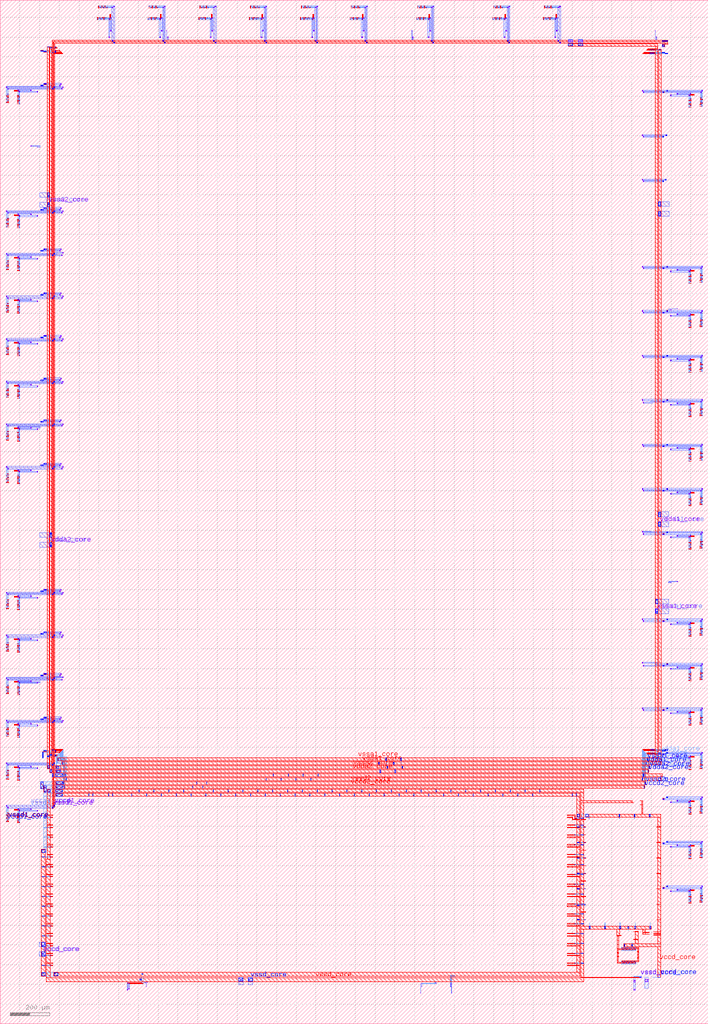
<source format=lef>
VERSION 5.7 ;
  NOWIREEXTENSIONATPIN ON ;
  DIVIDERCHAR "/" ;
  BUSBITCHARS "[]" ;
MACRO caravel_power_routing
  CLASS BLOCK ;
  FOREIGN caravel_power_routing ;
  ORIGIN 0.000 0.000 ;
  SIZE 3588.000 BY 5188.000 ;
  PIN vccd_core
    PORT
      LAYER met3 ;
        RECT 197.280 390.755 229.220 413.720 ;
        RECT 197.280 341.280 229.220 364.500 ;
      LAYER via3 ;
        RECT 209.885 391.210 228.205 413.530 ;
        RECT 209.765 341.690 228.085 364.010 ;
      LAYER met4 ;
        RECT 220.930 1152.330 315.800 1167.330 ;
        RECT 448.500 1152.330 450.780 1170.320 ;
        RECT 468.500 1152.330 470.780 1170.320 ;
        RECT 548.500 1152.330 550.780 1170.320 ;
        RECT 568.500 1152.330 570.780 1170.320 ;
        RECT 665.300 1152.330 667.580 1167.320 ;
        RECT 740.550 1152.330 742.830 1167.320 ;
        RECT 815.800 1152.330 818.080 1167.320 ;
        RECT 891.050 1152.330 893.330 1167.320 ;
        RECT 966.300 1152.330 968.580 1167.320 ;
        RECT 1041.550 1152.330 1043.830 1167.320 ;
        RECT 1116.800 1152.330 1119.080 1167.320 ;
        RECT 1192.050 1152.330 1194.330 1167.320 ;
        RECT 1267.300 1152.330 1269.580 1167.320 ;
        RECT 1342.550 1152.330 1344.830 1167.320 ;
        RECT 1417.800 1152.330 1420.080 1167.320 ;
        RECT 1493.050 1152.330 1495.330 1167.320 ;
        RECT 1568.300 1152.330 1570.580 1167.320 ;
        RECT 1643.550 1152.330 1645.830 1167.320 ;
        RECT 1718.800 1152.330 1721.080 1167.320 ;
        RECT 1794.050 1152.330 1796.330 1167.320 ;
        RECT 1869.300 1152.330 1871.580 1167.320 ;
        RECT 1944.550 1152.330 1946.830 1167.320 ;
        RECT 2019.800 1152.330 2022.080 1167.320 ;
        RECT 2095.050 1152.330 2097.330 1167.320 ;
        RECT 2170.300 1152.330 2172.580 1167.320 ;
        RECT 2245.550 1152.330 2247.830 1167.320 ;
        RECT 2320.800 1152.330 2323.080 1167.320 ;
        RECT 2396.050 1152.330 2398.330 1167.320 ;
        RECT 2471.300 1152.330 2473.580 1167.320 ;
        RECT 2546.550 1152.330 2548.830 1167.320 ;
        RECT 2621.800 1152.330 2624.080 1167.320 ;
        RECT 2696.800 1152.330 2699.080 1167.320 ;
        RECT 2898.600 1152.330 2900.880 1170.320 ;
        RECT 2918.600 1152.330 2920.880 1170.320 ;
        RECT 220.990 1046.990 233.990 1152.330 ;
        RECT 2921.840 1047.520 2984.810 1062.520 ;
        RECT 3135.220 1047.640 3140.540 1062.300 ;
        RECT 3212.020 1047.640 3217.340 1062.300 ;
        RECT 3288.820 1047.640 3294.140 1062.300 ;
        RECT 220.990 1043.790 257.600 1046.990 ;
        RECT 220.990 996.990 233.990 1043.790 ;
        RECT 2983.210 1038.460 2984.810 1047.520 ;
        RECT 3136.810 1038.420 3138.410 1047.640 ;
        RECT 3213.610 1038.420 3215.210 1047.640 ;
        RECT 3290.410 1038.420 3292.010 1047.640 ;
        RECT 2922.480 997.300 2935.870 999.040 ;
        RECT 220.990 993.790 257.600 996.990 ;
        RECT 2922.480 995.700 2964.880 997.300 ;
        RECT 2922.480 994.620 2935.870 995.700 ;
        RECT 220.990 946.990 233.990 993.790 ;
        RECT 220.990 943.790 257.600 946.990 ;
        RECT 220.990 896.990 233.990 943.790 ;
        RECT 2922.480 919.100 2935.870 920.840 ;
        RECT 2922.480 917.500 2964.880 919.100 ;
        RECT 2922.480 916.420 2935.870 917.500 ;
        RECT 220.990 893.790 257.600 896.990 ;
        RECT 220.990 883.710 233.990 893.790 ;
        RECT 209.320 865.630 233.990 883.710 ;
        RECT 208.840 843.790 257.600 846.990 ;
        RECT 2922.480 840.900 2935.870 842.640 ;
        RECT 2922.480 839.300 2964.880 840.900 ;
        RECT 2922.480 838.220 2935.870 839.300 ;
        RECT 208.840 793.790 257.600 796.990 ;
        RECT 2922.480 762.700 2935.870 764.440 ;
        RECT 2922.480 761.100 2964.880 762.700 ;
        RECT 2922.480 760.020 2935.870 761.100 ;
        RECT 208.840 743.790 257.600 746.990 ;
        RECT 208.840 693.790 257.600 696.990 ;
        RECT 2922.480 684.500 2935.870 686.240 ;
        RECT 2922.480 682.900 2964.880 684.500 ;
        RECT 2922.480 681.820 2935.870 682.900 ;
        RECT 208.840 643.790 257.600 646.990 ;
        RECT 2922.480 600.300 2935.870 602.040 ;
        RECT 2959.660 600.300 2965.060 606.530 ;
        RECT 2922.480 598.700 2965.060 600.300 ;
        RECT 2922.480 597.620 2935.870 598.700 ;
        RECT 208.840 593.790 257.600 596.990 ;
        RECT 208.840 543.790 257.600 546.990 ;
        RECT 2922.480 528.100 2935.870 529.840 ;
        RECT 2922.480 526.500 2964.880 528.100 ;
        RECT 2922.480 525.420 2935.870 526.500 ;
        RECT 208.840 493.790 257.600 496.990 ;
        RECT 208.840 443.790 257.600 446.990 ;
        RECT 209.320 396.990 228.890 413.970 ;
        RECT 3161.770 404.620 3163.370 410.310 ;
        RECT 3201.770 405.080 3203.370 410.000 ;
        RECT 208.840 393.790 257.600 396.990 ;
        RECT 209.320 390.770 228.890 393.790 ;
        RECT 3160.360 390.990 3165.050 404.620 ;
        RECT 3200.490 390.670 3204.610 405.080 ;
        RECT 3149.340 370.520 3150.940 386.870 ;
        RECT 3164.840 370.520 3166.440 386.870 ;
        RECT 3180.340 370.520 3181.940 386.870 ;
        RECT 3195.840 370.520 3197.440 386.870 ;
        RECT 3211.340 370.520 3212.940 386.870 ;
        RECT 209.290 346.990 228.860 364.450 ;
        RECT 208.840 343.790 257.600 346.990 ;
        RECT 209.290 341.250 228.860 343.790 ;
        RECT 3149.340 302.550 3150.940 318.900 ;
        RECT 3164.840 302.550 3166.440 318.900 ;
        RECT 3180.340 302.550 3181.940 318.900 ;
        RECT 3195.840 302.550 3197.440 318.900 ;
        RECT 3211.340 302.550 3212.940 318.900 ;
        RECT 208.840 293.790 257.600 296.990 ;
        RECT 209.370 241.110 292.680 260.610 ;
        RECT 716.620 249.680 723.690 253.440 ;
        RECT 719.300 248.190 720.200 249.680 ;
        RECT 3306.350 234.955 3347.130 236.600 ;
      LAYER via4 ;
        RECT 282.770 1153.675 314.350 1166.055 ;
        RECT 448.900 1165.630 450.080 1166.810 ;
        RECT 448.900 1164.030 450.080 1165.210 ;
        RECT 448.900 1162.430 450.080 1163.610 ;
        RECT 448.900 1160.830 450.080 1162.010 ;
        RECT 448.900 1159.230 450.080 1160.410 ;
        RECT 448.900 1157.630 450.080 1158.810 ;
        RECT 448.900 1156.030 450.080 1157.210 ;
        RECT 448.900 1154.430 450.080 1155.610 ;
        RECT 448.900 1152.830 450.080 1154.010 ;
        RECT 468.900 1165.630 470.080 1166.810 ;
        RECT 468.900 1164.030 470.080 1165.210 ;
        RECT 468.900 1162.430 470.080 1163.610 ;
        RECT 468.900 1160.830 470.080 1162.010 ;
        RECT 468.900 1159.230 470.080 1160.410 ;
        RECT 468.900 1157.630 470.080 1158.810 ;
        RECT 468.900 1156.030 470.080 1157.210 ;
        RECT 468.900 1154.430 470.080 1155.610 ;
        RECT 468.900 1152.830 470.080 1154.010 ;
        RECT 548.900 1165.630 550.080 1166.810 ;
        RECT 548.900 1164.030 550.080 1165.210 ;
        RECT 548.900 1162.430 550.080 1163.610 ;
        RECT 548.900 1160.830 550.080 1162.010 ;
        RECT 548.900 1159.230 550.080 1160.410 ;
        RECT 548.900 1157.630 550.080 1158.810 ;
        RECT 548.900 1156.030 550.080 1157.210 ;
        RECT 548.900 1154.430 550.080 1155.610 ;
        RECT 548.900 1152.830 550.080 1154.010 ;
        RECT 568.900 1165.630 570.080 1166.810 ;
        RECT 568.900 1164.030 570.080 1165.210 ;
        RECT 568.900 1162.430 570.080 1163.610 ;
        RECT 568.900 1160.830 570.080 1162.010 ;
        RECT 568.900 1159.230 570.080 1160.410 ;
        RECT 568.900 1157.630 570.080 1158.810 ;
        RECT 568.900 1156.030 570.080 1157.210 ;
        RECT 568.900 1154.430 570.080 1155.610 ;
        RECT 568.900 1152.830 570.080 1154.010 ;
        RECT 665.700 1165.630 666.880 1166.810 ;
        RECT 665.700 1164.030 666.880 1165.210 ;
        RECT 665.700 1162.430 666.880 1163.610 ;
        RECT 665.700 1160.830 666.880 1162.010 ;
        RECT 665.700 1159.230 666.880 1160.410 ;
        RECT 665.700 1157.630 666.880 1158.810 ;
        RECT 665.700 1156.030 666.880 1157.210 ;
        RECT 665.700 1154.430 666.880 1155.610 ;
        RECT 665.700 1152.830 666.880 1154.010 ;
        RECT 740.950 1165.630 742.130 1166.810 ;
        RECT 740.950 1164.030 742.130 1165.210 ;
        RECT 740.950 1162.430 742.130 1163.610 ;
        RECT 740.950 1160.830 742.130 1162.010 ;
        RECT 740.950 1159.230 742.130 1160.410 ;
        RECT 740.950 1157.630 742.130 1158.810 ;
        RECT 740.950 1156.030 742.130 1157.210 ;
        RECT 740.950 1154.430 742.130 1155.610 ;
        RECT 740.950 1152.830 742.130 1154.010 ;
        RECT 816.200 1165.630 817.380 1166.810 ;
        RECT 816.200 1164.030 817.380 1165.210 ;
        RECT 816.200 1162.430 817.380 1163.610 ;
        RECT 816.200 1160.830 817.380 1162.010 ;
        RECT 816.200 1159.230 817.380 1160.410 ;
        RECT 816.200 1157.630 817.380 1158.810 ;
        RECT 816.200 1156.030 817.380 1157.210 ;
        RECT 816.200 1154.430 817.380 1155.610 ;
        RECT 816.200 1152.830 817.380 1154.010 ;
        RECT 891.450 1165.630 892.630 1166.810 ;
        RECT 891.450 1164.030 892.630 1165.210 ;
        RECT 891.450 1162.430 892.630 1163.610 ;
        RECT 891.450 1160.830 892.630 1162.010 ;
        RECT 891.450 1159.230 892.630 1160.410 ;
        RECT 891.450 1157.630 892.630 1158.810 ;
        RECT 891.450 1156.030 892.630 1157.210 ;
        RECT 891.450 1154.430 892.630 1155.610 ;
        RECT 891.450 1152.830 892.630 1154.010 ;
        RECT 966.700 1165.630 967.880 1166.810 ;
        RECT 966.700 1164.030 967.880 1165.210 ;
        RECT 966.700 1162.430 967.880 1163.610 ;
        RECT 966.700 1160.830 967.880 1162.010 ;
        RECT 966.700 1159.230 967.880 1160.410 ;
        RECT 966.700 1157.630 967.880 1158.810 ;
        RECT 966.700 1156.030 967.880 1157.210 ;
        RECT 966.700 1154.430 967.880 1155.610 ;
        RECT 966.700 1152.830 967.880 1154.010 ;
        RECT 1041.950 1165.630 1043.130 1166.810 ;
        RECT 1041.950 1164.030 1043.130 1165.210 ;
        RECT 1041.950 1162.430 1043.130 1163.610 ;
        RECT 1041.950 1160.830 1043.130 1162.010 ;
        RECT 1041.950 1159.230 1043.130 1160.410 ;
        RECT 1041.950 1157.630 1043.130 1158.810 ;
        RECT 1041.950 1156.030 1043.130 1157.210 ;
        RECT 1041.950 1154.430 1043.130 1155.610 ;
        RECT 1041.950 1152.830 1043.130 1154.010 ;
        RECT 1117.200 1165.630 1118.380 1166.810 ;
        RECT 1117.200 1164.030 1118.380 1165.210 ;
        RECT 1117.200 1162.430 1118.380 1163.610 ;
        RECT 1117.200 1160.830 1118.380 1162.010 ;
        RECT 1117.200 1159.230 1118.380 1160.410 ;
        RECT 1117.200 1157.630 1118.380 1158.810 ;
        RECT 1117.200 1156.030 1118.380 1157.210 ;
        RECT 1117.200 1154.430 1118.380 1155.610 ;
        RECT 1117.200 1152.830 1118.380 1154.010 ;
        RECT 1192.450 1165.630 1193.630 1166.810 ;
        RECT 1192.450 1164.030 1193.630 1165.210 ;
        RECT 1192.450 1162.430 1193.630 1163.610 ;
        RECT 1192.450 1160.830 1193.630 1162.010 ;
        RECT 1192.450 1159.230 1193.630 1160.410 ;
        RECT 1192.450 1157.630 1193.630 1158.810 ;
        RECT 1192.450 1156.030 1193.630 1157.210 ;
        RECT 1192.450 1154.430 1193.630 1155.610 ;
        RECT 1192.450 1152.830 1193.630 1154.010 ;
        RECT 1267.700 1165.630 1268.880 1166.810 ;
        RECT 1267.700 1164.030 1268.880 1165.210 ;
        RECT 1267.700 1162.430 1268.880 1163.610 ;
        RECT 1267.700 1160.830 1268.880 1162.010 ;
        RECT 1267.700 1159.230 1268.880 1160.410 ;
        RECT 1267.700 1157.630 1268.880 1158.810 ;
        RECT 1267.700 1156.030 1268.880 1157.210 ;
        RECT 1267.700 1154.430 1268.880 1155.610 ;
        RECT 1267.700 1152.830 1268.880 1154.010 ;
        RECT 1342.950 1165.630 1344.130 1166.810 ;
        RECT 1342.950 1164.030 1344.130 1165.210 ;
        RECT 1342.950 1162.430 1344.130 1163.610 ;
        RECT 1342.950 1160.830 1344.130 1162.010 ;
        RECT 1342.950 1159.230 1344.130 1160.410 ;
        RECT 1342.950 1157.630 1344.130 1158.810 ;
        RECT 1342.950 1156.030 1344.130 1157.210 ;
        RECT 1342.950 1154.430 1344.130 1155.610 ;
        RECT 1342.950 1152.830 1344.130 1154.010 ;
        RECT 1418.200 1165.630 1419.380 1166.810 ;
        RECT 1418.200 1164.030 1419.380 1165.210 ;
        RECT 1418.200 1162.430 1419.380 1163.610 ;
        RECT 1418.200 1160.830 1419.380 1162.010 ;
        RECT 1418.200 1159.230 1419.380 1160.410 ;
        RECT 1418.200 1157.630 1419.380 1158.810 ;
        RECT 1418.200 1156.030 1419.380 1157.210 ;
        RECT 1418.200 1154.430 1419.380 1155.610 ;
        RECT 1418.200 1152.830 1419.380 1154.010 ;
        RECT 1493.450 1165.630 1494.630 1166.810 ;
        RECT 1493.450 1164.030 1494.630 1165.210 ;
        RECT 1493.450 1162.430 1494.630 1163.610 ;
        RECT 1493.450 1160.830 1494.630 1162.010 ;
        RECT 1493.450 1159.230 1494.630 1160.410 ;
        RECT 1493.450 1157.630 1494.630 1158.810 ;
        RECT 1493.450 1156.030 1494.630 1157.210 ;
        RECT 1493.450 1154.430 1494.630 1155.610 ;
        RECT 1493.450 1152.830 1494.630 1154.010 ;
        RECT 1568.700 1165.630 1569.880 1166.810 ;
        RECT 1568.700 1164.030 1569.880 1165.210 ;
        RECT 1568.700 1162.430 1569.880 1163.610 ;
        RECT 1568.700 1160.830 1569.880 1162.010 ;
        RECT 1568.700 1159.230 1569.880 1160.410 ;
        RECT 1568.700 1157.630 1569.880 1158.810 ;
        RECT 1568.700 1156.030 1569.880 1157.210 ;
        RECT 1568.700 1154.430 1569.880 1155.610 ;
        RECT 1568.700 1152.830 1569.880 1154.010 ;
        RECT 1643.950 1165.630 1645.130 1166.810 ;
        RECT 1643.950 1164.030 1645.130 1165.210 ;
        RECT 1643.950 1162.430 1645.130 1163.610 ;
        RECT 1643.950 1160.830 1645.130 1162.010 ;
        RECT 1643.950 1159.230 1645.130 1160.410 ;
        RECT 1643.950 1157.630 1645.130 1158.810 ;
        RECT 1643.950 1156.030 1645.130 1157.210 ;
        RECT 1643.950 1154.430 1645.130 1155.610 ;
        RECT 1643.950 1152.830 1645.130 1154.010 ;
        RECT 1719.200 1165.630 1720.380 1166.810 ;
        RECT 1719.200 1164.030 1720.380 1165.210 ;
        RECT 1719.200 1162.430 1720.380 1163.610 ;
        RECT 1719.200 1160.830 1720.380 1162.010 ;
        RECT 1719.200 1159.230 1720.380 1160.410 ;
        RECT 1719.200 1157.630 1720.380 1158.810 ;
        RECT 1719.200 1156.030 1720.380 1157.210 ;
        RECT 1719.200 1154.430 1720.380 1155.610 ;
        RECT 1719.200 1152.830 1720.380 1154.010 ;
        RECT 1794.450 1165.630 1795.630 1166.810 ;
        RECT 1794.450 1164.030 1795.630 1165.210 ;
        RECT 1794.450 1162.430 1795.630 1163.610 ;
        RECT 1794.450 1160.830 1795.630 1162.010 ;
        RECT 1794.450 1159.230 1795.630 1160.410 ;
        RECT 1794.450 1157.630 1795.630 1158.810 ;
        RECT 1794.450 1156.030 1795.630 1157.210 ;
        RECT 1794.450 1154.430 1795.630 1155.610 ;
        RECT 1794.450 1152.830 1795.630 1154.010 ;
        RECT 1869.700 1165.630 1870.880 1166.810 ;
        RECT 1869.700 1164.030 1870.880 1165.210 ;
        RECT 1869.700 1162.430 1870.880 1163.610 ;
        RECT 1869.700 1160.830 1870.880 1162.010 ;
        RECT 1869.700 1159.230 1870.880 1160.410 ;
        RECT 1869.700 1157.630 1870.880 1158.810 ;
        RECT 1869.700 1156.030 1870.880 1157.210 ;
        RECT 1869.700 1154.430 1870.880 1155.610 ;
        RECT 1869.700 1152.830 1870.880 1154.010 ;
        RECT 1944.950 1165.630 1946.130 1166.810 ;
        RECT 1944.950 1164.030 1946.130 1165.210 ;
        RECT 1944.950 1162.430 1946.130 1163.610 ;
        RECT 1944.950 1160.830 1946.130 1162.010 ;
        RECT 1944.950 1159.230 1946.130 1160.410 ;
        RECT 1944.950 1157.630 1946.130 1158.810 ;
        RECT 1944.950 1156.030 1946.130 1157.210 ;
        RECT 1944.950 1154.430 1946.130 1155.610 ;
        RECT 1944.950 1152.830 1946.130 1154.010 ;
        RECT 2020.200 1165.630 2021.380 1166.810 ;
        RECT 2020.200 1164.030 2021.380 1165.210 ;
        RECT 2020.200 1162.430 2021.380 1163.610 ;
        RECT 2020.200 1160.830 2021.380 1162.010 ;
        RECT 2020.200 1159.230 2021.380 1160.410 ;
        RECT 2020.200 1157.630 2021.380 1158.810 ;
        RECT 2020.200 1156.030 2021.380 1157.210 ;
        RECT 2020.200 1154.430 2021.380 1155.610 ;
        RECT 2020.200 1152.830 2021.380 1154.010 ;
        RECT 2095.450 1165.630 2096.630 1166.810 ;
        RECT 2095.450 1164.030 2096.630 1165.210 ;
        RECT 2095.450 1162.430 2096.630 1163.610 ;
        RECT 2095.450 1160.830 2096.630 1162.010 ;
        RECT 2095.450 1159.230 2096.630 1160.410 ;
        RECT 2095.450 1157.630 2096.630 1158.810 ;
        RECT 2095.450 1156.030 2096.630 1157.210 ;
        RECT 2095.450 1154.430 2096.630 1155.610 ;
        RECT 2095.450 1152.830 2096.630 1154.010 ;
        RECT 2170.700 1165.630 2171.880 1166.810 ;
        RECT 2170.700 1164.030 2171.880 1165.210 ;
        RECT 2170.700 1162.430 2171.880 1163.610 ;
        RECT 2170.700 1160.830 2171.880 1162.010 ;
        RECT 2170.700 1159.230 2171.880 1160.410 ;
        RECT 2170.700 1157.630 2171.880 1158.810 ;
        RECT 2170.700 1156.030 2171.880 1157.210 ;
        RECT 2170.700 1154.430 2171.880 1155.610 ;
        RECT 2170.700 1152.830 2171.880 1154.010 ;
        RECT 2245.950 1165.630 2247.130 1166.810 ;
        RECT 2245.950 1164.030 2247.130 1165.210 ;
        RECT 2245.950 1162.430 2247.130 1163.610 ;
        RECT 2245.950 1160.830 2247.130 1162.010 ;
        RECT 2245.950 1159.230 2247.130 1160.410 ;
        RECT 2245.950 1157.630 2247.130 1158.810 ;
        RECT 2245.950 1156.030 2247.130 1157.210 ;
        RECT 2245.950 1154.430 2247.130 1155.610 ;
        RECT 2245.950 1152.830 2247.130 1154.010 ;
        RECT 2321.200 1165.630 2322.380 1166.810 ;
        RECT 2321.200 1164.030 2322.380 1165.210 ;
        RECT 2321.200 1162.430 2322.380 1163.610 ;
        RECT 2321.200 1160.830 2322.380 1162.010 ;
        RECT 2321.200 1159.230 2322.380 1160.410 ;
        RECT 2321.200 1157.630 2322.380 1158.810 ;
        RECT 2321.200 1156.030 2322.380 1157.210 ;
        RECT 2321.200 1154.430 2322.380 1155.610 ;
        RECT 2321.200 1152.830 2322.380 1154.010 ;
        RECT 2396.450 1165.630 2397.630 1166.810 ;
        RECT 2396.450 1164.030 2397.630 1165.210 ;
        RECT 2396.450 1162.430 2397.630 1163.610 ;
        RECT 2396.450 1160.830 2397.630 1162.010 ;
        RECT 2396.450 1159.230 2397.630 1160.410 ;
        RECT 2396.450 1157.630 2397.630 1158.810 ;
        RECT 2396.450 1156.030 2397.630 1157.210 ;
        RECT 2396.450 1154.430 2397.630 1155.610 ;
        RECT 2396.450 1152.830 2397.630 1154.010 ;
        RECT 2471.700 1165.630 2472.880 1166.810 ;
        RECT 2471.700 1164.030 2472.880 1165.210 ;
        RECT 2471.700 1162.430 2472.880 1163.610 ;
        RECT 2471.700 1160.830 2472.880 1162.010 ;
        RECT 2471.700 1159.230 2472.880 1160.410 ;
        RECT 2471.700 1157.630 2472.880 1158.810 ;
        RECT 2471.700 1156.030 2472.880 1157.210 ;
        RECT 2471.700 1154.430 2472.880 1155.610 ;
        RECT 2471.700 1152.830 2472.880 1154.010 ;
        RECT 2546.950 1165.630 2548.130 1166.810 ;
        RECT 2546.950 1164.030 2548.130 1165.210 ;
        RECT 2546.950 1162.430 2548.130 1163.610 ;
        RECT 2546.950 1160.830 2548.130 1162.010 ;
        RECT 2546.950 1159.230 2548.130 1160.410 ;
        RECT 2546.950 1157.630 2548.130 1158.810 ;
        RECT 2546.950 1156.030 2548.130 1157.210 ;
        RECT 2546.950 1154.430 2548.130 1155.610 ;
        RECT 2546.950 1152.830 2548.130 1154.010 ;
        RECT 2622.200 1165.630 2623.380 1166.810 ;
        RECT 2622.200 1164.030 2623.380 1165.210 ;
        RECT 2622.200 1162.430 2623.380 1163.610 ;
        RECT 2622.200 1160.830 2623.380 1162.010 ;
        RECT 2622.200 1159.230 2623.380 1160.410 ;
        RECT 2622.200 1157.630 2623.380 1158.810 ;
        RECT 2622.200 1156.030 2623.380 1157.210 ;
        RECT 2622.200 1154.430 2623.380 1155.610 ;
        RECT 2622.200 1152.830 2623.380 1154.010 ;
        RECT 2697.200 1165.630 2698.380 1166.810 ;
        RECT 2697.200 1164.030 2698.380 1165.210 ;
        RECT 2697.200 1162.430 2698.380 1163.610 ;
        RECT 2697.200 1160.830 2698.380 1162.010 ;
        RECT 2697.200 1159.230 2698.380 1160.410 ;
        RECT 2697.200 1157.630 2698.380 1158.810 ;
        RECT 2697.200 1156.030 2698.380 1157.210 ;
        RECT 2697.200 1154.430 2698.380 1155.610 ;
        RECT 2697.200 1152.830 2698.380 1154.010 ;
        RECT 2899.000 1165.630 2900.180 1166.810 ;
        RECT 2899.000 1164.030 2900.180 1165.210 ;
        RECT 2899.000 1162.430 2900.180 1163.610 ;
        RECT 2899.000 1160.830 2900.180 1162.010 ;
        RECT 2899.000 1159.230 2900.180 1160.410 ;
        RECT 2899.000 1157.630 2900.180 1158.810 ;
        RECT 2899.000 1156.030 2900.180 1157.210 ;
        RECT 2899.000 1154.430 2900.180 1155.610 ;
        RECT 2899.000 1152.830 2900.180 1154.010 ;
        RECT 2919.000 1165.630 2920.180 1166.810 ;
        RECT 2919.000 1164.030 2920.180 1165.210 ;
        RECT 2919.000 1162.430 2920.180 1163.610 ;
        RECT 2919.000 1160.830 2920.180 1162.010 ;
        RECT 2919.000 1159.230 2920.180 1160.410 ;
        RECT 2919.000 1157.630 2920.180 1158.810 ;
        RECT 2919.000 1156.030 2920.180 1157.210 ;
        RECT 2919.000 1154.430 2920.180 1155.610 ;
        RECT 2919.000 1152.830 2920.180 1154.010 ;
        RECT 2923.050 1048.975 2935.430 1061.355 ;
        RECT 2967.320 1048.975 2979.700 1061.355 ;
        RECT 3136.515 1048.790 3139.295 1061.170 ;
        RECT 3213.315 1048.790 3216.095 1061.170 ;
        RECT 3290.115 1048.790 3292.895 1061.170 ;
        RECT 256.155 1045.600 257.335 1046.780 ;
        RECT 256.155 1044.000 257.335 1045.180 ;
        RECT 256.155 995.600 257.335 996.780 ;
        RECT 256.155 994.000 257.335 995.180 ;
        RECT 2923.915 995.485 2934.695 998.265 ;
        RECT 2960.190 995.895 2961.370 997.075 ;
        RECT 2961.790 995.895 2962.970 997.075 ;
        RECT 2963.390 995.895 2964.570 997.075 ;
        RECT 256.155 945.600 257.335 946.780 ;
        RECT 256.155 944.000 257.335 945.180 ;
        RECT 2923.915 917.285 2934.695 920.065 ;
        RECT 2960.190 917.695 2961.370 918.875 ;
        RECT 2961.790 917.695 2962.970 918.875 ;
        RECT 2963.390 917.695 2964.570 918.875 ;
        RECT 256.155 895.600 257.335 896.780 ;
        RECT 256.155 894.000 257.335 895.180 ;
        RECT 210.435 868.545 227.615 882.525 ;
        RECT 212.465 844.850 213.645 846.030 ;
        RECT 214.065 844.850 215.245 846.030 ;
        RECT 215.665 844.850 216.845 846.030 ;
        RECT 217.265 844.850 218.445 846.030 ;
        RECT 218.865 844.850 220.045 846.030 ;
        RECT 220.465 844.850 221.645 846.030 ;
        RECT 222.065 844.850 223.245 846.030 ;
        RECT 223.665 844.850 224.845 846.030 ;
        RECT 225.265 844.850 226.445 846.030 ;
        RECT 256.155 845.600 257.335 846.780 ;
        RECT 256.155 844.000 257.335 845.180 ;
        RECT 2923.915 839.085 2934.695 841.865 ;
        RECT 2960.190 839.495 2961.370 840.675 ;
        RECT 2961.790 839.495 2962.970 840.675 ;
        RECT 2963.390 839.495 2964.570 840.675 ;
        RECT 212.465 794.850 213.645 796.030 ;
        RECT 214.065 794.850 215.245 796.030 ;
        RECT 215.665 794.850 216.845 796.030 ;
        RECT 217.265 794.850 218.445 796.030 ;
        RECT 218.865 794.850 220.045 796.030 ;
        RECT 220.465 794.850 221.645 796.030 ;
        RECT 222.065 794.850 223.245 796.030 ;
        RECT 223.665 794.850 224.845 796.030 ;
        RECT 225.265 794.850 226.445 796.030 ;
        RECT 256.155 795.600 257.335 796.780 ;
        RECT 256.155 794.000 257.335 795.180 ;
        RECT 2923.915 760.885 2934.695 763.665 ;
        RECT 2960.190 761.295 2961.370 762.475 ;
        RECT 2961.790 761.295 2962.970 762.475 ;
        RECT 2963.390 761.295 2964.570 762.475 ;
        RECT 212.465 744.850 213.645 746.030 ;
        RECT 214.065 744.850 215.245 746.030 ;
        RECT 215.665 744.850 216.845 746.030 ;
        RECT 217.265 744.850 218.445 746.030 ;
        RECT 218.865 744.850 220.045 746.030 ;
        RECT 220.465 744.850 221.645 746.030 ;
        RECT 222.065 744.850 223.245 746.030 ;
        RECT 223.665 744.850 224.845 746.030 ;
        RECT 225.265 744.850 226.445 746.030 ;
        RECT 256.155 745.600 257.335 746.780 ;
        RECT 256.155 744.000 257.335 745.180 ;
        RECT 212.465 694.850 213.645 696.030 ;
        RECT 214.065 694.850 215.245 696.030 ;
        RECT 215.665 694.850 216.845 696.030 ;
        RECT 217.265 694.850 218.445 696.030 ;
        RECT 218.865 694.850 220.045 696.030 ;
        RECT 220.465 694.850 221.645 696.030 ;
        RECT 222.065 694.850 223.245 696.030 ;
        RECT 223.665 694.850 224.845 696.030 ;
        RECT 225.265 694.850 226.445 696.030 ;
        RECT 256.155 695.600 257.335 696.780 ;
        RECT 256.155 694.000 257.335 695.180 ;
        RECT 2923.915 682.685 2934.695 685.465 ;
        RECT 2960.190 683.095 2961.370 684.275 ;
        RECT 2961.790 683.095 2962.970 684.275 ;
        RECT 2963.390 683.095 2964.570 684.275 ;
        RECT 212.465 644.850 213.645 646.030 ;
        RECT 214.065 644.850 215.245 646.030 ;
        RECT 215.665 644.850 216.845 646.030 ;
        RECT 217.265 644.850 218.445 646.030 ;
        RECT 218.865 644.850 220.045 646.030 ;
        RECT 220.465 644.850 221.645 646.030 ;
        RECT 222.065 644.850 223.245 646.030 ;
        RECT 223.665 644.850 224.845 646.030 ;
        RECT 225.265 644.850 226.445 646.030 ;
        RECT 256.155 645.600 257.335 646.780 ;
        RECT 256.155 644.000 257.335 645.180 ;
        RECT 2960.190 604.895 2961.370 606.075 ;
        RECT 2961.790 604.895 2962.970 606.075 ;
        RECT 2963.390 604.895 2964.570 606.075 ;
        RECT 2923.915 598.485 2934.695 601.265 ;
        RECT 212.465 594.850 213.645 596.030 ;
        RECT 214.065 594.850 215.245 596.030 ;
        RECT 215.665 594.850 216.845 596.030 ;
        RECT 217.265 594.850 218.445 596.030 ;
        RECT 218.865 594.850 220.045 596.030 ;
        RECT 220.465 594.850 221.645 596.030 ;
        RECT 222.065 594.850 223.245 596.030 ;
        RECT 223.665 594.850 224.845 596.030 ;
        RECT 225.265 594.850 226.445 596.030 ;
        RECT 256.155 595.600 257.335 596.780 ;
        RECT 256.155 594.000 257.335 595.180 ;
        RECT 212.465 544.850 213.645 546.030 ;
        RECT 214.065 544.850 215.245 546.030 ;
        RECT 215.665 544.850 216.845 546.030 ;
        RECT 217.265 544.850 218.445 546.030 ;
        RECT 218.865 544.850 220.045 546.030 ;
        RECT 220.465 544.850 221.645 546.030 ;
        RECT 222.065 544.850 223.245 546.030 ;
        RECT 223.665 544.850 224.845 546.030 ;
        RECT 225.265 544.850 226.445 546.030 ;
        RECT 256.155 545.600 257.335 546.780 ;
        RECT 256.155 544.000 257.335 545.180 ;
        RECT 2923.915 526.285 2934.695 529.065 ;
        RECT 2960.190 526.695 2961.370 527.875 ;
        RECT 2961.790 526.695 2962.970 527.875 ;
        RECT 2963.390 526.695 2964.570 527.875 ;
        RECT 212.465 494.850 213.645 496.030 ;
        RECT 214.065 494.850 215.245 496.030 ;
        RECT 215.665 494.850 216.845 496.030 ;
        RECT 217.265 494.850 218.445 496.030 ;
        RECT 218.865 494.850 220.045 496.030 ;
        RECT 220.465 494.850 221.645 496.030 ;
        RECT 222.065 494.850 223.245 496.030 ;
        RECT 223.665 494.850 224.845 496.030 ;
        RECT 225.265 494.850 226.445 496.030 ;
        RECT 256.155 495.600 257.335 496.780 ;
        RECT 256.155 494.000 257.335 495.180 ;
        RECT 212.465 444.850 213.645 446.030 ;
        RECT 214.065 444.850 215.245 446.030 ;
        RECT 215.665 444.850 216.845 446.030 ;
        RECT 217.265 444.850 218.445 446.030 ;
        RECT 218.865 444.850 220.045 446.030 ;
        RECT 220.465 444.850 221.645 446.030 ;
        RECT 222.065 444.850 223.245 446.030 ;
        RECT 223.665 444.850 224.845 446.030 ;
        RECT 225.265 444.850 226.445 446.030 ;
        RECT 256.155 445.600 257.335 446.780 ;
        RECT 256.155 444.000 257.335 445.180 ;
        RECT 210.455 391.380 227.635 413.360 ;
        RECT 256.155 395.600 257.335 396.780 ;
        RECT 256.155 394.000 257.335 395.180 ;
        RECT 3161.270 392.365 3164.050 403.145 ;
        RECT 3201.160 391.700 3203.940 404.080 ;
        RECT 3149.495 384.785 3150.675 385.965 ;
        RECT 3149.495 383.185 3150.675 384.365 ;
        RECT 3149.495 381.585 3150.675 382.765 ;
        RECT 3165.055 384.855 3166.235 386.035 ;
        RECT 3165.055 383.255 3166.235 384.435 ;
        RECT 3165.055 381.655 3166.235 382.835 ;
        RECT 3180.505 384.835 3181.685 386.015 ;
        RECT 3180.505 383.235 3181.685 384.415 ;
        RECT 3180.505 381.635 3181.685 382.815 ;
        RECT 3195.975 384.835 3197.155 386.015 ;
        RECT 3195.975 383.235 3197.155 384.415 ;
        RECT 3195.975 381.635 3197.155 382.815 ;
        RECT 3211.515 384.895 3212.695 386.075 ;
        RECT 3211.515 383.295 3212.695 384.475 ;
        RECT 3211.515 381.695 3212.695 382.875 ;
        RECT 210.335 341.860 227.515 363.840 ;
        RECT 256.155 345.600 257.335 346.780 ;
        RECT 256.155 344.000 257.335 345.180 ;
        RECT 3149.495 316.815 3150.675 317.995 ;
        RECT 3149.495 315.215 3150.675 316.395 ;
        RECT 3149.495 313.615 3150.675 314.795 ;
        RECT 3165.055 316.885 3166.235 318.065 ;
        RECT 3165.055 315.285 3166.235 316.465 ;
        RECT 3165.055 313.685 3166.235 314.865 ;
        RECT 3180.505 316.865 3181.685 318.045 ;
        RECT 3180.505 315.265 3181.685 316.445 ;
        RECT 3180.505 313.665 3181.685 314.845 ;
        RECT 3195.975 316.865 3197.155 318.045 ;
        RECT 3195.975 315.265 3197.155 316.445 ;
        RECT 3195.975 313.665 3197.155 314.845 ;
        RECT 3211.515 316.925 3212.695 318.105 ;
        RECT 3211.515 315.325 3212.695 316.505 ;
        RECT 3211.515 313.725 3212.695 314.905 ;
        RECT 212.465 294.750 213.645 295.930 ;
        RECT 214.065 294.750 215.245 295.930 ;
        RECT 215.665 294.750 216.845 295.930 ;
        RECT 217.265 294.750 218.445 295.930 ;
        RECT 218.865 294.750 220.045 295.930 ;
        RECT 220.465 294.750 221.645 295.930 ;
        RECT 222.065 294.750 223.245 295.930 ;
        RECT 223.665 294.750 224.845 295.930 ;
        RECT 225.265 294.750 226.445 295.930 ;
        RECT 256.155 295.600 257.335 296.780 ;
        RECT 256.155 294.000 257.335 295.180 ;
        RECT 210.400 242.390 227.580 259.570 ;
        RECT 273.250 242.220 290.430 259.400 ;
        RECT 717.115 250.180 723.095 252.960 ;
        RECT 3332.610 235.190 3333.790 236.370 ;
        RECT 3334.210 235.190 3335.390 236.370 ;
        RECT 3335.810 235.190 3336.990 236.370 ;
        RECT 3337.410 235.190 3338.590 236.370 ;
        RECT 3339.010 235.190 3340.190 236.370 ;
        RECT 3340.610 235.190 3341.790 236.370 ;
        RECT 3342.210 235.190 3343.390 236.370 ;
        RECT 3343.810 235.190 3344.990 236.370 ;
        RECT 3345.410 235.190 3346.590 236.370 ;
      LAYER met5 ;
        RECT 281.480 1152.330 2936.870 1167.330 ;
        RECT 255.920 1043.790 266.080 1046.990 ;
        RECT 2873.230 1043.790 2901.550 1046.990 ;
        RECT 2898.350 1037.390 2901.550 1043.790 ;
        RECT 2921.870 1037.390 2936.870 1152.330 ;
        RECT 3243.040 1129.360 3256.790 1130.960 ;
        RECT 3251.120 1110.960 3256.790 1129.360 ;
        RECT 3243.200 1109.360 3256.790 1110.960 ;
        RECT 3251.120 1062.520 3256.790 1109.360 ;
        RECT 2966.260 1047.520 3347.130 1062.520 ;
        RECT 2898.350 1034.210 2936.870 1037.390 ;
        RECT 2901.550 1034.190 2936.870 1034.210 ;
        RECT 2921.870 996.990 2936.870 1034.190 ;
        RECT 3332.130 997.300 3347.130 1047.520 ;
        RECT 255.920 993.790 266.080 996.990 ;
        RECT 2873.230 993.790 2936.870 996.990 ;
        RECT 2959.880 995.700 2967.970 997.300 ;
        RECT 3325.880 995.700 3347.130 997.300 ;
        RECT 2921.870 946.990 2936.870 993.790 ;
        RECT 255.920 943.790 266.080 946.990 ;
        RECT 2873.230 943.790 2936.870 946.990 ;
        RECT 2921.870 896.990 2936.870 943.790 ;
        RECT 3332.130 919.100 3347.130 995.700 ;
        RECT 2959.880 917.500 2967.970 919.100 ;
        RECT 3325.880 917.500 3347.130 919.100 ;
        RECT 255.920 893.790 266.080 896.990 ;
        RECT 2873.230 893.790 2936.870 896.990 ;
        RECT 208.840 240.370 228.840 884.370 ;
        RECT 2921.870 846.990 2936.870 893.790 ;
        RECT 255.920 843.790 266.080 846.990 ;
        RECT 2873.230 843.790 2936.870 846.990 ;
        RECT 2921.870 796.990 2936.870 843.790 ;
        RECT 3332.130 840.900 3347.130 917.500 ;
        RECT 2959.880 839.300 2967.970 840.900 ;
        RECT 3325.880 839.300 3347.130 840.900 ;
        RECT 255.920 793.790 266.080 796.990 ;
        RECT 2873.230 793.790 2936.870 796.990 ;
        RECT 2921.870 746.990 2936.870 793.790 ;
        RECT 3332.130 762.700 3347.130 839.300 ;
        RECT 2959.880 761.100 2967.970 762.700 ;
        RECT 3325.880 761.100 3347.130 762.700 ;
        RECT 255.920 743.790 266.080 746.990 ;
        RECT 2873.230 743.790 2936.870 746.990 ;
        RECT 2921.870 696.990 2936.870 743.790 ;
        RECT 255.920 693.790 266.080 696.990 ;
        RECT 2873.230 693.790 2936.870 696.990 ;
        RECT 2921.870 646.990 2936.870 693.790 ;
        RECT 3332.130 684.500 3347.130 761.100 ;
        RECT 2959.880 682.900 2967.970 684.500 ;
        RECT 3325.880 682.900 3347.130 684.500 ;
        RECT 255.920 643.790 266.080 646.990 ;
        RECT 2873.230 643.790 2936.870 646.990 ;
        RECT 2921.870 596.990 2936.870 643.790 ;
        RECT 3332.130 606.300 3347.130 682.900 ;
        RECT 2959.880 604.700 2967.970 606.300 ;
        RECT 3325.880 604.700 3347.130 606.300 ;
        RECT 255.920 593.790 266.080 596.990 ;
        RECT 2873.230 593.790 2936.870 596.990 ;
        RECT 2921.870 546.990 2936.870 593.790 ;
        RECT 255.920 543.790 266.080 546.990 ;
        RECT 2873.230 543.790 2936.870 546.990 ;
        RECT 2921.870 496.990 2936.870 543.790 ;
        RECT 3332.130 528.100 3347.130 604.700 ;
        RECT 2959.880 526.500 2967.970 528.100 ;
        RECT 3325.880 526.500 3347.130 528.100 ;
        RECT 255.920 493.790 266.080 496.990 ;
        RECT 2873.230 493.790 2936.870 496.990 ;
        RECT 2921.870 446.990 2936.870 493.790 ;
        RECT 3217.720 467.370 3232.720 467.940 ;
        RECT 3209.530 465.770 3232.720 467.370 ;
        RECT 3332.130 467.030 3347.130 526.500 ;
        RECT 255.920 443.790 266.080 446.990 ;
        RECT 2873.230 443.790 2936.870 446.990 ;
        RECT 2921.870 396.990 2936.870 443.790 ;
        RECT 3217.720 427.370 3232.720 465.770 ;
        RECT 3312.610 465.430 3347.130 467.030 ;
        RECT 3332.130 458.870 3347.130 465.430 ;
        RECT 3312.420 457.270 3347.130 458.870 ;
        RECT 3332.130 450.710 3347.130 457.270 ;
        RECT 3312.520 449.110 3347.130 450.710 ;
        RECT 3209.840 425.770 3232.720 427.370 ;
        RECT 3217.720 405.410 3232.720 425.770 ;
        RECT 3332.130 405.410 3347.130 449.110 ;
        RECT 255.920 393.790 266.080 396.990 ;
        RECT 2873.230 393.790 2936.870 396.990 ;
        RECT 2921.870 346.990 2936.870 393.790 ;
        RECT 3160.010 390.410 3347.130 405.410 ;
        RECT 3226.280 386.340 3235.420 390.410 ;
        RECT 3148.930 381.340 3235.420 386.340 ;
        RECT 3231.420 367.430 3235.420 381.340 ;
        RECT 3227.680 365.830 3235.420 367.430 ;
        RECT 3231.420 350.530 3235.420 365.830 ;
        RECT 3227.510 348.930 3235.420 350.530 ;
        RECT 255.920 343.790 266.080 346.990 ;
        RECT 2873.230 343.790 2936.870 346.990 ;
        RECT 2921.870 296.990 2936.870 343.790 ;
        RECT 3231.420 333.630 3235.420 348.930 ;
        RECT 3228.120 332.030 3235.420 333.630 ;
        RECT 3231.420 318.370 3235.420 332.030 ;
        RECT 3148.930 313.370 3235.420 318.370 ;
        RECT 255.920 293.790 266.080 296.990 ;
        RECT 2873.230 293.790 2936.870 296.990 ;
        RECT 2921.870 261.110 2936.870 293.790 ;
        RECT 271.870 241.110 2936.870 261.110 ;
        RECT 3332.130 234.890 3347.130 390.410 ;
    END
  END vccd_core
  PIN vssd_core
    PORT
      LAYER met1 ;
        RECT 3240.520 233.690 3248.350 235.940 ;
        RECT 3240.520 232.990 3250.800 233.690 ;
        RECT 3240.520 232.950 3248.350 232.990 ;
      LAYER via ;
        RECT 3240.945 233.370 3247.925 235.550 ;
      LAYER met2 ;
        RECT 3240.520 233.690 3248.350 235.940 ;
        RECT 3240.520 232.990 3250.800 233.690 ;
        RECT 3240.520 232.950 3248.350 232.990 ;
      LAYER via2 ;
        RECT 3240.895 233.320 3247.975 235.600 ;
      LAYER met3 ;
        RECT 3240.520 234.220 3248.350 235.940 ;
        RECT 1208.450 197.130 1230.245 233.430 ;
        RECT 1256.500 197.130 1278.510 233.430 ;
        RECT 3240.520 232.990 3250.790 234.220 ;
        RECT 3240.520 232.950 3248.350 232.990 ;
      LAYER via3 ;
        RECT 1208.755 214.285 1229.875 233.005 ;
        RECT 1257.015 214.355 1278.135 233.075 ;
        RECT 3240.875 233.300 3247.995 235.620 ;
      LAYER met4 ;
        RECT 238.930 1172.330 316.250 1187.330 ;
        RECT 702.220 1172.240 704.620 1187.370 ;
        RECT 777.620 1172.240 780.020 1187.370 ;
        RECT 852.870 1172.240 855.270 1187.370 ;
        RECT 927.920 1172.240 930.320 1187.370 ;
        RECT 1078.620 1172.240 1081.020 1187.370 ;
        RECT 1153.870 1172.240 1156.270 1187.370 ;
        RECT 1229.120 1172.240 1231.520 1187.370 ;
        RECT 1304.370 1172.240 1306.770 1187.370 ;
        RECT 1379.620 1172.240 1382.020 1187.370 ;
        RECT 1454.870 1172.240 1457.270 1187.370 ;
        RECT 1529.920 1172.240 1532.320 1187.370 ;
        RECT 1605.870 1172.240 1608.270 1187.370 ;
        RECT 1680.620 1172.240 1683.020 1187.370 ;
        RECT 1755.570 1172.240 1757.970 1187.370 ;
        RECT 1831.120 1172.240 1833.520 1187.370 ;
        RECT 1905.770 1172.240 1908.170 1187.370 ;
        RECT 1981.220 1172.240 1983.620 1187.370 ;
        RECT 2056.870 1172.240 2059.270 1187.370 ;
        RECT 2132.120 1172.240 2134.520 1187.370 ;
        RECT 2207.370 1172.240 2209.770 1187.370 ;
        RECT 2282.620 1172.240 2285.020 1187.370 ;
        RECT 2357.870 1172.240 2360.270 1187.370 ;
        RECT 2433.120 1172.240 2435.520 1187.370 ;
        RECT 2508.370 1172.240 2510.770 1187.370 ;
        RECT 2583.620 1172.240 2586.020 1187.370 ;
        RECT 2658.870 1172.240 2661.270 1187.370 ;
        RECT 2733.870 1172.240 2736.270 1187.370 ;
        RECT 2911.310 1039.310 2956.940 1042.510 ;
        RECT 2910.360 1005.310 2956.940 1008.510 ;
        RECT 2910.360 955.310 2956.940 958.510 ;
        RECT 2910.360 905.310 2956.940 908.510 ;
        RECT 2910.360 855.310 2956.940 858.510 ;
        RECT 2910.360 805.310 2956.940 808.510 ;
        RECT 2910.360 755.310 2956.940 758.510 ;
        RECT 2910.360 705.310 2956.940 708.510 ;
        RECT 2910.360 655.310 2956.940 658.510 ;
        RECT 2910.360 605.310 2956.940 608.510 ;
        RECT 2910.360 555.310 2956.940 558.510 ;
        RECT 2910.360 505.310 2956.940 508.510 ;
        RECT 2986.510 493.800 2988.110 511.580 ;
        RECT 3063.310 494.020 3064.910 511.190 ;
        RECT 3140.110 494.020 3141.710 511.190 ;
        RECT 3216.910 494.020 3218.510 511.190 ;
        RECT 3293.710 494.020 3295.310 510.650 ;
        RECT 2983.710 479.780 2990.760 493.800 ;
        RECT 3061.120 480.250 3067.710 494.020 ;
        RECT 3137.920 480.250 3144.510 494.020 ;
        RECT 3180.400 482.170 3184.970 493.790 ;
        RECT 3181.770 472.240 3183.370 482.170 ;
        RECT 3214.720 480.250 3221.310 494.020 ;
        RECT 3291.520 480.250 3297.965 494.020 ;
        RECT 2910.360 455.310 2956.940 458.510 ;
        RECT 2910.360 405.310 2956.940 408.510 ;
        RECT 3157.090 370.520 3158.690 386.870 ;
        RECT 3172.590 370.520 3174.190 386.870 ;
        RECT 3188.090 370.520 3189.690 386.870 ;
        RECT 3203.590 370.520 3205.190 386.870 ;
        RECT 3219.090 370.520 3220.690 386.870 ;
        RECT 2910.360 355.310 2956.940 358.510 ;
        RECT 2910.360 305.310 2956.940 308.510 ;
        RECT 3157.090 302.550 3158.690 318.900 ;
        RECT 3172.590 302.550 3174.190 318.900 ;
        RECT 3188.090 302.550 3189.690 318.900 ;
        RECT 3203.590 302.550 3205.190 318.900 ;
        RECT 3219.090 302.550 3220.690 318.900 ;
        RECT 712.800 226.980 713.700 236.280 ;
        RECT 708.880 226.970 714.330 226.980 ;
        RECT 706.880 220.650 714.330 226.970 ;
        RECT 1208.400 213.920 1230.280 233.460 ;
        RECT 1256.510 213.940 1278.500 233.420 ;
        RECT 3240.520 232.950 3248.350 235.940 ;
      LAYER via4 ;
        RECT 240.455 1173.695 252.835 1186.075 ;
        RECT 282.275 1173.725 315.455 1186.105 ;
        RECT 702.600 1185.625 703.780 1186.805 ;
        RECT 702.600 1184.025 703.780 1185.205 ;
        RECT 702.600 1182.425 703.780 1183.605 ;
        RECT 702.600 1180.825 703.780 1182.005 ;
        RECT 702.600 1179.225 703.780 1180.405 ;
        RECT 702.600 1177.625 703.780 1178.805 ;
        RECT 702.600 1176.025 703.780 1177.205 ;
        RECT 702.600 1174.425 703.780 1175.605 ;
        RECT 702.600 1172.825 703.780 1174.005 ;
        RECT 778.000 1185.625 779.180 1186.805 ;
        RECT 778.000 1184.025 779.180 1185.205 ;
        RECT 778.000 1182.425 779.180 1183.605 ;
        RECT 778.000 1180.825 779.180 1182.005 ;
        RECT 778.000 1179.225 779.180 1180.405 ;
        RECT 778.000 1177.625 779.180 1178.805 ;
        RECT 778.000 1176.025 779.180 1177.205 ;
        RECT 778.000 1174.425 779.180 1175.605 ;
        RECT 778.000 1172.825 779.180 1174.005 ;
        RECT 853.250 1185.625 854.430 1186.805 ;
        RECT 853.250 1184.025 854.430 1185.205 ;
        RECT 853.250 1182.425 854.430 1183.605 ;
        RECT 853.250 1180.825 854.430 1182.005 ;
        RECT 853.250 1179.225 854.430 1180.405 ;
        RECT 853.250 1177.625 854.430 1178.805 ;
        RECT 853.250 1176.025 854.430 1177.205 ;
        RECT 853.250 1174.425 854.430 1175.605 ;
        RECT 853.250 1172.825 854.430 1174.005 ;
        RECT 928.300 1185.625 929.480 1186.805 ;
        RECT 928.300 1184.025 929.480 1185.205 ;
        RECT 928.300 1182.425 929.480 1183.605 ;
        RECT 928.300 1180.825 929.480 1182.005 ;
        RECT 928.300 1179.225 929.480 1180.405 ;
        RECT 928.300 1177.625 929.480 1178.805 ;
        RECT 928.300 1176.025 929.480 1177.205 ;
        RECT 928.300 1174.425 929.480 1175.605 ;
        RECT 928.300 1172.825 929.480 1174.005 ;
        RECT 1079.000 1185.625 1080.180 1186.805 ;
        RECT 1079.000 1184.025 1080.180 1185.205 ;
        RECT 1079.000 1182.425 1080.180 1183.605 ;
        RECT 1079.000 1180.825 1080.180 1182.005 ;
        RECT 1079.000 1179.225 1080.180 1180.405 ;
        RECT 1079.000 1177.625 1080.180 1178.805 ;
        RECT 1079.000 1176.025 1080.180 1177.205 ;
        RECT 1079.000 1174.425 1080.180 1175.605 ;
        RECT 1079.000 1172.825 1080.180 1174.005 ;
        RECT 1154.250 1185.625 1155.430 1186.805 ;
        RECT 1154.250 1184.025 1155.430 1185.205 ;
        RECT 1154.250 1182.425 1155.430 1183.605 ;
        RECT 1154.250 1180.825 1155.430 1182.005 ;
        RECT 1154.250 1179.225 1155.430 1180.405 ;
        RECT 1154.250 1177.625 1155.430 1178.805 ;
        RECT 1154.250 1176.025 1155.430 1177.205 ;
        RECT 1154.250 1174.425 1155.430 1175.605 ;
        RECT 1154.250 1172.825 1155.430 1174.005 ;
        RECT 1229.500 1185.625 1230.680 1186.805 ;
        RECT 1229.500 1184.025 1230.680 1185.205 ;
        RECT 1229.500 1182.425 1230.680 1183.605 ;
        RECT 1229.500 1180.825 1230.680 1182.005 ;
        RECT 1229.500 1179.225 1230.680 1180.405 ;
        RECT 1229.500 1177.625 1230.680 1178.805 ;
        RECT 1229.500 1176.025 1230.680 1177.205 ;
        RECT 1229.500 1174.425 1230.680 1175.605 ;
        RECT 1229.500 1172.825 1230.680 1174.005 ;
        RECT 1304.750 1185.625 1305.930 1186.805 ;
        RECT 1304.750 1184.025 1305.930 1185.205 ;
        RECT 1304.750 1182.425 1305.930 1183.605 ;
        RECT 1304.750 1180.825 1305.930 1182.005 ;
        RECT 1304.750 1179.225 1305.930 1180.405 ;
        RECT 1304.750 1177.625 1305.930 1178.805 ;
        RECT 1304.750 1176.025 1305.930 1177.205 ;
        RECT 1304.750 1174.425 1305.930 1175.605 ;
        RECT 1304.750 1172.825 1305.930 1174.005 ;
        RECT 1380.000 1185.625 1381.180 1186.805 ;
        RECT 1380.000 1184.025 1381.180 1185.205 ;
        RECT 1380.000 1182.425 1381.180 1183.605 ;
        RECT 1380.000 1180.825 1381.180 1182.005 ;
        RECT 1380.000 1179.225 1381.180 1180.405 ;
        RECT 1380.000 1177.625 1381.180 1178.805 ;
        RECT 1380.000 1176.025 1381.180 1177.205 ;
        RECT 1380.000 1174.425 1381.180 1175.605 ;
        RECT 1380.000 1172.825 1381.180 1174.005 ;
        RECT 1455.250 1185.625 1456.430 1186.805 ;
        RECT 1455.250 1184.025 1456.430 1185.205 ;
        RECT 1455.250 1182.425 1456.430 1183.605 ;
        RECT 1455.250 1180.825 1456.430 1182.005 ;
        RECT 1455.250 1179.225 1456.430 1180.405 ;
        RECT 1455.250 1177.625 1456.430 1178.805 ;
        RECT 1455.250 1176.025 1456.430 1177.205 ;
        RECT 1455.250 1174.425 1456.430 1175.605 ;
        RECT 1455.250 1172.825 1456.430 1174.005 ;
        RECT 1530.300 1185.625 1531.480 1186.805 ;
        RECT 1530.300 1184.025 1531.480 1185.205 ;
        RECT 1530.300 1182.425 1531.480 1183.605 ;
        RECT 1530.300 1180.825 1531.480 1182.005 ;
        RECT 1530.300 1179.225 1531.480 1180.405 ;
        RECT 1530.300 1177.625 1531.480 1178.805 ;
        RECT 1530.300 1176.025 1531.480 1177.205 ;
        RECT 1530.300 1174.425 1531.480 1175.605 ;
        RECT 1530.300 1172.825 1531.480 1174.005 ;
        RECT 1606.250 1185.625 1607.430 1186.805 ;
        RECT 1606.250 1184.025 1607.430 1185.205 ;
        RECT 1606.250 1182.425 1607.430 1183.605 ;
        RECT 1606.250 1180.825 1607.430 1182.005 ;
        RECT 1606.250 1179.225 1607.430 1180.405 ;
        RECT 1606.250 1177.625 1607.430 1178.805 ;
        RECT 1606.250 1176.025 1607.430 1177.205 ;
        RECT 1606.250 1174.425 1607.430 1175.605 ;
        RECT 1606.250 1172.825 1607.430 1174.005 ;
        RECT 1681.000 1185.625 1682.180 1186.805 ;
        RECT 1681.000 1184.025 1682.180 1185.205 ;
        RECT 1681.000 1182.425 1682.180 1183.605 ;
        RECT 1681.000 1180.825 1682.180 1182.005 ;
        RECT 1681.000 1179.225 1682.180 1180.405 ;
        RECT 1681.000 1177.625 1682.180 1178.805 ;
        RECT 1681.000 1176.025 1682.180 1177.205 ;
        RECT 1681.000 1174.425 1682.180 1175.605 ;
        RECT 1681.000 1172.825 1682.180 1174.005 ;
        RECT 1755.950 1185.625 1757.130 1186.805 ;
        RECT 1755.950 1184.025 1757.130 1185.205 ;
        RECT 1755.950 1182.425 1757.130 1183.605 ;
        RECT 1755.950 1180.825 1757.130 1182.005 ;
        RECT 1755.950 1179.225 1757.130 1180.405 ;
        RECT 1755.950 1177.625 1757.130 1178.805 ;
        RECT 1755.950 1176.025 1757.130 1177.205 ;
        RECT 1755.950 1174.425 1757.130 1175.605 ;
        RECT 1755.950 1172.825 1757.130 1174.005 ;
        RECT 1831.500 1185.625 1832.680 1186.805 ;
        RECT 1831.500 1184.025 1832.680 1185.205 ;
        RECT 1831.500 1182.425 1832.680 1183.605 ;
        RECT 1831.500 1180.825 1832.680 1182.005 ;
        RECT 1831.500 1179.225 1832.680 1180.405 ;
        RECT 1831.500 1177.625 1832.680 1178.805 ;
        RECT 1831.500 1176.025 1832.680 1177.205 ;
        RECT 1831.500 1174.425 1832.680 1175.605 ;
        RECT 1831.500 1172.825 1832.680 1174.005 ;
        RECT 1906.150 1185.625 1907.330 1186.805 ;
        RECT 1906.150 1184.025 1907.330 1185.205 ;
        RECT 1906.150 1182.425 1907.330 1183.605 ;
        RECT 1906.150 1180.825 1907.330 1182.005 ;
        RECT 1906.150 1179.225 1907.330 1180.405 ;
        RECT 1906.150 1177.625 1907.330 1178.805 ;
        RECT 1906.150 1176.025 1907.330 1177.205 ;
        RECT 1906.150 1174.425 1907.330 1175.605 ;
        RECT 1906.150 1172.825 1907.330 1174.005 ;
        RECT 1981.600 1185.625 1982.780 1186.805 ;
        RECT 1981.600 1184.025 1982.780 1185.205 ;
        RECT 1981.600 1182.425 1982.780 1183.605 ;
        RECT 1981.600 1180.825 1982.780 1182.005 ;
        RECT 1981.600 1179.225 1982.780 1180.405 ;
        RECT 1981.600 1177.625 1982.780 1178.805 ;
        RECT 1981.600 1176.025 1982.780 1177.205 ;
        RECT 1981.600 1174.425 1982.780 1175.605 ;
        RECT 1981.600 1172.825 1982.780 1174.005 ;
        RECT 2057.250 1185.625 2058.430 1186.805 ;
        RECT 2057.250 1184.025 2058.430 1185.205 ;
        RECT 2057.250 1182.425 2058.430 1183.605 ;
        RECT 2057.250 1180.825 2058.430 1182.005 ;
        RECT 2057.250 1179.225 2058.430 1180.405 ;
        RECT 2057.250 1177.625 2058.430 1178.805 ;
        RECT 2057.250 1176.025 2058.430 1177.205 ;
        RECT 2057.250 1174.425 2058.430 1175.605 ;
        RECT 2057.250 1172.825 2058.430 1174.005 ;
        RECT 2132.500 1185.625 2133.680 1186.805 ;
        RECT 2132.500 1184.025 2133.680 1185.205 ;
        RECT 2132.500 1182.425 2133.680 1183.605 ;
        RECT 2132.500 1180.825 2133.680 1182.005 ;
        RECT 2132.500 1179.225 2133.680 1180.405 ;
        RECT 2132.500 1177.625 2133.680 1178.805 ;
        RECT 2132.500 1176.025 2133.680 1177.205 ;
        RECT 2132.500 1174.425 2133.680 1175.605 ;
        RECT 2132.500 1172.825 2133.680 1174.005 ;
        RECT 2207.750 1185.625 2208.930 1186.805 ;
        RECT 2207.750 1184.025 2208.930 1185.205 ;
        RECT 2207.750 1182.425 2208.930 1183.605 ;
        RECT 2207.750 1180.825 2208.930 1182.005 ;
        RECT 2207.750 1179.225 2208.930 1180.405 ;
        RECT 2207.750 1177.625 2208.930 1178.805 ;
        RECT 2207.750 1176.025 2208.930 1177.205 ;
        RECT 2207.750 1174.425 2208.930 1175.605 ;
        RECT 2207.750 1172.825 2208.930 1174.005 ;
        RECT 2283.000 1185.625 2284.180 1186.805 ;
        RECT 2283.000 1184.025 2284.180 1185.205 ;
        RECT 2283.000 1182.425 2284.180 1183.605 ;
        RECT 2283.000 1180.825 2284.180 1182.005 ;
        RECT 2283.000 1179.225 2284.180 1180.405 ;
        RECT 2283.000 1177.625 2284.180 1178.805 ;
        RECT 2283.000 1176.025 2284.180 1177.205 ;
        RECT 2283.000 1174.425 2284.180 1175.605 ;
        RECT 2283.000 1172.825 2284.180 1174.005 ;
        RECT 2358.250 1185.625 2359.430 1186.805 ;
        RECT 2358.250 1184.025 2359.430 1185.205 ;
        RECT 2358.250 1182.425 2359.430 1183.605 ;
        RECT 2358.250 1180.825 2359.430 1182.005 ;
        RECT 2358.250 1179.225 2359.430 1180.405 ;
        RECT 2358.250 1177.625 2359.430 1178.805 ;
        RECT 2358.250 1176.025 2359.430 1177.205 ;
        RECT 2358.250 1174.425 2359.430 1175.605 ;
        RECT 2358.250 1172.825 2359.430 1174.005 ;
        RECT 2433.500 1185.625 2434.680 1186.805 ;
        RECT 2433.500 1184.025 2434.680 1185.205 ;
        RECT 2433.500 1182.425 2434.680 1183.605 ;
        RECT 2433.500 1180.825 2434.680 1182.005 ;
        RECT 2433.500 1179.225 2434.680 1180.405 ;
        RECT 2433.500 1177.625 2434.680 1178.805 ;
        RECT 2433.500 1176.025 2434.680 1177.205 ;
        RECT 2433.500 1174.425 2434.680 1175.605 ;
        RECT 2433.500 1172.825 2434.680 1174.005 ;
        RECT 2508.750 1185.625 2509.930 1186.805 ;
        RECT 2508.750 1184.025 2509.930 1185.205 ;
        RECT 2508.750 1182.425 2509.930 1183.605 ;
        RECT 2508.750 1180.825 2509.930 1182.005 ;
        RECT 2508.750 1179.225 2509.930 1180.405 ;
        RECT 2508.750 1177.625 2509.930 1178.805 ;
        RECT 2508.750 1176.025 2509.930 1177.205 ;
        RECT 2508.750 1174.425 2509.930 1175.605 ;
        RECT 2508.750 1172.825 2509.930 1174.005 ;
        RECT 2584.000 1185.625 2585.180 1186.805 ;
        RECT 2584.000 1184.025 2585.180 1185.205 ;
        RECT 2584.000 1182.425 2585.180 1183.605 ;
        RECT 2584.000 1180.825 2585.180 1182.005 ;
        RECT 2584.000 1179.225 2585.180 1180.405 ;
        RECT 2584.000 1177.625 2585.180 1178.805 ;
        RECT 2584.000 1176.025 2585.180 1177.205 ;
        RECT 2584.000 1174.425 2585.180 1175.605 ;
        RECT 2584.000 1172.825 2585.180 1174.005 ;
        RECT 2659.250 1185.625 2660.430 1186.805 ;
        RECT 2659.250 1184.025 2660.430 1185.205 ;
        RECT 2659.250 1182.425 2660.430 1183.605 ;
        RECT 2659.250 1180.825 2660.430 1182.005 ;
        RECT 2659.250 1179.225 2660.430 1180.405 ;
        RECT 2659.250 1177.625 2660.430 1178.805 ;
        RECT 2659.250 1176.025 2660.430 1177.205 ;
        RECT 2659.250 1174.425 2660.430 1175.605 ;
        RECT 2659.250 1172.825 2660.430 1174.005 ;
        RECT 2734.250 1185.625 2735.430 1186.805 ;
        RECT 2734.250 1184.025 2735.430 1185.205 ;
        RECT 2734.250 1182.425 2735.430 1183.605 ;
        RECT 2734.250 1180.825 2735.430 1182.005 ;
        RECT 2734.250 1179.225 2735.430 1180.405 ;
        RECT 2734.250 1177.625 2735.430 1178.805 ;
        RECT 2734.250 1176.025 2735.430 1177.205 ;
        RECT 2734.250 1174.425 2735.430 1175.605 ;
        RECT 2734.250 1172.825 2735.430 1174.005 ;
        RECT 2912.000 1040.330 2913.180 1041.510 ;
        RECT 2913.600 1040.330 2914.780 1041.510 ;
        RECT 2915.200 1040.330 2916.380 1041.510 ;
        RECT 2916.800 1040.330 2917.980 1041.510 ;
        RECT 2942.465 1040.330 2943.645 1041.510 ;
        RECT 2944.065 1040.330 2945.245 1041.510 ;
        RECT 2945.665 1040.330 2946.845 1041.510 ;
        RECT 2947.265 1040.330 2948.445 1041.510 ;
        RECT 2948.865 1040.330 2950.045 1041.510 ;
        RECT 2950.465 1040.330 2951.645 1041.510 ;
        RECT 2952.065 1040.330 2953.245 1041.510 ;
        RECT 2953.665 1040.330 2954.845 1041.510 ;
        RECT 2955.265 1040.330 2956.445 1041.510 ;
        RECT 2911.020 1006.270 2912.200 1007.450 ;
        RECT 2912.620 1006.270 2913.800 1007.450 ;
        RECT 2942.465 1006.250 2943.645 1007.430 ;
        RECT 2944.065 1006.250 2945.245 1007.430 ;
        RECT 2945.665 1006.250 2946.845 1007.430 ;
        RECT 2947.265 1006.250 2948.445 1007.430 ;
        RECT 2948.865 1006.250 2950.045 1007.430 ;
        RECT 2950.465 1006.250 2951.645 1007.430 ;
        RECT 2952.065 1006.250 2953.245 1007.430 ;
        RECT 2953.665 1006.250 2954.845 1007.430 ;
        RECT 2955.265 1006.250 2956.445 1007.430 ;
        RECT 2911.020 956.270 2912.200 957.450 ;
        RECT 2912.620 956.270 2913.800 957.450 ;
        RECT 2942.465 956.250 2943.645 957.430 ;
        RECT 2944.065 956.250 2945.245 957.430 ;
        RECT 2945.665 956.250 2946.845 957.430 ;
        RECT 2947.265 956.250 2948.445 957.430 ;
        RECT 2948.865 956.250 2950.045 957.430 ;
        RECT 2950.465 956.250 2951.645 957.430 ;
        RECT 2952.065 956.250 2953.245 957.430 ;
        RECT 2953.665 956.250 2954.845 957.430 ;
        RECT 2955.265 956.250 2956.445 957.430 ;
        RECT 2911.020 906.270 2912.200 907.450 ;
        RECT 2912.620 906.270 2913.800 907.450 ;
        RECT 2942.465 906.250 2943.645 907.430 ;
        RECT 2944.065 906.250 2945.245 907.430 ;
        RECT 2945.665 906.250 2946.845 907.430 ;
        RECT 2947.265 906.250 2948.445 907.430 ;
        RECT 2948.865 906.250 2950.045 907.430 ;
        RECT 2950.465 906.250 2951.645 907.430 ;
        RECT 2952.065 906.250 2953.245 907.430 ;
        RECT 2953.665 906.250 2954.845 907.430 ;
        RECT 2955.265 906.250 2956.445 907.430 ;
        RECT 2911.020 856.270 2912.200 857.450 ;
        RECT 2912.620 856.270 2913.800 857.450 ;
        RECT 2942.465 856.250 2943.645 857.430 ;
        RECT 2944.065 856.250 2945.245 857.430 ;
        RECT 2945.665 856.250 2946.845 857.430 ;
        RECT 2947.265 856.250 2948.445 857.430 ;
        RECT 2948.865 856.250 2950.045 857.430 ;
        RECT 2950.465 856.250 2951.645 857.430 ;
        RECT 2952.065 856.250 2953.245 857.430 ;
        RECT 2953.665 856.250 2954.845 857.430 ;
        RECT 2955.265 856.250 2956.445 857.430 ;
        RECT 2911.020 806.270 2912.200 807.450 ;
        RECT 2912.620 806.270 2913.800 807.450 ;
        RECT 2942.465 806.250 2943.645 807.430 ;
        RECT 2944.065 806.250 2945.245 807.430 ;
        RECT 2945.665 806.250 2946.845 807.430 ;
        RECT 2947.265 806.250 2948.445 807.430 ;
        RECT 2948.865 806.250 2950.045 807.430 ;
        RECT 2950.465 806.250 2951.645 807.430 ;
        RECT 2952.065 806.250 2953.245 807.430 ;
        RECT 2953.665 806.250 2954.845 807.430 ;
        RECT 2955.265 806.250 2956.445 807.430 ;
        RECT 2911.020 756.270 2912.200 757.450 ;
        RECT 2912.620 756.270 2913.800 757.450 ;
        RECT 2942.465 756.250 2943.645 757.430 ;
        RECT 2944.065 756.250 2945.245 757.430 ;
        RECT 2945.665 756.250 2946.845 757.430 ;
        RECT 2947.265 756.250 2948.445 757.430 ;
        RECT 2948.865 756.250 2950.045 757.430 ;
        RECT 2950.465 756.250 2951.645 757.430 ;
        RECT 2952.065 756.250 2953.245 757.430 ;
        RECT 2953.665 756.250 2954.845 757.430 ;
        RECT 2955.265 756.250 2956.445 757.430 ;
        RECT 2911.020 706.270 2912.200 707.450 ;
        RECT 2912.620 706.270 2913.800 707.450 ;
        RECT 2942.465 706.250 2943.645 707.430 ;
        RECT 2944.065 706.250 2945.245 707.430 ;
        RECT 2945.665 706.250 2946.845 707.430 ;
        RECT 2947.265 706.250 2948.445 707.430 ;
        RECT 2948.865 706.250 2950.045 707.430 ;
        RECT 2950.465 706.250 2951.645 707.430 ;
        RECT 2952.065 706.250 2953.245 707.430 ;
        RECT 2953.665 706.250 2954.845 707.430 ;
        RECT 2955.265 706.250 2956.445 707.430 ;
        RECT 2911.020 656.270 2912.200 657.450 ;
        RECT 2912.620 656.270 2913.800 657.450 ;
        RECT 2942.465 656.250 2943.645 657.430 ;
        RECT 2944.065 656.250 2945.245 657.430 ;
        RECT 2945.665 656.250 2946.845 657.430 ;
        RECT 2947.265 656.250 2948.445 657.430 ;
        RECT 2948.865 656.250 2950.045 657.430 ;
        RECT 2950.465 656.250 2951.645 657.430 ;
        RECT 2952.065 656.250 2953.245 657.430 ;
        RECT 2953.665 656.250 2954.845 657.430 ;
        RECT 2955.265 656.250 2956.445 657.430 ;
        RECT 2911.020 606.270 2912.200 607.450 ;
        RECT 2912.620 606.270 2913.800 607.450 ;
        RECT 2942.465 606.250 2943.645 607.430 ;
        RECT 2944.065 606.250 2945.245 607.430 ;
        RECT 2945.665 606.250 2946.845 607.430 ;
        RECT 2947.265 606.250 2948.445 607.430 ;
        RECT 2948.865 606.250 2950.045 607.430 ;
        RECT 2950.465 606.250 2951.645 607.430 ;
        RECT 2952.065 606.250 2953.245 607.430 ;
        RECT 2953.665 606.250 2954.845 607.430 ;
        RECT 2955.265 606.250 2956.445 607.430 ;
        RECT 2911.020 556.270 2912.200 557.450 ;
        RECT 2912.620 556.270 2913.800 557.450 ;
        RECT 2942.465 556.250 2943.645 557.430 ;
        RECT 2944.065 556.250 2945.245 557.430 ;
        RECT 2945.665 556.250 2946.845 557.430 ;
        RECT 2947.265 556.250 2948.445 557.430 ;
        RECT 2948.865 556.250 2950.045 557.430 ;
        RECT 2950.465 556.250 2951.645 557.430 ;
        RECT 2952.065 556.250 2953.245 557.430 ;
        RECT 2953.665 556.250 2954.845 557.430 ;
        RECT 2955.265 556.250 2956.445 557.430 ;
        RECT 2911.020 506.270 2912.200 507.450 ;
        RECT 2912.620 506.270 2913.800 507.450 ;
        RECT 2942.465 506.250 2943.645 507.430 ;
        RECT 2944.065 506.250 2945.245 507.430 ;
        RECT 2945.665 506.250 2946.845 507.430 ;
        RECT 2947.265 506.250 2948.445 507.430 ;
        RECT 2948.865 506.250 2950.045 507.430 ;
        RECT 2950.465 506.250 2951.645 507.430 ;
        RECT 2952.065 506.250 2953.245 507.430 ;
        RECT 2953.665 506.250 2954.845 507.430 ;
        RECT 2955.265 506.250 2956.445 507.430 ;
        RECT 2985.060 480.635 2989.440 493.015 ;
        RECT 3062.315 480.945 3066.695 493.325 ;
        RECT 3139.115 480.945 3143.495 493.325 ;
        RECT 3181.295 483.425 3184.075 492.605 ;
        RECT 3215.915 480.945 3220.295 493.325 ;
        RECT 3292.715 480.945 3297.095 493.325 ;
        RECT 2911.020 456.270 2912.200 457.450 ;
        RECT 2912.620 456.270 2913.800 457.450 ;
        RECT 2942.465 456.250 2943.645 457.430 ;
        RECT 2944.065 456.250 2945.245 457.430 ;
        RECT 2945.665 456.250 2946.845 457.430 ;
        RECT 2947.265 456.250 2948.445 457.430 ;
        RECT 2948.865 456.250 2950.045 457.430 ;
        RECT 2950.465 456.250 2951.645 457.430 ;
        RECT 2952.065 456.250 2953.245 457.430 ;
        RECT 2953.665 456.250 2954.845 457.430 ;
        RECT 2955.265 456.250 2956.445 457.430 ;
        RECT 2911.020 406.270 2912.200 407.450 ;
        RECT 2912.620 406.270 2913.800 407.450 ;
        RECT 2942.465 406.250 2943.645 407.430 ;
        RECT 2944.065 406.250 2945.245 407.430 ;
        RECT 2945.665 406.250 2946.845 407.430 ;
        RECT 2947.265 406.250 2948.445 407.430 ;
        RECT 2948.865 406.250 2950.045 407.430 ;
        RECT 2950.465 406.250 2951.645 407.430 ;
        RECT 2952.065 406.250 2953.245 407.430 ;
        RECT 2953.665 406.250 2954.845 407.430 ;
        RECT 2955.265 406.250 2956.445 407.430 ;
        RECT 3157.255 377.775 3158.435 378.955 ;
        RECT 3157.255 376.175 3158.435 377.355 ;
        RECT 3157.255 374.575 3158.435 375.755 ;
        RECT 3172.725 377.795 3173.905 378.975 ;
        RECT 3172.725 376.195 3173.905 377.375 ;
        RECT 3172.725 374.595 3173.905 375.775 ;
        RECT 3188.265 377.815 3189.445 378.995 ;
        RECT 3188.265 376.215 3189.445 377.395 ;
        RECT 3188.265 374.615 3189.445 375.795 ;
        RECT 3203.785 377.775 3204.965 378.955 ;
        RECT 3203.785 376.175 3204.965 377.355 ;
        RECT 3203.785 374.575 3204.965 375.755 ;
        RECT 3219.295 377.905 3220.475 379.085 ;
        RECT 3219.295 376.305 3220.475 377.485 ;
        RECT 3219.295 374.705 3220.475 375.885 ;
        RECT 2911.020 356.270 2912.200 357.450 ;
        RECT 2912.620 356.270 2913.800 357.450 ;
        RECT 2942.465 356.250 2943.645 357.430 ;
        RECT 2944.065 356.250 2945.245 357.430 ;
        RECT 2945.665 356.250 2946.845 357.430 ;
        RECT 2947.265 356.250 2948.445 357.430 ;
        RECT 2948.865 356.250 2950.045 357.430 ;
        RECT 2950.465 356.250 2951.645 357.430 ;
        RECT 2952.065 356.250 2953.245 357.430 ;
        RECT 2953.665 356.250 2954.845 357.430 ;
        RECT 2955.265 356.250 2956.445 357.430 ;
        RECT 3157.255 309.805 3158.435 310.985 ;
        RECT 2911.020 306.270 2912.200 307.450 ;
        RECT 2912.620 306.270 2913.800 307.450 ;
        RECT 2942.465 306.250 2943.645 307.430 ;
        RECT 2944.065 306.250 2945.245 307.430 ;
        RECT 2945.665 306.250 2946.845 307.430 ;
        RECT 2947.265 306.250 2948.445 307.430 ;
        RECT 2948.865 306.250 2950.045 307.430 ;
        RECT 2950.465 306.250 2951.645 307.430 ;
        RECT 2952.065 306.250 2953.245 307.430 ;
        RECT 2953.665 306.250 2954.845 307.430 ;
        RECT 2955.265 306.250 2956.445 307.430 ;
        RECT 3157.255 308.205 3158.435 309.385 ;
        RECT 3157.255 306.605 3158.435 307.785 ;
        RECT 3172.725 309.825 3173.905 311.005 ;
        RECT 3172.725 308.225 3173.905 309.405 ;
        RECT 3172.725 306.625 3173.905 307.805 ;
        RECT 3188.265 309.845 3189.445 311.025 ;
        RECT 3188.265 308.245 3189.445 309.425 ;
        RECT 3188.265 306.645 3189.445 307.825 ;
        RECT 3203.785 309.805 3204.965 310.985 ;
        RECT 3203.785 308.205 3204.965 309.385 ;
        RECT 3203.785 306.605 3204.965 307.785 ;
        RECT 3219.295 309.935 3220.475 311.115 ;
        RECT 3219.295 308.335 3220.475 309.515 ;
        RECT 3219.295 306.735 3220.475 307.915 ;
        RECT 3241.445 233.870 3242.625 235.050 ;
        RECT 3243.045 233.870 3244.225 235.050 ;
        RECT 3244.645 233.870 3245.825 235.050 ;
        RECT 3246.245 233.870 3247.425 235.050 ;
        RECT 707.640 221.590 713.620 225.970 ;
        RECT 1209.125 214.255 1229.505 233.035 ;
        RECT 1257.385 214.325 1277.765 233.105 ;
      LAYER met5 ;
        RECT 239.180 1058.490 254.180 1188.060 ;
        RECT 281.440 1172.330 2956.950 1187.330 ;
        RECT 2941.950 1130.420 2956.950 1172.330 ;
        RECT 2941.950 1120.960 3201.830 1130.420 ;
        RECT 2941.950 1120.410 3209.990 1120.960 ;
        RECT 239.180 1055.290 266.160 1058.490 ;
        RECT 2873.230 1055.290 2914.550 1058.490 ;
        RECT 239.180 1008.490 254.180 1055.290 ;
        RECT 2911.350 1042.510 2914.550 1055.290 ;
        RECT 2911.350 1039.310 2918.710 1042.510 ;
        RECT 2941.950 1036.400 2956.950 1120.410 ;
        RECT 3197.330 1119.360 3209.990 1120.410 ;
        RECT 2941.950 1034.800 2967.970 1036.400 ;
        RECT 239.180 1005.290 266.160 1008.490 ;
        RECT 2873.230 1005.290 2914.550 1008.490 ;
        RECT 239.180 958.490 254.180 1005.290 ;
        RECT 239.180 955.290 266.160 958.490 ;
        RECT 2873.230 955.290 2914.550 958.490 ;
        RECT 2941.950 958.200 2956.950 1034.800 ;
        RECT 2941.950 956.600 2967.970 958.200 ;
        RECT 239.180 908.490 254.180 955.290 ;
        RECT 239.180 905.290 266.160 908.490 ;
        RECT 2873.230 905.290 2914.550 908.490 ;
        RECT 239.180 858.490 254.180 905.290 ;
        RECT 2941.950 880.000 2956.950 956.600 ;
        RECT 2941.950 878.400 2967.970 880.000 ;
        RECT 239.180 855.290 266.160 858.490 ;
        RECT 2873.230 855.290 2914.550 858.490 ;
        RECT 239.180 833.940 254.180 855.290 ;
        RECT 234.180 808.490 254.180 833.940 ;
        RECT 234.180 805.290 266.160 808.490 ;
        RECT 2873.230 805.290 2914.550 808.490 ;
        RECT 234.180 758.490 254.180 805.290 ;
        RECT 2941.950 801.800 2956.950 878.400 ;
        RECT 2941.950 800.200 2967.970 801.800 ;
        RECT 234.180 755.290 266.160 758.490 ;
        RECT 2873.230 755.290 2914.550 758.490 ;
        RECT 234.180 708.490 254.180 755.290 ;
        RECT 2941.950 723.600 2956.950 800.200 ;
        RECT 2941.950 722.000 2967.970 723.600 ;
        RECT 234.180 705.290 266.160 708.490 ;
        RECT 2873.230 705.290 2914.550 708.490 ;
        RECT 234.180 658.490 254.180 705.290 ;
        RECT 234.180 655.290 266.160 658.490 ;
        RECT 2873.230 655.290 2914.550 658.490 ;
        RECT 234.180 608.490 254.180 655.290 ;
        RECT 2941.950 645.400 2956.950 722.000 ;
        RECT 2941.950 643.800 2967.970 645.400 ;
        RECT 234.180 605.290 266.160 608.490 ;
        RECT 2873.230 605.290 2914.550 608.490 ;
        RECT 234.180 558.490 254.180 605.290 ;
        RECT 2941.950 567.200 2956.950 643.800 ;
        RECT 2941.950 565.600 2968.050 567.200 ;
        RECT 234.180 555.290 266.160 558.490 ;
        RECT 2873.230 555.290 2914.550 558.490 ;
        RECT 234.180 508.490 254.180 555.290 ;
        RECT 234.180 505.290 266.160 508.490 ;
        RECT 2873.230 505.290 2914.550 508.490 ;
        RECT 234.180 458.490 254.180 505.290 ;
        RECT 2941.950 494.780 2956.950 565.600 ;
        RECT 2941.950 479.780 3297.965 494.780 ;
        RECT 234.180 455.290 266.160 458.490 ;
        RECT 2873.230 455.290 2914.550 458.490 ;
        RECT 234.180 408.490 254.180 455.290 ;
        RECT 234.180 405.290 266.160 408.490 ;
        RECT 2873.230 405.290 2914.550 408.490 ;
        RECT 234.180 358.490 254.180 405.290 ;
        RECT 234.180 355.290 266.160 358.490 ;
        RECT 2873.230 355.290 2914.550 358.490 ;
        RECT 234.180 308.490 254.180 355.290 ;
        RECT 234.180 305.290 266.160 308.490 ;
        RECT 2873.230 305.290 2914.550 308.490 ;
        RECT 234.180 233.940 254.180 305.290 ;
        RECT 2941.950 235.940 2956.950 479.780 ;
        RECT 3124.120 447.370 3139.120 479.780 ;
        RECT 3254.970 462.950 3269.970 479.780 ;
        RECT 3254.970 461.350 3288.770 462.950 ;
        RECT 3254.970 454.790 3269.970 461.350 ;
        RECT 3254.970 453.190 3288.920 454.790 ;
        RECT 3254.970 452.610 3269.970 453.190 ;
        RECT 3124.120 445.770 3146.810 447.370 ;
        RECT 3124.120 445.060 3139.120 445.770 ;
        RECT 3128.090 379.340 3135.170 445.060 ;
        RECT 3128.090 374.340 3220.940 379.340 ;
        RECT 3128.090 358.980 3132.090 374.340 ;
        RECT 3128.090 357.380 3134.840 358.980 ;
        RECT 3128.090 342.080 3132.090 357.380 ;
        RECT 3128.090 340.480 3134.840 342.080 ;
        RECT 3128.090 311.370 3132.090 340.480 ;
        RECT 3128.090 306.370 3220.940 311.370 ;
        RECT 2941.950 233.940 3248.340 235.940 ;
        RECT 234.180 232.940 3248.340 233.940 ;
        RECT 234.180 213.940 2956.980 232.940 ;
    END
  END vssd_core
  PIN vccd2_core
    PORT
      LAYER met4 ;
        RECT 306.910 1342.690 310.010 1379.380 ;
        RECT 306.910 1339.590 326.260 1342.690 ;
        RECT 323.160 1207.330 326.260 1339.590 ;
        RECT 220.980 1192.330 326.260 1207.330 ;
        RECT 974.410 1192.330 976.070 1207.320 ;
        RECT 1025.010 1192.330 1026.670 1207.320 ;
        RECT 220.980 1172.330 234.010 1192.330 ;
        RECT 323.160 1192.000 326.260 1192.330 ;
        RECT 3262.690 1191.330 3265.790 1379.380 ;
      LAYER via4 ;
        RECT 222.040 1173.135 232.820 1206.315 ;
        RECT 282.830 1193.695 316.010 1206.075 ;
        RECT 324.065 1205.650 325.245 1206.830 ;
        RECT 324.065 1204.050 325.245 1205.230 ;
        RECT 324.065 1202.450 325.245 1203.630 ;
        RECT 324.065 1200.850 325.245 1202.030 ;
        RECT 324.065 1199.250 325.245 1200.430 ;
        RECT 324.065 1197.650 325.245 1198.830 ;
        RECT 324.065 1196.050 325.245 1197.230 ;
        RECT 324.065 1194.450 325.245 1195.630 ;
        RECT 324.065 1192.850 325.245 1194.030 ;
        RECT 974.650 1205.685 975.830 1206.865 ;
        RECT 974.650 1204.085 975.830 1205.265 ;
        RECT 974.650 1202.485 975.830 1203.665 ;
        RECT 974.650 1200.885 975.830 1202.065 ;
        RECT 974.650 1199.285 975.830 1200.465 ;
        RECT 974.650 1197.685 975.830 1198.865 ;
        RECT 974.650 1196.085 975.830 1197.265 ;
        RECT 974.650 1194.485 975.830 1195.665 ;
        RECT 974.650 1192.885 975.830 1194.065 ;
        RECT 1025.250 1205.685 1026.430 1206.865 ;
        RECT 1025.250 1204.085 1026.430 1205.265 ;
        RECT 1025.250 1202.485 1026.430 1203.665 ;
        RECT 1025.250 1200.885 1026.430 1202.065 ;
        RECT 1025.250 1199.285 1026.430 1200.465 ;
        RECT 1025.250 1197.685 1026.430 1198.865 ;
        RECT 1025.250 1196.085 1026.430 1197.265 ;
        RECT 1025.250 1194.485 1026.430 1195.665 ;
        RECT 1025.250 1192.885 1026.430 1194.065 ;
        RECT 3263.605 1205.675 3264.785 1206.855 ;
        RECT 3263.605 1204.075 3264.785 1205.255 ;
        RECT 3263.605 1202.475 3264.785 1203.655 ;
        RECT 3263.605 1200.875 3264.785 1202.055 ;
        RECT 3263.605 1199.275 3264.785 1200.455 ;
        RECT 3263.605 1197.675 3264.785 1198.855 ;
        RECT 3263.605 1196.075 3264.785 1197.255 ;
        RECT 3263.605 1194.475 3264.785 1195.655 ;
        RECT 3263.605 1192.875 3264.785 1194.055 ;
      LAYER met5 ;
        RECT 221.270 1172.660 233.590 1206.790 ;
        RECT 281.390 1192.330 3266.530 1207.330 ;
    END
  END vccd2_core
  PIN vssd2_core
    PORT
      LAYER met4 ;
        RECT 302.110 1337.890 305.210 1374.610 ;
        RECT 302.110 1334.790 321.460 1337.890 ;
        RECT 318.360 1227.330 321.460 1334.790 ;
        RECT 204.920 1212.330 321.460 1227.330 ;
        RECT 995.310 1212.330 996.970 1227.320 ;
        RECT 1045.610 1212.340 1047.270 1227.330 ;
        RECT 204.920 1191.330 218.060 1212.330 ;
        RECT 318.360 1211.790 321.460 1212.330 ;
        RECT 3267.490 1211.810 3270.590 1374.580 ;
      LAYER via4 ;
        RECT 206.100 1191.985 216.880 1226.765 ;
        RECT 282.755 1213.525 315.935 1225.905 ;
        RECT 319.315 1225.670 320.495 1226.850 ;
        RECT 319.315 1224.070 320.495 1225.250 ;
        RECT 319.315 1222.470 320.495 1223.650 ;
        RECT 319.315 1220.870 320.495 1222.050 ;
        RECT 319.315 1219.270 320.495 1220.450 ;
        RECT 319.315 1217.670 320.495 1218.850 ;
        RECT 319.315 1216.070 320.495 1217.250 ;
        RECT 319.315 1214.470 320.495 1215.650 ;
        RECT 319.315 1212.870 320.495 1214.050 ;
        RECT 995.550 1225.685 996.730 1226.865 ;
        RECT 995.550 1224.085 996.730 1225.265 ;
        RECT 995.550 1222.485 996.730 1223.665 ;
        RECT 995.550 1220.885 996.730 1222.065 ;
        RECT 995.550 1219.285 996.730 1220.465 ;
        RECT 995.550 1217.685 996.730 1218.865 ;
        RECT 995.550 1216.085 996.730 1217.265 ;
        RECT 995.550 1214.485 996.730 1215.665 ;
        RECT 995.550 1212.885 996.730 1214.065 ;
        RECT 1045.850 1225.695 1047.030 1226.875 ;
        RECT 1045.850 1224.095 1047.030 1225.275 ;
        RECT 1045.850 1222.495 1047.030 1223.675 ;
        RECT 1045.850 1220.895 1047.030 1222.075 ;
        RECT 1045.850 1219.295 1047.030 1220.475 ;
        RECT 1045.850 1217.695 1047.030 1218.875 ;
        RECT 1045.850 1216.095 1047.030 1217.275 ;
        RECT 1045.850 1214.495 1047.030 1215.675 ;
        RECT 1045.850 1212.895 1047.030 1214.075 ;
        RECT 3268.395 1225.685 3269.575 1226.865 ;
        RECT 3268.395 1224.085 3269.575 1225.265 ;
        RECT 3268.395 1222.485 3269.575 1223.665 ;
        RECT 3268.395 1220.885 3269.575 1222.065 ;
        RECT 3268.395 1219.285 3269.575 1220.465 ;
        RECT 3268.395 1217.685 3269.575 1218.865 ;
        RECT 3268.395 1216.085 3269.575 1217.265 ;
        RECT 3268.395 1214.485 3269.575 1215.665 ;
        RECT 3268.395 1212.885 3269.575 1214.065 ;
      LAYER met5 ;
        RECT 205.330 1191.810 217.650 1226.940 ;
        RECT 281.390 1212.330 3271.110 1227.330 ;
    END
  END vssd2_core
  PIN vdda2_core
    PORT
      LAYER met3 ;
        RECT 199.620 2465.390 261.460 2489.290 ;
        RECT 199.620 2415.495 261.460 2439.395 ;
      LAYER via3 ;
        RECT 251.980 2466.295 260.300 2488.615 ;
        RECT 251.920 2416.345 260.240 2438.665 ;
      LAYER met4 ;
        RECT 250.970 4943.680 282.170 4946.740 ;
        RECT 250.860 2465.420 260.980 2489.370 ;
        RECT 250.990 2415.470 261.110 2439.420 ;
        RECT 250.930 1363.190 260.990 1367.190 ;
        RECT 250.930 1360.130 282.030 1363.190 ;
        RECT 287.710 1323.490 290.810 1360.210 ;
        RECT 287.710 1320.390 307.060 1323.490 ;
        RECT 303.960 1287.330 307.060 1320.390 ;
        RECT 250.850 1272.330 307.060 1287.330 ;
        RECT 303.960 1272.110 307.060 1272.330 ;
        RECT 1922.930 1272.260 1928.540 1287.350 ;
        RECT 1998.430 1272.260 2004.040 1287.350 ;
        RECT 3281.890 1271.930 3284.990 1360.180 ;
      LAYER via4 ;
        RECT 251.400 4944.625 252.580 4945.805 ;
        RECT 253.000 4944.625 254.180 4945.805 ;
        RECT 254.600 4944.625 255.780 4945.805 ;
        RECT 256.200 4944.625 257.380 4945.805 ;
        RECT 257.800 4944.625 258.980 4945.805 ;
        RECT 259.400 4944.625 260.580 4945.805 ;
        RECT 279.165 4944.650 280.345 4945.830 ;
        RECT 280.765 4944.650 281.945 4945.830 ;
        RECT 252.350 2466.465 259.930 2488.445 ;
        RECT 252.290 2416.515 259.870 2438.495 ;
        RECT 251.365 1360.680 260.545 1366.660 ;
        RECT 279.010 1360.285 281.790 1363.065 ;
        RECT 252.355 1273.845 259.935 1286.225 ;
        RECT 282.820 1273.540 301.600 1285.920 ;
        RECT 304.900 1285.630 306.080 1286.810 ;
        RECT 304.900 1284.030 306.080 1285.210 ;
        RECT 304.900 1282.430 306.080 1283.610 ;
        RECT 304.900 1280.830 306.080 1282.010 ;
        RECT 304.900 1279.230 306.080 1280.410 ;
        RECT 304.900 1277.630 306.080 1278.810 ;
        RECT 304.900 1276.030 306.080 1277.210 ;
        RECT 304.900 1274.430 306.080 1275.610 ;
        RECT 304.900 1272.830 306.080 1274.010 ;
        RECT 1923.575 1272.850 1927.955 1286.830 ;
        RECT 1999.075 1272.850 2003.455 1286.830 ;
        RECT 3282.805 1285.595 3283.985 1286.775 ;
        RECT 3282.805 1283.995 3283.985 1285.175 ;
        RECT 3282.805 1282.395 3283.985 1283.575 ;
        RECT 3282.805 1280.795 3283.985 1281.975 ;
        RECT 3282.805 1279.195 3283.985 1280.375 ;
        RECT 3282.805 1277.595 3283.985 1278.775 ;
        RECT 3282.805 1275.995 3283.985 1277.175 ;
        RECT 3282.805 1274.395 3283.985 1275.575 ;
        RECT 3282.805 1272.795 3283.985 1273.975 ;
      LAYER met5 ;
        RECT 250.990 1272.490 260.990 4952.330 ;
        RECT 278.880 4943.640 287.760 4946.740 ;
        RECT 278.770 1360.120 287.730 1363.220 ;
        RECT 281.850 1272.330 3285.380 1287.330 ;
    END
  END vdda2_core
  PIN vssa2_core
    PORT
      LAYER met3 ;
        RECT 199.260 4188.390 250.010 4212.290 ;
        RECT 199.260 4138.495 250.010 4162.395 ;
      LAYER via3 ;
        RECT 239.645 4189.150 248.365 4211.470 ;
        RECT 239.645 4139.490 248.365 4161.810 ;
      LAYER met4 ;
        RECT 238.980 4948.460 282.910 4951.550 ;
        RECT 238.960 4188.290 249.110 4212.310 ;
        RECT 238.960 4138.510 249.110 4162.530 ;
        RECT 238.960 1355.410 283.080 1358.440 ;
        RECT 238.960 1355.290 286.010 1355.410 ;
        RECT 238.960 1351.290 249.010 1355.290 ;
        RECT 282.860 1307.330 286.010 1355.290 ;
        RECT 238.850 1292.330 297.350 1307.330 ;
        RECT 1959.720 1292.340 1964.230 1307.250 ;
        RECT 2035.320 1292.340 2039.830 1307.250 ;
        RECT 3286.690 1291.950 3289.790 1355.410 ;
      LAYER via4 ;
        RECT 239.370 4949.445 240.550 4950.625 ;
        RECT 240.970 4949.445 242.150 4950.625 ;
        RECT 242.570 4949.445 243.750 4950.625 ;
        RECT 244.170 4949.445 245.350 4950.625 ;
        RECT 245.770 4949.445 246.950 4950.625 ;
        RECT 247.370 4949.445 248.550 4950.625 ;
        RECT 279.145 4949.450 280.325 4950.630 ;
        RECT 280.745 4949.450 281.925 4950.630 ;
        RECT 240.215 4189.320 247.795 4211.300 ;
        RECT 240.215 4139.660 247.795 4161.640 ;
        RECT 239.395 1351.915 248.575 1357.895 ;
        RECT 279.280 1355.470 282.060 1358.250 ;
        RECT 240.355 1293.845 247.935 1306.225 ;
        RECT 282.775 1293.540 296.755 1305.920 ;
        RECT 1960.585 1293.565 1963.365 1305.945 ;
        RECT 2036.185 1293.565 2038.965 1305.945 ;
        RECT 3287.615 1305.685 3288.795 1306.865 ;
        RECT 3287.615 1304.085 3288.795 1305.265 ;
        RECT 3287.615 1302.485 3288.795 1303.665 ;
        RECT 3287.615 1300.885 3288.795 1302.065 ;
        RECT 3287.615 1299.285 3288.795 1300.465 ;
        RECT 3287.615 1297.685 3288.795 1298.865 ;
        RECT 3287.615 1296.085 3288.795 1297.265 ;
        RECT 3287.615 1294.485 3288.795 1295.665 ;
        RECT 3287.615 1292.885 3288.795 1294.065 ;
      LAYER met5 ;
        RECT 238.990 1292.420 248.990 4952.330 ;
        RECT 278.880 4948.440 282.980 4951.540 ;
        RECT 278.770 1355.320 282.950 1358.420 ;
        RECT 281.850 1292.330 3290.450 1307.330 ;
    END
  END vssa2_core
  PIN vssd1_core
    PORT
      LAYER met3 ;
        RECT 565.910 4977.510 571.910 5152.410 ;
        RECT 822.910 4977.510 828.910 5152.410 ;
        RECT 1079.910 4977.510 1085.910 5152.410 ;
        RECT 1336.910 4977.510 1342.910 5152.410 ;
        RECT 1594.910 4977.510 1600.910 5152.410 ;
        RECT 1846.910 4977.510 1852.910 5152.410 ;
        RECT 2183.910 4977.510 2189.910 5152.410 ;
        RECT 2568.910 4977.510 2574.910 5152.410 ;
        RECT 2825.910 4977.510 2831.910 5152.410 ;
        RECT 36.180 4740.910 283.050 4741.910 ;
        RECT 36.180 4735.910 314.720 4740.910 ;
        RECT 277.160 4734.910 314.720 4735.910 ;
        RECT 36.180 4106.910 314.720 4112.910 ;
        RECT 36.180 3890.910 314.720 3896.910 ;
        RECT 36.180 3674.910 314.720 3680.910 ;
        RECT 36.180 3458.910 314.720 3464.910 ;
        RECT 36.180 3242.910 314.720 3248.910 ;
        RECT 36.180 3026.910 314.720 3032.910 ;
        RECT 36.180 2810.910 314.720 2816.910 ;
        RECT 36.180 2172.910 314.720 2178.910 ;
        RECT 36.180 1956.910 314.720 1962.910 ;
        RECT 36.180 1740.910 314.720 1746.910 ;
        RECT 36.180 1524.910 314.720 1530.910 ;
        RECT 36.180 1308.910 269.080 1314.910 ;
        RECT 36.180 1092.910 269.080 1098.910 ;
      LAYER via3 ;
        RECT 566.165 5148.530 571.685 5151.650 ;
        RECT 566.335 4978.065 571.455 4983.185 ;
        RECT 823.165 5148.530 828.685 5151.650 ;
        RECT 823.335 4978.065 828.455 4983.185 ;
        RECT 1080.165 5148.530 1085.685 5151.650 ;
        RECT 1080.335 4978.065 1085.455 4983.185 ;
        RECT 1337.165 5148.530 1342.685 5151.650 ;
        RECT 1337.335 4978.065 1342.455 4983.185 ;
        RECT 1595.165 5148.530 1600.685 5151.650 ;
        RECT 1595.335 4978.065 1600.455 4983.185 ;
        RECT 1847.165 5148.530 1852.685 5151.650 ;
        RECT 1847.335 4978.065 1852.455 4983.185 ;
        RECT 2184.165 5148.530 2189.685 5151.650 ;
        RECT 2184.335 4978.065 2189.455 4983.185 ;
        RECT 2569.165 5148.530 2574.685 5151.650 ;
        RECT 2569.335 4978.065 2574.455 4983.185 ;
        RECT 2826.165 5148.530 2831.685 5151.650 ;
        RECT 2826.335 4978.065 2831.455 4983.185 ;
        RECT 36.940 4736.165 40.060 4741.685 ;
        RECT 263.405 4736.335 268.525 4741.455 ;
        RECT 312.055 4735.085 314.375 4740.605 ;
        RECT 36.940 4107.165 40.060 4112.685 ;
        RECT 263.405 4107.335 268.525 4112.455 ;
        RECT 312.055 4107.085 314.375 4112.605 ;
        RECT 36.940 3891.165 40.060 3896.685 ;
        RECT 263.405 3891.335 268.525 3896.455 ;
        RECT 312.055 3891.085 314.375 3896.605 ;
        RECT 36.940 3675.165 40.060 3680.685 ;
        RECT 263.405 3675.335 268.525 3680.455 ;
        RECT 312.055 3675.085 314.375 3680.605 ;
        RECT 36.940 3459.165 40.060 3464.685 ;
        RECT 263.405 3459.335 268.525 3464.455 ;
        RECT 312.055 3459.085 314.375 3464.605 ;
        RECT 36.940 3243.165 40.060 3248.685 ;
        RECT 263.405 3243.335 268.525 3248.455 ;
        RECT 312.055 3243.085 314.375 3248.605 ;
        RECT 36.940 3027.165 40.060 3032.685 ;
        RECT 263.405 3027.335 268.525 3032.455 ;
        RECT 312.055 3027.085 314.375 3032.605 ;
        RECT 36.940 2811.165 40.060 2816.685 ;
        RECT 263.405 2811.335 268.525 2816.455 ;
        RECT 312.055 2811.085 314.375 2816.605 ;
        RECT 36.940 2173.165 40.060 2178.685 ;
        RECT 263.405 2173.335 268.525 2178.455 ;
        RECT 312.055 2173.085 314.375 2178.605 ;
        RECT 36.940 1957.165 40.060 1962.685 ;
        RECT 263.405 1957.335 268.525 1962.455 ;
        RECT 312.055 1957.085 314.375 1962.605 ;
        RECT 36.940 1741.165 40.060 1746.685 ;
        RECT 263.405 1741.335 268.525 1746.455 ;
        RECT 312.055 1741.085 314.375 1746.605 ;
        RECT 36.940 1525.165 40.060 1530.685 ;
        RECT 263.405 1525.335 268.525 1530.455 ;
        RECT 312.055 1525.085 314.375 1530.605 ;
        RECT 36.940 1309.165 40.060 1314.685 ;
        RECT 263.405 1309.335 268.525 1314.455 ;
        RECT 36.940 1093.165 40.060 1098.685 ;
        RECT 263.405 1093.335 268.525 1098.455 ;
      LAYER met4 ;
        RECT 505.380 5148.060 572.210 5152.060 ;
        RECT 762.380 5148.060 829.210 5152.060 ;
        RECT 1019.380 5148.060 1086.210 5152.060 ;
        RECT 1276.380 5148.060 1343.210 5152.060 ;
        RECT 1534.380 5148.060 1601.210 5152.060 ;
        RECT 1786.380 5148.060 1853.210 5152.060 ;
        RECT 2123.380 5148.060 2190.210 5152.060 ;
        RECT 2508.380 5148.060 2575.210 5152.060 ;
        RECT 2765.380 5148.060 2832.210 5152.060 ;
        RECT 565.870 4977.660 571.940 4983.690 ;
        RECT 822.870 4977.660 828.940 4983.690 ;
        RECT 1079.870 4977.660 1085.940 4983.690 ;
        RECT 1336.870 4977.660 1342.940 4983.690 ;
        RECT 1594.870 4977.660 1600.940 4983.690 ;
        RECT 1846.870 4977.660 1852.940 4983.690 ;
        RECT 2183.870 4977.660 2189.940 4983.690 ;
        RECT 2568.870 4977.660 2574.940 4983.690 ;
        RECT 2825.870 4977.660 2831.940 4983.690 ;
        RECT 3354.080 4983.460 3367.130 4983.480 ;
        RECT 3354.040 4977.460 3383.270 4983.460 ;
        RECT 3354.080 4951.000 3367.130 4977.460 ;
        RECT 262.980 4919.640 282.020 4922.740 ;
        RECT 36.530 4675.380 40.530 4742.210 ;
        RECT 262.900 4735.870 268.930 4741.940 ;
        RECT 311.910 4735.070 314.520 4740.620 ;
        RECT 36.530 4046.380 40.530 4113.210 ;
        RECT 262.900 4106.870 268.930 4112.940 ;
        RECT 311.910 4107.070 314.520 4112.620 ;
        RECT 36.530 3830.380 40.530 3897.210 ;
        RECT 262.900 3890.870 268.930 3896.940 ;
        RECT 311.910 3891.070 314.520 3896.620 ;
        RECT 36.530 3614.380 40.530 3681.210 ;
        RECT 262.900 3674.870 268.930 3680.940 ;
        RECT 311.910 3675.070 314.520 3680.620 ;
        RECT 36.530 3398.380 40.530 3465.210 ;
        RECT 262.900 3458.870 268.930 3464.940 ;
        RECT 311.910 3459.070 314.520 3464.620 ;
        RECT 36.530 3182.380 40.530 3249.210 ;
        RECT 262.900 3242.870 268.930 3248.940 ;
        RECT 311.910 3243.070 314.520 3248.620 ;
        RECT 36.530 2966.380 40.530 3033.210 ;
        RECT 262.900 3026.870 268.930 3032.940 ;
        RECT 311.910 3027.070 314.520 3032.620 ;
        RECT 36.530 2750.380 40.530 2817.210 ;
        RECT 262.900 2810.870 268.930 2816.940 ;
        RECT 311.910 2811.070 314.520 2816.620 ;
        RECT 36.530 2112.380 40.530 2179.210 ;
        RECT 262.900 2172.870 268.930 2178.940 ;
        RECT 311.910 2173.070 314.520 2178.620 ;
        RECT 36.530 1896.380 40.530 1963.210 ;
        RECT 262.900 1956.870 268.930 1962.940 ;
        RECT 311.910 1957.070 314.520 1962.620 ;
        RECT 36.530 1680.380 40.530 1747.210 ;
        RECT 262.900 1740.870 268.930 1746.940 ;
        RECT 311.910 1741.070 314.520 1746.620 ;
        RECT 36.530 1464.380 40.530 1531.210 ;
        RECT 262.900 1524.870 268.930 1530.940 ;
        RECT 311.910 1525.070 314.520 1530.620 ;
        RECT 262.910 1387.230 269.000 1390.230 ;
        RECT 262.910 1384.110 282.080 1387.230 ;
        RECT 311.710 1347.490 314.810 1384.170 ;
        RECT 311.710 1344.390 331.060 1347.490 ;
        RECT 36.530 1248.380 40.530 1315.210 ;
        RECT 262.900 1308.870 268.930 1314.940 ;
        RECT 262.890 1252.330 316.460 1267.330 ;
        RECT 327.960 1251.930 331.060 1344.390 ;
        RECT 1383.610 1252.350 1386.300 1267.360 ;
        RECT 1458.610 1252.350 1461.300 1267.360 ;
        RECT 1533.810 1252.350 1536.500 1267.360 ;
        RECT 1609.410 1252.350 1612.100 1267.360 ;
        RECT 3257.890 1251.960 3260.990 1384.220 ;
        RECT 36.530 1032.380 40.530 1099.210 ;
        RECT 262.900 1092.870 268.930 1098.940 ;
      LAYER via4 ;
        RECT 505.795 5150.285 506.975 5151.465 ;
        RECT 522.710 5150.285 523.890 5151.465 ;
        RECT 539.590 5150.275 540.770 5151.455 ;
        RECT 505.795 5148.685 506.975 5149.865 ;
        RECT 522.710 5148.685 523.890 5149.865 ;
        RECT 539.590 5148.675 540.770 5149.855 ;
        RECT 762.795 5150.285 763.975 5151.465 ;
        RECT 779.710 5150.285 780.890 5151.465 ;
        RECT 796.590 5150.275 797.770 5151.455 ;
        RECT 762.795 5148.685 763.975 5149.865 ;
        RECT 779.710 5148.685 780.890 5149.865 ;
        RECT 796.590 5148.675 797.770 5149.855 ;
        RECT 1019.795 5150.285 1020.975 5151.465 ;
        RECT 1036.710 5150.285 1037.890 5151.465 ;
        RECT 1053.590 5150.275 1054.770 5151.455 ;
        RECT 1019.795 5148.685 1020.975 5149.865 ;
        RECT 1036.710 5148.685 1037.890 5149.865 ;
        RECT 1053.590 5148.675 1054.770 5149.855 ;
        RECT 1276.795 5150.285 1277.975 5151.465 ;
        RECT 1293.710 5150.285 1294.890 5151.465 ;
        RECT 1310.590 5150.275 1311.770 5151.455 ;
        RECT 1276.795 5148.685 1277.975 5149.865 ;
        RECT 1293.710 5148.685 1294.890 5149.865 ;
        RECT 1310.590 5148.675 1311.770 5149.855 ;
        RECT 1534.795 5150.285 1535.975 5151.465 ;
        RECT 1551.710 5150.285 1552.890 5151.465 ;
        RECT 1568.590 5150.275 1569.770 5151.455 ;
        RECT 1534.795 5148.685 1535.975 5149.865 ;
        RECT 1551.710 5148.685 1552.890 5149.865 ;
        RECT 1568.590 5148.675 1569.770 5149.855 ;
        RECT 1786.795 5150.285 1787.975 5151.465 ;
        RECT 1803.710 5150.285 1804.890 5151.465 ;
        RECT 1820.590 5150.275 1821.770 5151.455 ;
        RECT 1786.795 5148.685 1787.975 5149.865 ;
        RECT 1803.710 5148.685 1804.890 5149.865 ;
        RECT 1820.590 5148.675 1821.770 5149.855 ;
        RECT 2123.795 5150.285 2124.975 5151.465 ;
        RECT 2140.710 5150.285 2141.890 5151.465 ;
        RECT 2157.590 5150.275 2158.770 5151.455 ;
        RECT 2123.795 5148.685 2124.975 5149.865 ;
        RECT 2140.710 5148.685 2141.890 5149.865 ;
        RECT 2157.590 5148.675 2158.770 5149.855 ;
        RECT 2508.795 5150.285 2509.975 5151.465 ;
        RECT 2525.710 5150.285 2526.890 5151.465 ;
        RECT 2542.590 5150.275 2543.770 5151.455 ;
        RECT 2508.795 5148.685 2509.975 5149.865 ;
        RECT 2525.710 5148.685 2526.890 5149.865 ;
        RECT 2542.590 5148.675 2543.770 5149.855 ;
        RECT 2765.795 5150.285 2766.975 5151.465 ;
        RECT 2782.710 5150.285 2783.890 5151.465 ;
        RECT 2799.590 5150.275 2800.770 5151.455 ;
        RECT 2765.795 5148.685 2766.975 5149.865 ;
        RECT 2782.710 5148.685 2783.890 5149.865 ;
        RECT 2799.590 5148.675 2800.770 5149.855 ;
        RECT 566.705 4978.435 571.085 4982.815 ;
        RECT 823.705 4978.435 828.085 4982.815 ;
        RECT 1080.705 4978.435 1085.085 4982.815 ;
        RECT 1337.705 4978.435 1342.085 4982.815 ;
        RECT 1595.705 4978.435 1600.085 4982.815 ;
        RECT 1847.705 4978.435 1852.085 4982.815 ;
        RECT 2184.705 4978.435 2189.085 4982.815 ;
        RECT 2569.705 4978.435 2574.085 4982.815 ;
        RECT 2826.705 4978.435 2831.085 4982.815 ;
        RECT 3355.180 4978.340 3381.960 4982.720 ;
        RECT 3355.210 4951.820 3365.990 4962.600 ;
        RECT 263.795 4920.605 264.975 4921.785 ;
        RECT 265.395 4920.605 266.575 4921.785 ;
        RECT 266.995 4920.605 268.175 4921.785 ;
        RECT 279.055 4919.805 281.835 4922.585 ;
        RECT 263.775 4736.705 268.155 4741.085 ;
        RECT 37.135 4709.595 38.315 4710.775 ;
        RECT 38.735 4709.595 39.915 4710.775 ;
        RECT 37.140 4692.695 38.320 4693.875 ;
        RECT 38.740 4692.695 39.920 4693.875 ;
        RECT 37.125 4675.795 38.305 4676.975 ;
        RECT 38.725 4675.795 39.905 4676.975 ;
        RECT 263.775 4107.705 268.155 4112.085 ;
        RECT 37.135 4080.595 38.315 4081.775 ;
        RECT 38.735 4080.595 39.915 4081.775 ;
        RECT 37.140 4063.695 38.320 4064.875 ;
        RECT 38.740 4063.695 39.920 4064.875 ;
        RECT 37.125 4046.795 38.305 4047.975 ;
        RECT 38.725 4046.795 39.905 4047.975 ;
        RECT 263.775 3891.705 268.155 3896.085 ;
        RECT 37.135 3864.595 38.315 3865.775 ;
        RECT 38.735 3864.595 39.915 3865.775 ;
        RECT 37.140 3847.695 38.320 3848.875 ;
        RECT 38.740 3847.695 39.920 3848.875 ;
        RECT 37.125 3830.795 38.305 3831.975 ;
        RECT 38.725 3830.795 39.905 3831.975 ;
        RECT 263.775 3675.705 268.155 3680.085 ;
        RECT 37.135 3648.595 38.315 3649.775 ;
        RECT 38.735 3648.595 39.915 3649.775 ;
        RECT 37.140 3631.695 38.320 3632.875 ;
        RECT 38.740 3631.695 39.920 3632.875 ;
        RECT 37.125 3614.795 38.305 3615.975 ;
        RECT 38.725 3614.795 39.905 3615.975 ;
        RECT 263.775 3459.705 268.155 3464.085 ;
        RECT 37.135 3432.595 38.315 3433.775 ;
        RECT 38.735 3432.595 39.915 3433.775 ;
        RECT 37.140 3415.695 38.320 3416.875 ;
        RECT 38.740 3415.695 39.920 3416.875 ;
        RECT 37.125 3398.795 38.305 3399.975 ;
        RECT 38.725 3398.795 39.905 3399.975 ;
        RECT 263.775 3243.705 268.155 3248.085 ;
        RECT 37.135 3216.595 38.315 3217.775 ;
        RECT 38.735 3216.595 39.915 3217.775 ;
        RECT 37.140 3199.695 38.320 3200.875 ;
        RECT 38.740 3199.695 39.920 3200.875 ;
        RECT 37.125 3182.795 38.305 3183.975 ;
        RECT 38.725 3182.795 39.905 3183.975 ;
        RECT 263.775 3027.705 268.155 3032.085 ;
        RECT 37.135 3000.595 38.315 3001.775 ;
        RECT 38.735 3000.595 39.915 3001.775 ;
        RECT 37.140 2983.695 38.320 2984.875 ;
        RECT 38.740 2983.695 39.920 2984.875 ;
        RECT 37.125 2966.795 38.305 2967.975 ;
        RECT 38.725 2966.795 39.905 2967.975 ;
        RECT 263.775 2811.705 268.155 2816.085 ;
        RECT 37.135 2784.595 38.315 2785.775 ;
        RECT 38.735 2784.595 39.915 2785.775 ;
        RECT 37.140 2767.695 38.320 2768.875 ;
        RECT 38.740 2767.695 39.920 2768.875 ;
        RECT 37.125 2750.795 38.305 2751.975 ;
        RECT 38.725 2750.795 39.905 2751.975 ;
        RECT 263.775 2173.705 268.155 2178.085 ;
        RECT 37.135 2146.595 38.315 2147.775 ;
        RECT 38.735 2146.595 39.915 2147.775 ;
        RECT 37.140 2129.695 38.320 2130.875 ;
        RECT 38.740 2129.695 39.920 2130.875 ;
        RECT 37.125 2112.795 38.305 2113.975 ;
        RECT 38.725 2112.795 39.905 2113.975 ;
        RECT 263.775 1957.705 268.155 1962.085 ;
        RECT 37.135 1930.595 38.315 1931.775 ;
        RECT 38.735 1930.595 39.915 1931.775 ;
        RECT 37.140 1913.695 38.320 1914.875 ;
        RECT 38.740 1913.695 39.920 1914.875 ;
        RECT 37.125 1896.795 38.305 1897.975 ;
        RECT 38.725 1896.795 39.905 1897.975 ;
        RECT 263.775 1741.705 268.155 1746.085 ;
        RECT 37.135 1714.595 38.315 1715.775 ;
        RECT 38.735 1714.595 39.915 1715.775 ;
        RECT 37.140 1697.695 38.320 1698.875 ;
        RECT 38.740 1697.695 39.920 1698.875 ;
        RECT 37.125 1680.795 38.305 1681.975 ;
        RECT 38.725 1680.795 39.905 1681.975 ;
        RECT 263.775 1525.705 268.155 1530.085 ;
        RECT 37.135 1498.595 38.315 1499.775 ;
        RECT 38.735 1498.595 39.915 1499.775 ;
        RECT 37.140 1481.695 38.320 1482.875 ;
        RECT 38.740 1481.695 39.920 1482.875 ;
        RECT 37.125 1464.795 38.305 1465.975 ;
        RECT 38.725 1464.795 39.905 1465.975 ;
        RECT 263.765 1385.050 268.145 1389.430 ;
        RECT 279.030 1384.295 281.810 1387.075 ;
        RECT 263.775 1309.705 268.155 1314.085 ;
        RECT 37.135 1282.595 38.315 1283.775 ;
        RECT 38.735 1282.595 39.915 1283.775 ;
        RECT 37.140 1265.695 38.320 1266.875 ;
        RECT 38.740 1265.695 39.920 1266.875 ;
        RECT 263.810 1252.860 268.190 1266.840 ;
        RECT 281.160 1252.870 315.940 1266.850 ;
        RECT 328.875 1265.610 330.055 1266.790 ;
        RECT 328.875 1264.010 330.055 1265.190 ;
        RECT 328.875 1262.410 330.055 1263.590 ;
        RECT 328.875 1260.810 330.055 1261.990 ;
        RECT 328.875 1259.210 330.055 1260.390 ;
        RECT 328.875 1257.610 330.055 1258.790 ;
        RECT 328.875 1256.010 330.055 1257.190 ;
        RECT 328.875 1254.410 330.055 1255.590 ;
        RECT 328.875 1252.810 330.055 1253.990 ;
        RECT 1384.135 1265.700 1385.315 1266.880 ;
        RECT 1384.135 1264.100 1385.315 1265.280 ;
        RECT 1384.135 1262.500 1385.315 1263.680 ;
        RECT 1384.135 1260.900 1385.315 1262.080 ;
        RECT 1384.135 1259.300 1385.315 1260.480 ;
        RECT 1384.135 1257.700 1385.315 1258.880 ;
        RECT 1384.135 1256.100 1385.315 1257.280 ;
        RECT 1384.135 1254.500 1385.315 1255.680 ;
        RECT 1384.135 1252.900 1385.315 1254.080 ;
        RECT 1459.135 1265.700 1460.315 1266.880 ;
        RECT 1459.135 1264.100 1460.315 1265.280 ;
        RECT 1459.135 1262.500 1460.315 1263.680 ;
        RECT 1459.135 1260.900 1460.315 1262.080 ;
        RECT 1459.135 1259.300 1460.315 1260.480 ;
        RECT 1459.135 1257.700 1460.315 1258.880 ;
        RECT 1459.135 1256.100 1460.315 1257.280 ;
        RECT 1459.135 1254.500 1460.315 1255.680 ;
        RECT 1459.135 1252.900 1460.315 1254.080 ;
        RECT 1534.335 1265.700 1535.515 1266.880 ;
        RECT 1534.335 1264.100 1535.515 1265.280 ;
        RECT 1534.335 1262.500 1535.515 1263.680 ;
        RECT 1534.335 1260.900 1535.515 1262.080 ;
        RECT 1534.335 1259.300 1535.515 1260.480 ;
        RECT 1534.335 1257.700 1535.515 1258.880 ;
        RECT 1534.335 1256.100 1535.515 1257.280 ;
        RECT 1534.335 1254.500 1535.515 1255.680 ;
        RECT 1534.335 1252.900 1535.515 1254.080 ;
        RECT 1609.935 1265.700 1611.115 1266.880 ;
        RECT 1609.935 1264.100 1611.115 1265.280 ;
        RECT 1609.935 1262.500 1611.115 1263.680 ;
        RECT 1609.935 1260.900 1611.115 1262.080 ;
        RECT 1609.935 1259.300 1611.115 1260.480 ;
        RECT 1609.935 1257.700 1611.115 1258.880 ;
        RECT 1609.935 1256.100 1611.115 1257.280 ;
        RECT 1609.935 1254.500 1611.115 1255.680 ;
        RECT 1609.935 1252.900 1611.115 1254.080 ;
        RECT 3258.070 1252.805 3260.850 1266.785 ;
        RECT 37.125 1248.795 38.305 1249.975 ;
        RECT 38.725 1248.795 39.905 1249.975 ;
        RECT 263.775 1093.705 268.155 1098.085 ;
        RECT 37.135 1066.595 38.315 1067.775 ;
        RECT 38.735 1066.595 39.915 1067.775 ;
        RECT 37.140 1049.695 38.320 1050.875 ;
        RECT 38.740 1049.695 39.920 1050.875 ;
        RECT 37.125 1032.795 38.305 1033.975 ;
        RECT 38.725 1032.795 39.905 1033.975 ;
      LAYER met5 ;
        RECT 505.510 5147.980 507.260 5152.140 ;
        RECT 505.590 5145.520 507.190 5147.980 ;
        RECT 522.400 5147.940 524.130 5152.320 ;
        RECT 539.340 5147.970 541.070 5152.350 ;
        RECT 762.510 5147.980 764.260 5152.140 ;
        RECT 522.490 5145.680 524.090 5147.940 ;
        RECT 539.390 5145.680 540.990 5147.970 ;
        RECT 762.590 5145.520 764.190 5147.980 ;
        RECT 779.400 5147.940 781.130 5152.320 ;
        RECT 796.340 5147.970 798.070 5152.350 ;
        RECT 1019.510 5147.980 1021.260 5152.140 ;
        RECT 779.490 5145.680 781.090 5147.940 ;
        RECT 796.390 5145.680 797.990 5147.970 ;
        RECT 1019.590 5145.520 1021.190 5147.980 ;
        RECT 1036.400 5147.940 1038.130 5152.320 ;
        RECT 1053.340 5147.970 1055.070 5152.350 ;
        RECT 1276.510 5147.980 1278.260 5152.140 ;
        RECT 1036.490 5145.680 1038.090 5147.940 ;
        RECT 1053.390 5145.680 1054.990 5147.970 ;
        RECT 1276.590 5145.520 1278.190 5147.980 ;
        RECT 1293.400 5147.940 1295.130 5152.320 ;
        RECT 1310.340 5147.970 1312.070 5152.350 ;
        RECT 1534.510 5147.980 1536.260 5152.140 ;
        RECT 1293.490 5145.680 1295.090 5147.940 ;
        RECT 1310.390 5145.680 1311.990 5147.970 ;
        RECT 1534.590 5145.520 1536.190 5147.980 ;
        RECT 1551.400 5147.940 1553.130 5152.320 ;
        RECT 1568.340 5147.970 1570.070 5152.350 ;
        RECT 1786.510 5147.980 1788.260 5152.140 ;
        RECT 1551.490 5145.680 1553.090 5147.940 ;
        RECT 1568.390 5145.680 1569.990 5147.970 ;
        RECT 1786.590 5145.520 1788.190 5147.980 ;
        RECT 1803.400 5147.940 1805.130 5152.320 ;
        RECT 1820.340 5147.970 1822.070 5152.350 ;
        RECT 2123.510 5147.980 2125.260 5152.140 ;
        RECT 1803.490 5145.680 1805.090 5147.940 ;
        RECT 1820.390 5145.680 1821.990 5147.970 ;
        RECT 2123.590 5145.520 2125.190 5147.980 ;
        RECT 2140.400 5147.940 2142.130 5152.320 ;
        RECT 2157.340 5147.970 2159.070 5152.350 ;
        RECT 2508.510 5147.980 2510.260 5152.140 ;
        RECT 2140.490 5145.680 2142.090 5147.940 ;
        RECT 2157.390 5145.680 2158.990 5147.970 ;
        RECT 2508.590 5145.520 2510.190 5147.980 ;
        RECT 2525.400 5147.940 2527.130 5152.320 ;
        RECT 2542.340 5147.970 2544.070 5152.350 ;
        RECT 2765.510 5147.980 2767.260 5152.140 ;
        RECT 2525.490 5145.680 2527.090 5147.940 ;
        RECT 2542.390 5145.680 2543.990 5147.970 ;
        RECT 2765.590 5145.520 2767.190 5147.980 ;
        RECT 2782.400 5147.940 2784.130 5152.320 ;
        RECT 2799.340 5147.970 2801.070 5152.350 ;
        RECT 2782.490 5145.680 2784.090 5147.940 ;
        RECT 2799.390 5145.680 2800.990 5147.970 ;
        RECT 262.990 4977.510 3383.300 4983.510 ;
        RECT 36.395 4710.990 40.590 4711.095 ;
        RECT 36.300 4709.390 42.910 4710.990 ;
        RECT 36.395 4709.290 40.590 4709.390 ;
        RECT 36.485 4694.090 40.680 4694.205 ;
        RECT 36.330 4692.490 42.910 4694.090 ;
        RECT 36.485 4692.400 40.680 4692.490 ;
        RECT 36.385 4677.190 40.860 4677.265 ;
        RECT 36.385 4675.590 43.070 4677.190 ;
        RECT 36.385 4675.510 40.860 4675.590 ;
        RECT 36.395 4081.990 40.590 4082.095 ;
        RECT 36.300 4080.390 42.910 4081.990 ;
        RECT 36.395 4080.290 40.590 4080.390 ;
        RECT 36.485 4065.090 40.680 4065.205 ;
        RECT 36.330 4063.490 42.910 4065.090 ;
        RECT 36.485 4063.400 40.680 4063.490 ;
        RECT 36.385 4048.190 40.860 4048.265 ;
        RECT 36.385 4046.590 43.070 4048.190 ;
        RECT 36.385 4046.510 40.860 4046.590 ;
        RECT 36.395 3865.990 40.590 3866.095 ;
        RECT 36.300 3864.390 42.910 3865.990 ;
        RECT 36.395 3864.290 40.590 3864.390 ;
        RECT 36.485 3849.090 40.680 3849.205 ;
        RECT 36.330 3847.490 42.910 3849.090 ;
        RECT 36.485 3847.400 40.680 3847.490 ;
        RECT 36.385 3832.190 40.860 3832.265 ;
        RECT 36.385 3830.590 43.070 3832.190 ;
        RECT 36.385 3830.510 40.860 3830.590 ;
        RECT 36.395 3649.990 40.590 3650.095 ;
        RECT 36.300 3648.390 42.910 3649.990 ;
        RECT 36.395 3648.290 40.590 3648.390 ;
        RECT 36.485 3633.090 40.680 3633.205 ;
        RECT 36.330 3631.490 42.910 3633.090 ;
        RECT 36.485 3631.400 40.680 3631.490 ;
        RECT 36.385 3616.190 40.860 3616.265 ;
        RECT 36.385 3614.590 43.070 3616.190 ;
        RECT 36.385 3614.510 40.860 3614.590 ;
        RECT 36.395 3433.990 40.590 3434.095 ;
        RECT 36.300 3432.390 42.910 3433.990 ;
        RECT 36.395 3432.290 40.590 3432.390 ;
        RECT 36.485 3417.090 40.680 3417.205 ;
        RECT 36.330 3415.490 42.910 3417.090 ;
        RECT 36.485 3415.400 40.680 3415.490 ;
        RECT 36.385 3400.190 40.860 3400.265 ;
        RECT 36.385 3398.590 43.070 3400.190 ;
        RECT 36.385 3398.510 40.860 3398.590 ;
        RECT 36.395 3217.990 40.590 3218.095 ;
        RECT 36.300 3216.390 42.910 3217.990 ;
        RECT 36.395 3216.290 40.590 3216.390 ;
        RECT 36.485 3201.090 40.680 3201.205 ;
        RECT 36.330 3199.490 42.910 3201.090 ;
        RECT 36.485 3199.400 40.680 3199.490 ;
        RECT 36.385 3184.190 40.860 3184.265 ;
        RECT 36.385 3182.590 43.070 3184.190 ;
        RECT 36.385 3182.510 40.860 3182.590 ;
        RECT 36.395 3001.990 40.590 3002.095 ;
        RECT 36.300 3000.390 42.910 3001.990 ;
        RECT 36.395 3000.290 40.590 3000.390 ;
        RECT 36.485 2985.090 40.680 2985.205 ;
        RECT 36.330 2983.490 42.910 2985.090 ;
        RECT 36.485 2983.400 40.680 2983.490 ;
        RECT 36.385 2968.190 40.860 2968.265 ;
        RECT 36.385 2966.590 43.070 2968.190 ;
        RECT 36.385 2966.510 40.860 2966.590 ;
        RECT 36.395 2785.990 40.590 2786.095 ;
        RECT 36.300 2784.390 42.910 2785.990 ;
        RECT 36.395 2784.290 40.590 2784.390 ;
        RECT 36.485 2769.090 40.680 2769.205 ;
        RECT 36.330 2767.490 42.910 2769.090 ;
        RECT 36.485 2767.400 40.680 2767.490 ;
        RECT 36.385 2752.190 40.860 2752.265 ;
        RECT 36.385 2750.590 43.070 2752.190 ;
        RECT 36.385 2750.510 40.860 2750.590 ;
        RECT 36.395 2147.990 40.590 2148.095 ;
        RECT 36.300 2146.390 42.910 2147.990 ;
        RECT 36.395 2146.290 40.590 2146.390 ;
        RECT 36.485 2131.090 40.680 2131.205 ;
        RECT 36.330 2129.490 42.910 2131.090 ;
        RECT 36.485 2129.400 40.680 2129.490 ;
        RECT 36.385 2114.190 40.860 2114.265 ;
        RECT 36.385 2112.590 43.070 2114.190 ;
        RECT 36.385 2112.510 40.860 2112.590 ;
        RECT 36.395 1931.990 40.590 1932.095 ;
        RECT 36.300 1930.390 42.910 1931.990 ;
        RECT 36.395 1930.290 40.590 1930.390 ;
        RECT 36.485 1915.090 40.680 1915.205 ;
        RECT 36.330 1913.490 42.910 1915.090 ;
        RECT 36.485 1913.400 40.680 1913.490 ;
        RECT 36.385 1898.190 40.860 1898.265 ;
        RECT 36.385 1896.590 43.070 1898.190 ;
        RECT 36.385 1896.510 40.860 1896.590 ;
        RECT 36.395 1715.990 40.590 1716.095 ;
        RECT 36.300 1714.390 42.910 1715.990 ;
        RECT 36.395 1714.290 40.590 1714.390 ;
        RECT 36.485 1699.090 40.680 1699.205 ;
        RECT 36.330 1697.490 42.910 1699.090 ;
        RECT 36.485 1697.400 40.680 1697.490 ;
        RECT 36.385 1682.190 40.860 1682.265 ;
        RECT 36.385 1680.590 43.070 1682.190 ;
        RECT 36.385 1680.510 40.860 1680.590 ;
        RECT 36.395 1499.990 40.590 1500.095 ;
        RECT 36.300 1498.390 42.910 1499.990 ;
        RECT 36.395 1498.290 40.590 1498.390 ;
        RECT 36.485 1483.090 40.680 1483.205 ;
        RECT 36.330 1481.490 42.910 1483.090 ;
        RECT 36.485 1481.400 40.680 1481.490 ;
        RECT 36.385 1466.190 40.860 1466.265 ;
        RECT 36.385 1464.590 43.070 1466.190 ;
        RECT 36.385 1464.510 40.860 1464.590 ;
        RECT 36.395 1283.990 40.590 1284.095 ;
        RECT 36.300 1282.390 42.910 1283.990 ;
        RECT 36.395 1282.290 40.590 1282.390 ;
        RECT 36.485 1267.090 40.680 1267.205 ;
        RECT 36.330 1265.490 42.910 1267.090 ;
        RECT 36.485 1265.400 40.680 1265.490 ;
        RECT 36.385 1250.190 40.860 1250.265 ;
        RECT 36.385 1248.590 43.070 1250.190 ;
        RECT 36.385 1248.510 40.860 1248.590 ;
        RECT 262.990 1088.710 268.990 4977.510 ;
        RECT 3354.880 4951.770 3366.320 4962.650 ;
        RECT 278.880 4919.640 311.790 4922.740 ;
        RECT 278.770 1384.120 311.760 1387.220 ;
        RECT 280.630 1252.330 3354.930 1267.330 ;
        RECT 36.395 1067.990 40.590 1068.095 ;
        RECT 36.300 1066.390 42.910 1067.990 ;
        RECT 36.395 1066.290 40.590 1066.390 ;
        RECT 36.485 1051.090 40.680 1051.205 ;
        RECT 36.330 1049.490 42.910 1051.090 ;
        RECT 36.485 1049.400 40.680 1049.490 ;
        RECT 36.385 1034.190 40.860 1034.265 ;
        RECT 36.385 1032.590 43.070 1034.190 ;
        RECT 36.385 1032.510 40.860 1032.590 ;
    END
  END vssd1_core
  PIN vccd1_core
    PORT
      LAYER met3 ;
        RECT 573.910 4969.290 579.910 5158.480 ;
        RECT 830.910 4969.290 836.910 5158.480 ;
        RECT 1087.910 4969.290 1093.910 5158.480 ;
        RECT 1344.910 4969.290 1350.910 5158.480 ;
        RECT 1602.910 4969.290 1608.910 5158.480 ;
        RECT 1854.910 4969.290 1860.910 5158.480 ;
        RECT 2191.910 4969.290 2197.910 5158.480 ;
        RECT 2576.910 4969.290 2582.910 5158.480 ;
        RECT 2833.910 4969.290 2839.910 5158.480 ;
        RECT 30.110 4748.410 291.090 4749.910 ;
        RECT 30.110 4743.910 319.610 4748.410 ;
        RECT 285.190 4742.410 319.610 4743.910 ;
        RECT 30.110 4114.910 319.610 4120.910 ;
        RECT 280.390 3904.910 319.610 3910.910 ;
        RECT 30.110 3898.910 286.850 3904.910 ;
        RECT 30.110 3682.910 319.610 3688.910 ;
        RECT 30.110 3466.910 319.610 3472.910 ;
        RECT 30.110 3250.910 319.610 3256.910 ;
        RECT 30.110 3034.910 319.610 3040.910 ;
        RECT 30.110 2818.910 319.610 2824.910 ;
        RECT 30.110 2180.910 319.610 2186.910 ;
        RECT 30.110 1964.910 319.610 1970.910 ;
        RECT 279.840 1754.910 319.610 1758.910 ;
        RECT 30.110 1752.910 319.610 1754.910 ;
        RECT 30.110 1748.910 286.320 1752.910 ;
        RECT 30.110 1532.910 319.610 1538.910 ;
        RECT 30.110 1316.910 277.300 1322.910 ;
        RECT 30.110 1100.910 277.300 1106.910 ;
      LAYER via3 ;
        RECT 574.145 5154.520 579.665 5157.640 ;
        RECT 574.425 4970.095 579.545 4975.215 ;
        RECT 831.145 5154.520 836.665 5157.640 ;
        RECT 831.425 4970.095 836.545 4975.215 ;
        RECT 1088.145 5154.520 1093.665 5157.640 ;
        RECT 1088.425 4970.095 1093.545 4975.215 ;
        RECT 1345.145 5154.520 1350.665 5157.640 ;
        RECT 1345.425 4970.095 1350.545 4975.215 ;
        RECT 1603.145 5154.520 1608.665 5157.640 ;
        RECT 1603.425 4970.095 1608.545 4975.215 ;
        RECT 1855.145 5154.520 1860.665 5157.640 ;
        RECT 1855.425 4970.095 1860.545 4975.215 ;
        RECT 2192.145 5154.520 2197.665 5157.640 ;
        RECT 2192.425 4970.095 2197.545 4975.215 ;
        RECT 2577.145 5154.520 2582.665 5157.640 ;
        RECT 2577.425 4970.095 2582.545 4975.215 ;
        RECT 2834.145 5154.520 2839.665 5157.640 ;
        RECT 2834.425 4970.095 2839.545 4975.215 ;
        RECT 30.950 4744.145 34.070 4749.665 ;
        RECT 271.375 4744.425 276.495 4749.545 ;
        RECT 316.895 4742.625 319.215 4748.145 ;
        RECT 30.950 4115.145 34.070 4120.665 ;
        RECT 271.375 4115.425 276.495 4120.545 ;
        RECT 316.895 4115.125 319.215 4120.645 ;
        RECT 316.895 3905.125 319.215 3910.645 ;
        RECT 30.950 3899.145 34.070 3904.665 ;
        RECT 271.375 3899.425 276.495 3904.545 ;
        RECT 30.950 3683.145 34.070 3688.665 ;
        RECT 271.375 3683.425 276.495 3688.545 ;
        RECT 316.895 3683.125 319.215 3688.645 ;
        RECT 30.950 3467.145 34.070 3472.665 ;
        RECT 271.375 3467.425 276.495 3472.545 ;
        RECT 316.895 3467.125 319.215 3472.645 ;
        RECT 30.950 3251.145 34.070 3256.665 ;
        RECT 271.375 3251.425 276.495 3256.545 ;
        RECT 316.895 3251.125 319.215 3256.645 ;
        RECT 30.950 3035.145 34.070 3040.665 ;
        RECT 271.375 3035.425 276.495 3040.545 ;
        RECT 316.895 3035.125 319.215 3040.645 ;
        RECT 30.950 2819.145 34.070 2824.665 ;
        RECT 271.375 2819.425 276.495 2824.545 ;
        RECT 316.895 2819.125 319.215 2824.645 ;
        RECT 30.950 2181.145 34.070 2186.665 ;
        RECT 271.375 2181.425 276.495 2186.545 ;
        RECT 316.895 2181.125 319.215 2186.645 ;
        RECT 30.950 1965.145 34.070 1970.665 ;
        RECT 271.375 1965.425 276.495 1970.545 ;
        RECT 316.895 1965.125 319.215 1970.645 ;
        RECT 30.950 1749.145 34.070 1754.665 ;
        RECT 271.375 1749.425 276.495 1754.545 ;
        RECT 316.895 1753.125 319.215 1758.645 ;
        RECT 30.950 1533.145 34.070 1538.665 ;
        RECT 271.375 1533.425 276.495 1538.545 ;
        RECT 316.895 1533.125 319.215 1538.645 ;
        RECT 30.950 1317.145 34.070 1322.665 ;
        RECT 271.375 1317.425 276.495 1322.545 ;
        RECT 30.950 1101.145 34.070 1106.665 ;
        RECT 271.375 1101.425 276.495 1106.545 ;
      LAYER met4 ;
        RECT 496.730 5154.060 580.350 5158.060 ;
        RECT 753.730 5154.060 837.350 5158.060 ;
        RECT 1010.730 5154.060 1094.350 5158.060 ;
        RECT 1267.730 5154.060 1351.350 5158.060 ;
        RECT 1525.730 5154.060 1609.350 5158.060 ;
        RECT 1777.730 5154.060 1861.350 5158.060 ;
        RECT 2114.730 5154.060 2198.350 5158.060 ;
        RECT 2499.730 5154.060 2583.350 5158.060 ;
        RECT 2756.730 5154.060 2840.350 5158.060 ;
        RECT 573.870 4969.640 579.940 4975.670 ;
        RECT 830.870 4969.640 836.940 4975.670 ;
        RECT 1087.870 4969.640 1093.940 4975.670 ;
        RECT 1344.870 4969.640 1350.940 4975.670 ;
        RECT 1602.870 4969.640 1608.940 4975.670 ;
        RECT 1854.870 4969.640 1860.940 4975.670 ;
        RECT 2191.870 4969.640 2197.940 4975.670 ;
        RECT 2576.870 4969.640 2582.940 4975.670 ;
        RECT 2833.870 4969.640 2839.940 4975.670 ;
        RECT 30.530 4666.730 34.530 4750.350 ;
        RECT 270.920 4743.870 276.950 4749.940 ;
        RECT 316.750 4742.610 319.360 4748.160 ;
        RECT 30.530 4037.730 34.530 4121.350 ;
        RECT 270.920 4114.870 276.950 4120.940 ;
        RECT 316.750 4115.110 319.360 4120.660 ;
        RECT 30.530 3821.730 34.530 3905.350 ;
        RECT 316.750 3905.110 319.360 3910.660 ;
        RECT 270.920 3898.870 276.950 3904.940 ;
        RECT 30.530 3605.730 34.530 3689.350 ;
        RECT 270.920 3682.870 276.950 3688.940 ;
        RECT 316.750 3683.110 319.360 3688.660 ;
        RECT 30.530 3389.730 34.530 3473.350 ;
        RECT 270.920 3466.870 276.950 3472.940 ;
        RECT 316.750 3467.110 319.360 3472.660 ;
        RECT 30.530 3173.730 34.530 3257.350 ;
        RECT 270.920 3250.870 276.950 3256.940 ;
        RECT 316.750 3251.110 319.360 3256.660 ;
        RECT 30.530 2957.730 34.530 3041.350 ;
        RECT 270.920 3034.870 276.950 3040.940 ;
        RECT 316.750 3035.110 319.360 3040.660 ;
        RECT 30.530 2741.730 34.530 2825.350 ;
        RECT 270.920 2818.870 276.950 2824.940 ;
        RECT 316.750 2819.110 319.360 2824.660 ;
        RECT 30.530 2103.730 34.530 2187.350 ;
        RECT 270.920 2180.870 276.950 2186.940 ;
        RECT 316.750 2181.110 319.360 2186.660 ;
        RECT 30.530 1887.730 34.530 1971.350 ;
        RECT 270.920 1964.870 276.950 1970.940 ;
        RECT 316.750 1965.110 319.360 1970.660 ;
        RECT 30.530 1671.730 34.530 1755.350 ;
        RECT 270.920 1748.870 276.950 1754.940 ;
        RECT 316.750 1753.110 319.360 1758.660 ;
        RECT 30.530 1455.730 34.530 1539.350 ;
        RECT 270.920 1532.870 276.950 1538.940 ;
        RECT 316.750 1533.110 319.360 1538.660 ;
        RECT 316.510 1352.290 319.610 1388.960 ;
        RECT 316.510 1349.190 335.860 1352.290 ;
        RECT 30.530 1239.730 34.530 1323.350 ;
        RECT 270.920 1316.870 276.950 1322.940 ;
        RECT 332.760 1231.740 335.860 1349.190 ;
        RECT 1346.820 1232.340 1349.060 1246.620 ;
        RECT 1421.770 1232.340 1424.010 1246.620 ;
        RECT 1496.770 1232.340 1499.010 1246.620 ;
        RECT 1573.070 1232.340 1575.310 1246.620 ;
        RECT 3253.090 1231.480 3256.190 1388.990 ;
        RECT 3334.450 1232.330 3383.350 1247.380 ;
        RECT 30.530 1023.730 34.530 1107.350 ;
        RECT 270.920 1100.870 276.950 1106.940 ;
      LAYER via4 ;
        RECT 497.355 5156.255 498.535 5157.435 ;
        RECT 514.290 5156.275 515.470 5157.455 ;
        RECT 531.140 5156.265 532.320 5157.445 ;
        RECT 497.355 5154.655 498.535 5155.835 ;
        RECT 514.290 5154.675 515.470 5155.855 ;
        RECT 531.140 5154.665 532.320 5155.845 ;
        RECT 754.355 5156.255 755.535 5157.435 ;
        RECT 771.290 5156.275 772.470 5157.455 ;
        RECT 788.140 5156.265 789.320 5157.445 ;
        RECT 754.355 5154.655 755.535 5155.835 ;
        RECT 771.290 5154.675 772.470 5155.855 ;
        RECT 788.140 5154.665 789.320 5155.845 ;
        RECT 1011.355 5156.255 1012.535 5157.435 ;
        RECT 1028.290 5156.275 1029.470 5157.455 ;
        RECT 1045.140 5156.265 1046.320 5157.445 ;
        RECT 1011.355 5154.655 1012.535 5155.835 ;
        RECT 1028.290 5154.675 1029.470 5155.855 ;
        RECT 1045.140 5154.665 1046.320 5155.845 ;
        RECT 1268.355 5156.255 1269.535 5157.435 ;
        RECT 1285.290 5156.275 1286.470 5157.455 ;
        RECT 1302.140 5156.265 1303.320 5157.445 ;
        RECT 1268.355 5154.655 1269.535 5155.835 ;
        RECT 1285.290 5154.675 1286.470 5155.855 ;
        RECT 1302.140 5154.665 1303.320 5155.845 ;
        RECT 1526.355 5156.255 1527.535 5157.435 ;
        RECT 1543.290 5156.275 1544.470 5157.455 ;
        RECT 1560.140 5156.265 1561.320 5157.445 ;
        RECT 1526.355 5154.655 1527.535 5155.835 ;
        RECT 1543.290 5154.675 1544.470 5155.855 ;
        RECT 1560.140 5154.665 1561.320 5155.845 ;
        RECT 1778.355 5156.255 1779.535 5157.435 ;
        RECT 1795.290 5156.275 1796.470 5157.455 ;
        RECT 1812.140 5156.265 1813.320 5157.445 ;
        RECT 1778.355 5154.655 1779.535 5155.835 ;
        RECT 1795.290 5154.675 1796.470 5155.855 ;
        RECT 1812.140 5154.665 1813.320 5155.845 ;
        RECT 2115.355 5156.255 2116.535 5157.435 ;
        RECT 2132.290 5156.275 2133.470 5157.455 ;
        RECT 2149.140 5156.265 2150.320 5157.445 ;
        RECT 2115.355 5154.655 2116.535 5155.835 ;
        RECT 2132.290 5154.675 2133.470 5155.855 ;
        RECT 2149.140 5154.665 2150.320 5155.845 ;
        RECT 2500.355 5156.255 2501.535 5157.435 ;
        RECT 2517.290 5156.275 2518.470 5157.455 ;
        RECT 2534.140 5156.265 2535.320 5157.445 ;
        RECT 2500.355 5154.655 2501.535 5155.835 ;
        RECT 2517.290 5154.675 2518.470 5155.855 ;
        RECT 2534.140 5154.665 2535.320 5155.845 ;
        RECT 2757.355 5156.255 2758.535 5157.435 ;
        RECT 2774.290 5156.275 2775.470 5157.455 ;
        RECT 2791.140 5156.265 2792.320 5157.445 ;
        RECT 2757.355 5154.655 2758.535 5155.835 ;
        RECT 2774.290 5154.675 2775.470 5155.855 ;
        RECT 2791.140 5154.665 2792.320 5155.845 ;
        RECT 574.795 4970.465 579.175 4974.845 ;
        RECT 831.795 4970.465 836.175 4974.845 ;
        RECT 1088.795 4970.465 1093.175 4974.845 ;
        RECT 1345.795 4970.465 1350.175 4974.845 ;
        RECT 1603.795 4970.465 1608.175 4974.845 ;
        RECT 1855.795 4970.465 1860.175 4974.845 ;
        RECT 2192.795 4970.465 2197.175 4974.845 ;
        RECT 2577.795 4970.465 2582.175 4974.845 ;
        RECT 2834.795 4970.465 2839.175 4974.845 ;
        RECT 271.745 4744.795 276.125 4749.175 ;
        RECT 31.120 4701.135 32.300 4702.315 ;
        RECT 32.720 4701.135 33.900 4702.315 ;
        RECT 31.150 4684.305 32.330 4685.485 ;
        RECT 32.750 4684.305 33.930 4685.485 ;
        RECT 31.155 4667.355 32.335 4668.535 ;
        RECT 32.755 4667.355 33.935 4668.535 ;
        RECT 271.745 4115.795 276.125 4120.175 ;
        RECT 31.120 4072.135 32.300 4073.315 ;
        RECT 32.720 4072.135 33.900 4073.315 ;
        RECT 31.150 4055.305 32.330 4056.485 ;
        RECT 32.750 4055.305 33.930 4056.485 ;
        RECT 31.155 4038.355 32.335 4039.535 ;
        RECT 32.755 4038.355 33.935 4039.535 ;
        RECT 271.745 3899.795 276.125 3904.175 ;
        RECT 31.120 3856.135 32.300 3857.315 ;
        RECT 32.720 3856.135 33.900 3857.315 ;
        RECT 31.150 3839.305 32.330 3840.485 ;
        RECT 32.750 3839.305 33.930 3840.485 ;
        RECT 31.155 3822.355 32.335 3823.535 ;
        RECT 32.755 3822.355 33.935 3823.535 ;
        RECT 271.745 3683.795 276.125 3688.175 ;
        RECT 31.120 3640.135 32.300 3641.315 ;
        RECT 32.720 3640.135 33.900 3641.315 ;
        RECT 31.150 3623.305 32.330 3624.485 ;
        RECT 32.750 3623.305 33.930 3624.485 ;
        RECT 31.155 3606.355 32.335 3607.535 ;
        RECT 32.755 3606.355 33.935 3607.535 ;
        RECT 271.745 3467.795 276.125 3472.175 ;
        RECT 31.120 3424.135 32.300 3425.315 ;
        RECT 32.720 3424.135 33.900 3425.315 ;
        RECT 31.150 3407.305 32.330 3408.485 ;
        RECT 32.750 3407.305 33.930 3408.485 ;
        RECT 31.155 3390.355 32.335 3391.535 ;
        RECT 32.755 3390.355 33.935 3391.535 ;
        RECT 271.745 3251.795 276.125 3256.175 ;
        RECT 31.120 3208.135 32.300 3209.315 ;
        RECT 32.720 3208.135 33.900 3209.315 ;
        RECT 31.150 3191.305 32.330 3192.485 ;
        RECT 32.750 3191.305 33.930 3192.485 ;
        RECT 31.155 3174.355 32.335 3175.535 ;
        RECT 32.755 3174.355 33.935 3175.535 ;
        RECT 271.745 3035.795 276.125 3040.175 ;
        RECT 31.120 2992.135 32.300 2993.315 ;
        RECT 32.720 2992.135 33.900 2993.315 ;
        RECT 31.150 2975.305 32.330 2976.485 ;
        RECT 32.750 2975.305 33.930 2976.485 ;
        RECT 31.155 2958.355 32.335 2959.535 ;
        RECT 32.755 2958.355 33.935 2959.535 ;
        RECT 271.745 2819.795 276.125 2824.175 ;
        RECT 31.120 2776.135 32.300 2777.315 ;
        RECT 32.720 2776.135 33.900 2777.315 ;
        RECT 31.150 2759.305 32.330 2760.485 ;
        RECT 32.750 2759.305 33.930 2760.485 ;
        RECT 31.155 2742.355 32.335 2743.535 ;
        RECT 32.755 2742.355 33.935 2743.535 ;
        RECT 271.745 2181.795 276.125 2186.175 ;
        RECT 31.120 2138.135 32.300 2139.315 ;
        RECT 32.720 2138.135 33.900 2139.315 ;
        RECT 31.150 2121.305 32.330 2122.485 ;
        RECT 32.750 2121.305 33.930 2122.485 ;
        RECT 31.155 2104.355 32.335 2105.535 ;
        RECT 32.755 2104.355 33.935 2105.535 ;
        RECT 271.745 1965.795 276.125 1970.175 ;
        RECT 31.120 1922.135 32.300 1923.315 ;
        RECT 32.720 1922.135 33.900 1923.315 ;
        RECT 31.150 1905.305 32.330 1906.485 ;
        RECT 32.750 1905.305 33.930 1906.485 ;
        RECT 31.155 1888.355 32.335 1889.535 ;
        RECT 32.755 1888.355 33.935 1889.535 ;
        RECT 271.745 1749.795 276.125 1754.175 ;
        RECT 31.120 1706.135 32.300 1707.315 ;
        RECT 32.720 1706.135 33.900 1707.315 ;
        RECT 31.150 1689.305 32.330 1690.485 ;
        RECT 32.750 1689.305 33.930 1690.485 ;
        RECT 31.155 1672.355 32.335 1673.535 ;
        RECT 32.755 1672.355 33.935 1673.535 ;
        RECT 271.745 1533.795 276.125 1538.175 ;
        RECT 31.120 1490.135 32.300 1491.315 ;
        RECT 32.720 1490.135 33.900 1491.315 ;
        RECT 31.150 1473.305 32.330 1474.485 ;
        RECT 32.750 1473.305 33.930 1474.485 ;
        RECT 31.155 1456.355 32.335 1457.535 ;
        RECT 32.755 1456.355 33.935 1457.535 ;
        RECT 271.745 1317.795 276.125 1322.175 ;
        RECT 31.120 1274.135 32.300 1275.315 ;
        RECT 32.720 1274.135 33.900 1275.315 ;
        RECT 31.150 1257.305 32.330 1258.485 ;
        RECT 32.750 1257.305 33.930 1258.485 ;
        RECT 31.155 1240.355 32.335 1241.535 ;
        RECT 32.755 1240.355 33.935 1241.535 ;
        RECT 333.695 1245.670 334.875 1246.850 ;
        RECT 333.695 1244.070 334.875 1245.250 ;
        RECT 333.695 1242.470 334.875 1243.650 ;
        RECT 333.695 1240.870 334.875 1242.050 ;
        RECT 333.695 1239.270 334.875 1240.450 ;
        RECT 333.695 1237.670 334.875 1238.850 ;
        RECT 333.695 1236.070 334.875 1237.250 ;
        RECT 333.695 1234.470 334.875 1235.650 ;
        RECT 333.695 1232.870 334.875 1234.050 ;
        RECT 1347.350 1244.705 1348.530 1245.885 ;
        RECT 1347.350 1243.105 1348.530 1244.285 ;
        RECT 1347.350 1241.505 1348.530 1242.685 ;
        RECT 1347.350 1239.905 1348.530 1241.085 ;
        RECT 1347.350 1238.305 1348.530 1239.485 ;
        RECT 1347.350 1236.705 1348.530 1237.885 ;
        RECT 1347.350 1235.105 1348.530 1236.285 ;
        RECT 1347.350 1233.505 1348.530 1234.685 ;
        RECT 1422.300 1244.705 1423.480 1245.885 ;
        RECT 1422.300 1243.105 1423.480 1244.285 ;
        RECT 1422.300 1241.505 1423.480 1242.685 ;
        RECT 1422.300 1239.905 1423.480 1241.085 ;
        RECT 1422.300 1238.305 1423.480 1239.485 ;
        RECT 1422.300 1236.705 1423.480 1237.885 ;
        RECT 1422.300 1235.105 1423.480 1236.285 ;
        RECT 1422.300 1233.505 1423.480 1234.685 ;
        RECT 1497.300 1244.705 1498.480 1245.885 ;
        RECT 1497.300 1243.105 1498.480 1244.285 ;
        RECT 1497.300 1241.505 1498.480 1242.685 ;
        RECT 1497.300 1239.905 1498.480 1241.085 ;
        RECT 1497.300 1238.305 1498.480 1239.485 ;
        RECT 1497.300 1236.705 1498.480 1237.885 ;
        RECT 1497.300 1235.105 1498.480 1236.285 ;
        RECT 1497.300 1233.505 1498.480 1234.685 ;
        RECT 1573.600 1244.705 1574.780 1245.885 ;
        RECT 1573.600 1243.105 1574.780 1244.285 ;
        RECT 1573.600 1241.505 1574.780 1242.685 ;
        RECT 1573.600 1239.905 1574.780 1241.085 ;
        RECT 1573.600 1238.305 1574.780 1239.485 ;
        RECT 1573.600 1236.705 1574.780 1237.885 ;
        RECT 1573.600 1235.105 1574.780 1236.285 ;
        RECT 1573.600 1233.505 1574.780 1234.685 ;
        RECT 3253.240 1232.895 3256.020 1246.875 ;
        RECT 3335.560 1233.685 3347.940 1246.065 ;
        RECT 3371.130 1233.590 3381.910 1245.970 ;
        RECT 271.745 1101.795 276.125 1106.175 ;
        RECT 31.120 1058.135 32.300 1059.315 ;
        RECT 32.720 1058.135 33.900 1059.315 ;
        RECT 31.150 1041.305 32.330 1042.485 ;
        RECT 32.750 1041.305 33.930 1042.485 ;
        RECT 31.155 1024.355 32.335 1025.535 ;
        RECT 32.755 1024.355 33.935 1025.535 ;
      LAYER met5 ;
        RECT 497.060 5153.970 498.810 5158.130 ;
        RECT 514.010 5154.010 515.740 5158.390 ;
        RECT 497.140 5145.520 498.740 5153.970 ;
        RECT 514.040 5145.680 515.640 5154.010 ;
        RECT 530.830 5153.990 532.560 5158.370 ;
        RECT 530.940 5145.680 532.540 5153.990 ;
        RECT 754.060 5153.970 755.810 5158.130 ;
        RECT 771.010 5154.010 772.740 5158.390 ;
        RECT 754.140 5145.520 755.740 5153.970 ;
        RECT 771.040 5145.680 772.640 5154.010 ;
        RECT 787.830 5153.990 789.560 5158.370 ;
        RECT 787.940 5145.680 789.540 5153.990 ;
        RECT 1011.060 5153.970 1012.810 5158.130 ;
        RECT 1028.010 5154.010 1029.740 5158.390 ;
        RECT 1011.140 5145.520 1012.740 5153.970 ;
        RECT 1028.040 5145.680 1029.640 5154.010 ;
        RECT 1044.830 5153.990 1046.560 5158.370 ;
        RECT 1044.940 5145.680 1046.540 5153.990 ;
        RECT 1268.060 5153.970 1269.810 5158.130 ;
        RECT 1285.010 5154.010 1286.740 5158.390 ;
        RECT 1268.140 5145.520 1269.740 5153.970 ;
        RECT 1285.040 5145.680 1286.640 5154.010 ;
        RECT 1301.830 5153.990 1303.560 5158.370 ;
        RECT 1301.940 5145.680 1303.540 5153.990 ;
        RECT 1526.060 5153.970 1527.810 5158.130 ;
        RECT 1543.010 5154.010 1544.740 5158.390 ;
        RECT 1526.140 5145.520 1527.740 5153.970 ;
        RECT 1543.040 5145.680 1544.640 5154.010 ;
        RECT 1559.830 5153.990 1561.560 5158.370 ;
        RECT 1559.940 5145.680 1561.540 5153.990 ;
        RECT 1778.060 5153.970 1779.810 5158.130 ;
        RECT 1795.010 5154.010 1796.740 5158.390 ;
        RECT 1778.140 5145.520 1779.740 5153.970 ;
        RECT 1795.040 5145.680 1796.640 5154.010 ;
        RECT 1811.830 5153.990 1813.560 5158.370 ;
        RECT 1811.940 5145.680 1813.540 5153.990 ;
        RECT 2115.060 5153.970 2116.810 5158.130 ;
        RECT 2132.010 5154.010 2133.740 5158.390 ;
        RECT 2115.140 5145.520 2116.740 5153.970 ;
        RECT 2132.040 5145.680 2133.640 5154.010 ;
        RECT 2148.830 5153.990 2150.560 5158.370 ;
        RECT 2148.940 5145.680 2150.540 5153.990 ;
        RECT 2500.060 5153.970 2501.810 5158.130 ;
        RECT 2517.010 5154.010 2518.740 5158.390 ;
        RECT 2500.140 5145.520 2501.740 5153.970 ;
        RECT 2517.040 5145.680 2518.640 5154.010 ;
        RECT 2533.830 5153.990 2535.560 5158.370 ;
        RECT 2533.940 5145.680 2535.540 5153.990 ;
        RECT 2757.060 5153.970 2758.810 5158.130 ;
        RECT 2774.010 5154.010 2775.740 5158.390 ;
        RECT 2757.140 5145.520 2758.740 5153.970 ;
        RECT 2774.040 5145.680 2775.640 5154.010 ;
        RECT 2790.830 5153.990 2792.560 5158.370 ;
        RECT 2790.940 5145.680 2792.540 5153.990 ;
        RECT 270.990 4969.510 3383.100 4975.510 ;
        RECT 270.990 4917.940 276.990 4969.510 ;
        RECT 3370.100 4963.480 3383.100 4969.510 ;
        RECT 270.990 4914.840 316.580 4917.940 ;
        RECT 30.440 4702.540 34.635 4702.700 ;
        RECT 30.240 4700.940 42.910 4702.540 ;
        RECT 30.440 4700.895 34.635 4700.940 ;
        RECT 30.170 4685.640 34.645 4685.770 ;
        RECT 30.170 4684.040 42.910 4685.640 ;
        RECT 30.170 4684.030 34.645 4684.040 ;
        RECT 30.425 4668.740 34.900 4668.850 ;
        RECT 30.425 4667.140 43.070 4668.740 ;
        RECT 30.425 4667.040 34.900 4667.140 ;
        RECT 30.440 4073.540 34.635 4073.700 ;
        RECT 30.240 4071.940 42.910 4073.540 ;
        RECT 30.440 4071.895 34.635 4071.940 ;
        RECT 30.170 4056.640 34.645 4056.770 ;
        RECT 30.170 4055.040 42.910 4056.640 ;
        RECT 30.170 4055.030 34.645 4055.040 ;
        RECT 30.425 4039.740 34.900 4039.850 ;
        RECT 30.425 4038.140 43.070 4039.740 ;
        RECT 30.425 4038.040 34.900 4038.140 ;
        RECT 30.440 3857.540 34.635 3857.700 ;
        RECT 30.240 3855.940 42.910 3857.540 ;
        RECT 30.440 3855.895 34.635 3855.940 ;
        RECT 30.170 3840.640 34.645 3840.770 ;
        RECT 30.170 3839.040 42.910 3840.640 ;
        RECT 30.170 3839.030 34.645 3839.040 ;
        RECT 30.425 3823.740 34.900 3823.850 ;
        RECT 30.425 3822.140 43.070 3823.740 ;
        RECT 30.425 3822.040 34.900 3822.140 ;
        RECT 30.440 3641.540 34.635 3641.700 ;
        RECT 30.240 3639.940 42.910 3641.540 ;
        RECT 30.440 3639.895 34.635 3639.940 ;
        RECT 30.170 3624.640 34.645 3624.770 ;
        RECT 30.170 3623.040 42.910 3624.640 ;
        RECT 30.170 3623.030 34.645 3623.040 ;
        RECT 30.425 3607.740 34.900 3607.850 ;
        RECT 30.425 3606.140 43.070 3607.740 ;
        RECT 30.425 3606.040 34.900 3606.140 ;
        RECT 30.440 3425.540 34.635 3425.700 ;
        RECT 30.240 3423.940 42.910 3425.540 ;
        RECT 30.440 3423.895 34.635 3423.940 ;
        RECT 30.170 3408.640 34.645 3408.770 ;
        RECT 30.170 3407.040 42.910 3408.640 ;
        RECT 30.170 3407.030 34.645 3407.040 ;
        RECT 30.425 3391.740 34.900 3391.850 ;
        RECT 30.425 3390.140 43.070 3391.740 ;
        RECT 30.425 3390.040 34.900 3390.140 ;
        RECT 30.440 3209.540 34.635 3209.700 ;
        RECT 30.240 3207.940 42.910 3209.540 ;
        RECT 30.440 3207.895 34.635 3207.940 ;
        RECT 30.170 3192.640 34.645 3192.770 ;
        RECT 30.170 3191.040 42.910 3192.640 ;
        RECT 30.170 3191.030 34.645 3191.040 ;
        RECT 30.425 3175.740 34.900 3175.850 ;
        RECT 30.425 3174.140 43.070 3175.740 ;
        RECT 30.425 3174.040 34.900 3174.140 ;
        RECT 30.440 2993.540 34.635 2993.700 ;
        RECT 30.240 2991.940 42.910 2993.540 ;
        RECT 30.440 2991.895 34.635 2991.940 ;
        RECT 30.170 2976.640 34.645 2976.770 ;
        RECT 30.170 2975.040 42.910 2976.640 ;
        RECT 30.170 2975.030 34.645 2975.040 ;
        RECT 30.425 2959.740 34.900 2959.850 ;
        RECT 30.425 2958.140 43.070 2959.740 ;
        RECT 30.425 2958.040 34.900 2958.140 ;
        RECT 30.440 2777.540 34.635 2777.700 ;
        RECT 30.240 2775.940 42.910 2777.540 ;
        RECT 30.440 2775.895 34.635 2775.940 ;
        RECT 30.170 2760.640 34.645 2760.770 ;
        RECT 30.170 2759.040 42.910 2760.640 ;
        RECT 30.170 2759.030 34.645 2759.040 ;
        RECT 30.425 2743.740 34.900 2743.850 ;
        RECT 30.425 2742.140 43.070 2743.740 ;
        RECT 30.425 2742.040 34.900 2742.140 ;
        RECT 30.440 2139.540 34.635 2139.700 ;
        RECT 30.240 2137.940 42.910 2139.540 ;
        RECT 30.440 2137.895 34.635 2137.940 ;
        RECT 30.170 2122.640 34.645 2122.770 ;
        RECT 30.170 2121.040 42.910 2122.640 ;
        RECT 30.170 2121.030 34.645 2121.040 ;
        RECT 30.425 2105.740 34.900 2105.850 ;
        RECT 30.425 2104.140 43.070 2105.740 ;
        RECT 30.425 2104.040 34.900 2104.140 ;
        RECT 30.440 1923.540 34.635 1923.700 ;
        RECT 30.240 1921.940 42.910 1923.540 ;
        RECT 30.440 1921.895 34.635 1921.940 ;
        RECT 30.170 1906.640 34.645 1906.770 ;
        RECT 30.170 1905.040 42.910 1906.640 ;
        RECT 30.170 1905.030 34.645 1905.040 ;
        RECT 30.425 1889.740 34.900 1889.850 ;
        RECT 30.425 1888.140 43.070 1889.740 ;
        RECT 30.425 1888.040 34.900 1888.140 ;
        RECT 30.440 1707.540 34.635 1707.700 ;
        RECT 30.240 1705.940 42.910 1707.540 ;
        RECT 30.440 1705.895 34.635 1705.940 ;
        RECT 30.170 1690.640 34.645 1690.770 ;
        RECT 30.170 1689.040 42.910 1690.640 ;
        RECT 30.170 1689.030 34.645 1689.040 ;
        RECT 30.425 1673.740 34.900 1673.850 ;
        RECT 30.425 1672.140 43.070 1673.740 ;
        RECT 30.425 1672.040 34.900 1672.140 ;
        RECT 30.440 1491.540 34.635 1491.700 ;
        RECT 30.240 1489.940 42.910 1491.540 ;
        RECT 30.440 1489.895 34.635 1489.940 ;
        RECT 30.170 1474.640 34.645 1474.770 ;
        RECT 30.170 1473.040 42.910 1474.640 ;
        RECT 30.170 1473.030 34.645 1473.040 ;
        RECT 30.425 1457.740 34.900 1457.850 ;
        RECT 30.425 1456.140 43.070 1457.740 ;
        RECT 30.425 1456.040 34.900 1456.140 ;
        RECT 270.990 1392.020 276.990 4914.840 ;
        RECT 270.990 1388.920 316.560 1392.020 ;
        RECT 30.440 1275.540 34.635 1275.700 ;
        RECT 30.240 1273.940 42.910 1275.540 ;
        RECT 30.440 1273.895 34.635 1273.940 ;
        RECT 30.170 1258.640 34.645 1258.770 ;
        RECT 30.170 1257.040 42.910 1258.640 ;
        RECT 30.170 1257.030 34.645 1257.040 ;
        RECT 270.990 1247.330 276.990 1388.920 ;
        RECT 30.425 1241.740 34.900 1241.850 ;
        RECT 30.425 1240.140 43.070 1241.740 ;
        RECT 30.425 1240.040 34.900 1240.140 ;
        RECT 270.990 1232.330 3349.450 1247.330 ;
        RECT 3370.780 1233.080 3382.260 1246.480 ;
        RECT 270.990 1096.710 276.990 1232.330 ;
        RECT 30.440 1059.540 34.635 1059.700 ;
        RECT 30.240 1057.940 42.910 1059.540 ;
        RECT 30.440 1057.895 34.635 1057.940 ;
        RECT 30.170 1042.640 34.645 1042.770 ;
        RECT 30.170 1041.040 42.910 1042.640 ;
        RECT 30.170 1041.030 34.645 1041.040 ;
        RECT 30.425 1025.740 34.900 1025.850 ;
        RECT 30.425 1024.140 43.070 1025.740 ;
        RECT 30.425 1024.040 34.900 1024.140 ;
    END
  END vccd1_core
  PIN vssa1_core
    PORT
      LAYER met3 ;
        RECT 2878.500 4975.160 2902.395 4988.390 ;
        RECT 2928.390 4975.160 2952.290 4988.390 ;
        RECT 3319.570 2128.740 3388.560 2152.505 ;
        RECT 3319.570 2127.810 3335.550 2128.740 ;
        RECT 3319.570 2078.710 3388.560 2102.610 ;
      LAYER via3 ;
        RECT 2879.070 4975.715 2901.790 4985.235 ;
        RECT 2928.920 4975.745 2951.640 4985.265 ;
        RECT 3320.725 2128.425 3332.645 2151.945 ;
        RECT 3320.640 2079.435 3332.560 2102.155 ;
      LAYER met4 ;
        RECT 2878.400 4953.940 2902.390 4985.650 ;
        RECT 2928.350 4954.010 2952.340 4985.720 ;
        RECT 3320.040 2127.860 3333.060 2152.450 ;
        RECT 3320.090 2078.800 3333.170 2102.620 ;
        RECT 292.510 1332.040 295.610 1364.960 ;
        RECT 1953.860 1332.370 1957.790 1347.350 ;
        RECT 2029.110 1332.370 2033.040 1347.350 ;
        RECT 1956.870 1311.040 1957.770 1332.370 ;
        RECT 2032.120 1311.040 2033.020 1332.370 ;
        RECT 3277.090 1331.930 3280.190 1365.020 ;
      LAYER via4 ;
        RECT 2879.375 4955.105 2901.355 4965.885 ;
        RECT 2929.355 4955.175 2951.335 4965.955 ;
        RECT 3321.295 2129.195 3332.075 2151.175 ;
        RECT 3321.210 2079.805 3331.990 2101.785 ;
        RECT 293.445 1345.640 294.625 1346.820 ;
        RECT 293.445 1344.040 294.625 1345.220 ;
        RECT 293.445 1342.440 294.625 1343.620 ;
        RECT 293.445 1340.840 294.625 1342.020 ;
        RECT 293.445 1339.240 294.625 1340.420 ;
        RECT 293.445 1337.640 294.625 1338.820 ;
        RECT 293.445 1336.040 294.625 1337.220 ;
        RECT 293.445 1334.440 294.625 1335.620 ;
        RECT 293.445 1332.840 294.625 1334.020 ;
        RECT 1954.455 1332.825 1957.235 1346.805 ;
        RECT 2029.705 1332.825 2032.485 1346.805 ;
        RECT 3278.035 1345.625 3279.215 1346.805 ;
        RECT 3278.035 1344.025 3279.215 1345.205 ;
        RECT 3278.035 1342.425 3279.215 1343.605 ;
        RECT 3278.035 1340.825 3279.215 1342.005 ;
        RECT 3278.035 1339.225 3279.215 1340.405 ;
        RECT 3278.035 1337.625 3279.215 1338.805 ;
        RECT 3278.035 1336.025 3279.215 1337.205 ;
        RECT 3278.035 1334.425 3279.215 1335.605 ;
        RECT 3278.035 1332.825 3279.215 1334.005 ;
      LAYER met5 ;
        RECT 2878.200 4953.980 3333.100 4966.980 ;
        RECT 3320.100 4941.940 3333.100 4953.980 ;
        RECT 3280.190 4938.840 3333.100 4941.940 ;
        RECT 3320.100 1368.020 3333.100 4938.840 ;
        RECT 3280.130 1364.920 3333.100 1368.020 ;
        RECT 3320.100 1347.330 3333.100 1364.920 ;
        RECT 291.940 1332.330 3333.100 1347.330 ;
    END
  END vssa1_core
  PIN vdda1_core
    PORT
      LAYER met3 ;
        RECT 3335.860 4142.605 3389.090 4166.505 ;
        RECT 3335.860 4092.710 3389.090 4116.610 ;
        RECT 3335.310 2569.605 3388.500 2593.505 ;
        RECT 3335.310 2519.710 3388.500 2543.610 ;
      LAYER via3 ;
        RECT 3336.580 4143.230 3348.500 4165.950 ;
        RECT 3336.510 4093.260 3348.430 4115.980 ;
        RECT 3336.845 2570.435 3348.365 2592.755 ;
        RECT 3336.915 2520.485 3348.435 2542.805 ;
      LAYER met4 ;
        RECT 3291.900 4934.060 3349.130 4937.180 ;
        RECT 3336.010 4142.600 3349.010 4166.550 ;
        RECT 3336.070 4092.730 3349.070 4116.680 ;
        RECT 3336.030 2569.600 3349.070 2593.480 ;
        RECT 3336.090 2519.750 3349.130 2543.630 ;
        RECT 297.310 1333.090 300.410 1369.760 ;
        RECT 297.310 1329.990 316.660 1333.090 ;
        RECT 313.560 1312.010 316.660 1329.990 ;
        RECT 1919.970 1327.310 1920.870 1327.380 ;
        RECT 1995.220 1327.310 1996.120 1327.380 ;
        RECT 1916.830 1314.270 1920.870 1327.310 ;
        RECT 1992.080 1314.270 1996.120 1327.310 ;
        RECT 1919.970 1311.220 1920.870 1314.270 ;
        RECT 1995.220 1311.220 1996.120 1314.270 ;
        RECT 3272.290 1311.810 3275.390 1369.780 ;
        RECT 3294.750 1369.690 3349.060 1372.870 ;
        RECT 3336.080 1365.690 3349.060 1369.690 ;
      LAYER via4 ;
        RECT 3292.885 4935.030 3294.065 4936.210 ;
        RECT 3294.485 4935.030 3295.665 4936.210 ;
        RECT 3296.085 4935.030 3297.265 4936.210 ;
        RECT 3297.685 4935.030 3298.865 4936.210 ;
        RECT 3299.285 4935.030 3300.465 4936.210 ;
        RECT 3300.885 4935.030 3302.065 4936.210 ;
        RECT 3302.485 4935.030 3303.665 4936.210 ;
        RECT 3304.085 4935.030 3305.265 4936.210 ;
        RECT 3305.685 4935.030 3306.865 4936.210 ;
        RECT 3307.285 4935.030 3308.465 4936.210 ;
        RECT 3308.885 4935.030 3310.065 4936.210 ;
        RECT 3310.485 4935.030 3311.665 4936.210 ;
        RECT 3312.085 4935.030 3313.265 4936.210 ;
        RECT 3313.685 4935.030 3314.865 4936.210 ;
        RECT 3336.405 4935.055 3337.585 4936.235 ;
        RECT 3338.005 4935.055 3339.185 4936.235 ;
        RECT 3339.605 4935.055 3340.785 4936.235 ;
        RECT 3341.205 4935.055 3342.385 4936.235 ;
        RECT 3342.805 4935.055 3343.985 4936.235 ;
        RECT 3344.405 4935.055 3345.585 4936.235 ;
        RECT 3346.005 4935.055 3347.185 4936.235 ;
        RECT 3347.605 4935.055 3348.785 4936.235 ;
        RECT 3337.150 4143.600 3347.930 4165.580 ;
        RECT 3337.080 4093.630 3347.860 4115.610 ;
        RECT 3337.215 2570.605 3347.995 2592.585 ;
        RECT 3337.285 2520.655 3348.065 2542.635 ;
        RECT 3295.925 1370.645 3297.105 1371.825 ;
        RECT 3297.525 1370.645 3298.705 1371.825 ;
        RECT 3299.125 1370.645 3300.305 1371.825 ;
        RECT 3300.725 1370.645 3301.905 1371.825 ;
        RECT 3302.325 1370.645 3303.505 1371.825 ;
        RECT 3303.925 1370.645 3305.105 1371.825 ;
        RECT 3305.525 1370.645 3306.705 1371.825 ;
        RECT 3307.125 1370.645 3308.305 1371.825 ;
        RECT 3308.725 1370.645 3309.905 1371.825 ;
        RECT 3310.325 1370.645 3311.505 1371.825 ;
        RECT 3311.925 1370.645 3313.105 1371.825 ;
        RECT 3313.525 1370.645 3314.705 1371.825 ;
        RECT 314.485 1325.620 315.665 1326.800 ;
        RECT 314.485 1324.020 315.665 1325.200 ;
        RECT 314.485 1322.420 315.665 1323.600 ;
        RECT 314.485 1320.820 315.665 1322.000 ;
        RECT 314.485 1319.220 315.665 1320.400 ;
        RECT 314.485 1317.620 315.665 1318.800 ;
        RECT 314.485 1316.020 315.665 1317.200 ;
        RECT 314.485 1314.420 315.665 1315.600 ;
        RECT 1917.435 1315.260 1920.215 1326.040 ;
        RECT 1992.685 1315.260 1995.465 1326.040 ;
        RECT 314.485 1312.820 315.665 1314.000 ;
        RECT 3337.240 1366.280 3348.020 1372.260 ;
        RECT 3273.245 1325.615 3274.425 1326.795 ;
        RECT 3273.245 1324.015 3274.425 1325.195 ;
        RECT 3273.245 1322.415 3274.425 1323.595 ;
        RECT 3273.245 1320.815 3274.425 1321.995 ;
        RECT 3273.245 1319.215 3274.425 1320.395 ;
        RECT 3273.245 1317.615 3274.425 1318.795 ;
        RECT 3273.245 1316.015 3274.425 1317.195 ;
        RECT 3273.245 1314.415 3274.425 1315.595 ;
        RECT 3273.245 1312.815 3274.425 1313.995 ;
      LAYER met5 ;
        RECT 3275.390 4934.040 3315.890 4937.140 ;
        RECT 3275.300 1369.720 3315.790 1372.820 ;
        RECT 3336.100 1327.330 3349.100 4937.830 ;
        RECT 312.670 1312.330 3349.100 1327.330 ;
    END
  END vdda1_core
  OBS
      LAYER met2 ;
        RECT 2208.095 203.885 2209.960 211.885 ;
        RECT 2208.015 202.820 2210.045 203.885 ;
      LAYER via2 ;
        RECT 2208.285 203.020 2209.765 203.700 ;
      LAYER met3 ;
        RECT 549.500 4996.630 555.500 5093.480 ;
        RECT 557.500 5029.580 563.500 5099.450 ;
        RECT 806.500 4996.630 812.500 5093.480 ;
        RECT 814.500 5029.580 820.500 5099.450 ;
        RECT 842.905 4986.595 844.770 5034.235 ;
        RECT 848.895 4985.700 850.745 5001.540 ;
        RECT 1063.500 4996.630 1069.500 5093.480 ;
        RECT 1071.500 5029.580 1077.500 5099.450 ;
        RECT 1320.500 4996.630 1326.500 5093.480 ;
        RECT 1328.500 5029.580 1334.500 5099.450 ;
        RECT 1578.500 4996.630 1584.500 5093.480 ;
        RECT 1586.500 5029.580 1592.500 5099.450 ;
        RECT 1830.500 4996.630 1836.500 5093.480 ;
        RECT 1838.500 5029.580 1844.500 5099.450 ;
        RECT 2085.090 4986.595 2086.955 5034.235 ;
        RECT 2091.080 4985.695 2092.930 5001.535 ;
        RECT 2167.500 4996.630 2173.500 5093.480 ;
        RECT 2175.500 5029.580 2181.500 5099.450 ;
        RECT 2552.500 4996.630 2558.500 5093.480 ;
        RECT 2560.500 5029.580 2566.500 5099.450 ;
        RECT 2809.500 4996.630 2815.500 5093.480 ;
        RECT 2817.500 5029.580 2823.500 5099.450 ;
        RECT 3318.140 4986.595 3320.005 5034.235 ;
        RECT 3324.130 4985.695 3325.980 5001.535 ;
        RECT 220.990 4759.620 309.980 4765.620 ;
        RECT 204.920 4751.620 305.160 4757.620 ;
        RECT 89.140 4727.500 158.310 4733.500 ;
        RECT 3253.080 4725.910 3559.020 4731.910 ;
        RECT 95.110 4719.500 191.260 4725.500 ;
        RECT 3257.900 4717.910 3552.950 4723.910 ;
        RECT 3429.570 4709.500 3499.990 4715.500 ;
        RECT 3396.620 4701.500 3494.020 4707.500 ;
        RECT 3253.080 4499.910 3379.150 4505.910 ;
        RECT 3257.900 4491.910 3363.380 4497.910 ;
        RECT 153.765 4446.875 202.365 4448.740 ;
        RECT 186.465 4440.905 202.345 4442.755 ;
        RECT 3253.080 4274.910 3376.320 4280.910 ;
        RECT 3257.900 4266.910 3363.540 4272.910 ;
        RECT 220.990 4130.620 309.980 4136.620 ;
        RECT 204.920 4122.620 305.160 4128.620 ;
        RECT 89.140 4098.500 158.310 4104.500 ;
        RECT 95.110 4090.500 191.260 4096.500 ;
        RECT 220.990 3922.620 309.980 3928.620 ;
        RECT 204.920 3914.620 305.160 3920.620 ;
        RECT 89.140 3882.500 158.310 3888.500 ;
        RECT 95.110 3874.500 191.260 3880.500 ;
        RECT 3253.080 3833.910 3559.070 3839.910 ;
        RECT 3257.900 3825.910 3553.000 3831.910 ;
        RECT 3429.620 3817.500 3500.040 3823.500 ;
        RECT 3396.670 3809.500 3494.070 3815.500 ;
        RECT 220.990 3698.620 309.980 3704.620 ;
        RECT 204.920 3690.620 305.160 3696.620 ;
        RECT 89.140 3666.500 158.310 3672.500 ;
        RECT 95.110 3658.500 191.260 3664.500 ;
        RECT 3386.595 3622.445 3434.235 3624.310 ;
        RECT 3385.695 3616.470 3401.535 3618.320 ;
        RECT 3253.080 3608.910 3559.070 3614.910 ;
        RECT 3257.900 3600.910 3553.000 3606.910 ;
        RECT 3429.620 3592.500 3500.040 3598.500 ;
        RECT 3396.670 3584.500 3494.070 3590.500 ;
        RECT 220.990 3482.620 309.980 3488.620 ;
        RECT 204.920 3474.620 305.160 3480.620 ;
        RECT 89.140 3450.500 158.310 3456.500 ;
        RECT 95.110 3442.500 191.260 3448.500 ;
        RECT 3253.080 3382.910 3559.070 3388.910 ;
        RECT 3257.900 3374.910 3553.000 3380.910 ;
        RECT 3429.620 3366.500 3500.040 3372.500 ;
        RECT 3396.670 3358.500 3494.070 3364.500 ;
        RECT 220.990 3266.620 309.980 3272.620 ;
        RECT 204.920 3258.620 305.160 3264.620 ;
        RECT 89.140 3234.500 158.310 3240.500 ;
        RECT 95.110 3226.500 191.260 3232.500 ;
        RECT 3253.080 3157.910 3559.070 3163.910 ;
        RECT 3296.550 3149.910 3553.000 3155.910 ;
        RECT 3257.900 3143.910 3303.000 3149.910 ;
        RECT 3429.620 3141.500 3500.040 3147.500 ;
        RECT 3396.670 3133.500 3494.070 3139.500 ;
        RECT 220.990 3055.920 309.980 3061.920 ;
        RECT 204.920 3047.920 305.160 3053.920 ;
        RECT 153.865 3024.500 202.150 3024.870 ;
        RECT 89.140 3023.005 202.150 3024.500 ;
        RECT 89.140 3018.500 158.310 3023.005 ;
        RECT 188.000 3017.035 201.990 3018.885 ;
        RECT 188.000 3016.500 191.260 3017.035 ;
        RECT 95.110 3010.500 191.260 3016.500 ;
        RECT 3253.080 2931.910 3559.070 2937.910 ;
        RECT 3257.900 2923.910 3553.000 2929.910 ;
        RECT 3429.620 2915.500 3500.040 2921.500 ;
        RECT 3396.670 2907.500 3494.070 2913.500 ;
        RECT 220.990 2834.620 309.980 2840.620 ;
        RECT 204.920 2826.620 305.160 2832.620 ;
        RECT 89.140 2802.500 158.310 2808.500 ;
        RECT 95.110 2794.500 191.260 2800.500 ;
        RECT 3253.080 2706.910 3559.070 2712.910 ;
        RECT 3257.900 2698.910 3553.000 2704.910 ;
        RECT 3429.620 2690.500 3500.040 2696.500 ;
        RECT 3396.670 2682.500 3494.070 2688.500 ;
        RECT 3253.080 2492.910 3298.790 2495.910 ;
        RECT 3253.080 2489.910 3559.070 2492.910 ;
        RECT 3292.840 2486.910 3559.070 2489.910 ;
        RECT 3257.900 2478.910 3553.000 2484.910 ;
        RECT 3429.620 2470.500 3500.040 2476.500 ;
        RECT 3396.670 2462.500 3494.070 2468.500 ;
        RECT 3386.595 2240.440 3434.235 2242.305 ;
        RECT 3385.695 2234.465 3401.535 2236.315 ;
        RECT 220.990 2196.620 309.980 2202.620 ;
        RECT 204.920 2188.620 305.160 2194.620 ;
        RECT 89.140 2164.500 158.310 2170.500 ;
        RECT 95.110 2156.500 191.260 2162.500 ;
        RECT 3253.080 2045.910 3559.070 2051.910 ;
        RECT 3257.900 2037.910 3553.000 2043.910 ;
        RECT 3429.620 2029.500 3500.040 2035.500 ;
        RECT 3396.670 2021.500 3494.070 2027.500 ;
        RECT 220.990 1980.620 309.980 1986.620 ;
        RECT 204.920 1972.620 305.160 1978.620 ;
        RECT 89.140 1948.500 158.310 1954.500 ;
        RECT 95.110 1940.500 191.260 1946.500 ;
        RECT 3253.080 1826.910 3328.320 1832.910 ;
        RECT 3322.320 1825.910 3328.320 1826.910 ;
        RECT 3322.320 1819.910 3559.070 1825.910 ;
        RECT 3257.900 1811.910 3553.000 1817.910 ;
        RECT 3429.620 1803.500 3500.040 1809.500 ;
        RECT 3396.670 1795.500 3494.070 1801.500 ;
        RECT 220.990 1769.620 309.980 1775.620 ;
        RECT 204.920 1761.620 305.160 1767.620 ;
        RECT 89.140 1736.615 158.310 1738.500 ;
        RECT 89.140 1734.750 202.545 1736.615 ;
        RECT 89.140 1732.500 158.310 1734.750 ;
        RECT 186.465 1730.500 203.595 1730.630 ;
        RECT 95.110 1728.780 203.595 1730.500 ;
        RECT 95.110 1724.500 191.260 1728.780 ;
        RECT 3253.080 1594.910 3559.070 1600.910 ;
        RECT 3257.900 1586.910 3553.000 1592.910 ;
        RECT 3429.620 1578.500 3500.040 1584.500 ;
        RECT 3396.670 1570.500 3494.070 1576.500 ;
        RECT 220.990 1548.620 309.980 1554.620 ;
        RECT 204.920 1540.620 305.160 1546.620 ;
        RECT 89.140 1516.500 158.310 1522.500 ;
        RECT 95.110 1508.500 191.260 1514.500 ;
        RECT 3376.380 1369.910 3559.070 1375.910 ;
        RECT 3358.100 1361.910 3553.000 1367.910 ;
        RECT 3429.620 1353.500 3500.040 1359.500 ;
        RECT 3396.670 1345.500 3494.070 1351.500 ;
        RECT 89.140 1300.500 158.310 1306.500 ;
        RECT 95.110 1292.500 191.260 1298.500 ;
        RECT 3376.380 1143.910 3559.070 1149.910 ;
        RECT 3358.100 1135.910 3553.000 1141.910 ;
        RECT 3429.620 1127.500 3500.040 1133.500 ;
        RECT 3396.670 1119.500 3494.070 1125.500 ;
        RECT 89.140 1084.500 158.310 1090.500 ;
        RECT 95.110 1076.500 191.260 1082.500 ;
        RECT 3376.380 918.910 3559.070 924.910 ;
        RECT 3358.100 910.910 3553.000 916.910 ;
        RECT 3429.620 902.500 3500.040 908.500 ;
        RECT 3396.670 894.500 3494.070 900.500 ;
        RECT 3376.380 692.910 3559.070 698.910 ;
        RECT 3358.100 684.910 3553.000 690.910 ;
        RECT 3429.620 676.500 3500.040 682.500 ;
        RECT 3396.670 668.500 3494.070 674.500 ;
        RECT 730.965 209.380 732.815 211.400 ;
        RECT 736.940 209.835 746.570 210.455 ;
        RECT 2202.265 209.980 2202.585 210.300 ;
        RECT 2202.665 209.980 2202.985 210.300 ;
        RECT 2203.065 209.980 2203.385 210.300 ;
        RECT 2203.465 209.980 2203.785 210.300 ;
        RECT 643.050 169.500 647.340 208.000 ;
        RECT 730.965 207.390 740.895 209.380 ;
        RECT 650.710 175.570 655.000 204.610 ;
        RECT 738.975 186.505 740.900 203.515 ;
        RECT 2130.090 154.030 2131.995 203.810 ;
        RECT 2135.095 186.700 2137.000 205.790 ;
        RECT 2208.015 202.820 2210.045 203.885 ;
        RECT 2281.685 186.700 2283.590 203.810 ;
        RECT 2286.695 154.030 2288.600 203.810 ;
        RECT 3209.770 169.600 3218.470 220.130 ;
        RECT 3267.310 179.040 3284.550 225.780 ;
      LAYER via3 ;
        RECT 557.750 5095.525 563.270 5099.045 ;
        RECT 549.760 5089.505 555.280 5093.025 ;
        RECT 814.750 5095.525 820.270 5099.045 ;
        RECT 557.905 5030.145 563.025 5033.665 ;
        RECT 806.760 5089.505 812.280 5093.025 ;
        RECT 550.050 4997.435 555.170 5000.955 ;
        RECT 1071.750 5095.525 1077.270 5099.045 ;
        RECT 1063.760 5089.505 1069.280 5093.025 ;
        RECT 814.905 5030.145 820.025 5033.665 ;
        RECT 843.255 5029.885 844.375 5033.405 ;
        RECT 807.050 4997.435 812.170 5000.955 ;
        RECT 849.235 4997.440 850.355 5000.960 ;
        RECT 1328.750 5095.525 1334.270 5099.045 ;
        RECT 1071.905 5030.145 1077.025 5033.665 ;
        RECT 1320.760 5089.505 1326.280 5093.025 ;
        RECT 1064.050 4997.435 1069.170 5000.955 ;
        RECT 1586.750 5095.525 1592.270 5099.045 ;
        RECT 1328.905 5030.145 1334.025 5033.665 ;
        RECT 1578.760 5089.505 1584.280 5093.025 ;
        RECT 1321.050 4997.435 1326.170 5000.955 ;
        RECT 1838.750 5095.525 1844.270 5099.045 ;
        RECT 1586.905 5030.145 1592.025 5033.665 ;
        RECT 1830.760 5089.505 1836.280 5093.025 ;
        RECT 1579.050 4997.435 1584.170 5000.955 ;
        RECT 2175.750 5095.525 2181.270 5099.045 ;
        RECT 2167.760 5089.505 2173.280 5093.025 ;
        RECT 1838.905 5030.145 1844.025 5033.665 ;
        RECT 2085.440 5029.885 2086.560 5033.405 ;
        RECT 1831.050 4997.435 1836.170 5000.955 ;
        RECT 2091.420 4997.435 2092.540 5000.955 ;
        RECT 2560.750 5095.525 2566.270 5099.045 ;
        RECT 2175.905 5030.145 2181.025 5033.665 ;
        RECT 2552.760 5089.505 2558.280 5093.025 ;
        RECT 2168.050 4997.435 2173.170 5000.955 ;
        RECT 2817.750 5095.525 2823.270 5099.045 ;
        RECT 2560.905 5030.145 2566.025 5033.665 ;
        RECT 2809.760 5089.505 2815.280 5093.025 ;
        RECT 2553.050 4997.435 2558.170 5000.955 ;
        RECT 2817.905 5030.145 2823.025 5033.665 ;
        RECT 3318.490 5029.885 3319.610 5033.405 ;
        RECT 2810.050 4997.435 2815.170 5000.955 ;
        RECT 3324.470 4997.435 3325.590 5000.955 ;
        RECT 221.570 4759.955 233.490 4765.075 ;
        RECT 307.305 4759.840 309.625 4765.360 ;
        RECT 205.520 4752.045 217.440 4757.165 ;
        RECT 302.485 4751.880 304.805 4757.400 ;
        RECT 89.545 4727.750 93.065 4733.270 ;
        RECT 154.225 4727.905 157.745 4733.025 ;
        RECT 3253.280 4726.165 3256.000 4731.685 ;
        RECT 3377.135 4726.425 3382.255 4731.545 ;
        RECT 3555.060 4726.145 3558.180 4731.665 ;
        RECT 95.565 4719.760 99.085 4725.280 ;
        RECT 186.935 4720.050 190.455 4725.170 ;
        RECT 3258.070 4718.145 3260.790 4723.665 ;
        RECT 3358.605 4718.335 3363.725 4723.455 ;
        RECT 3549.070 4718.165 3552.190 4723.685 ;
        RECT 3430.135 4709.905 3433.655 4715.025 ;
        RECT 3496.065 4709.750 3499.585 4715.270 ;
        RECT 3397.425 4702.050 3400.945 4707.170 ;
        RECT 3490.045 4701.760 3493.565 4707.280 ;
        RECT 3253.280 4500.165 3256.000 4505.685 ;
        RECT 3373.825 4500.405 3378.545 4505.525 ;
        RECT 3258.070 4492.145 3260.790 4497.665 ;
        RECT 3357.845 4492.365 3362.965 4497.485 ;
        RECT 154.235 4447.440 157.755 4448.560 ;
        RECT 186.935 4441.455 190.455 4442.575 ;
        RECT 3253.280 4275.165 3256.000 4280.685 ;
        RECT 3370.680 4275.360 3375.800 4280.480 ;
        RECT 3258.070 4267.145 3260.790 4272.665 ;
        RECT 3357.960 4267.350 3363.080 4272.470 ;
        RECT 221.570 4130.955 233.490 4136.075 ;
        RECT 307.305 4130.840 309.625 4136.360 ;
        RECT 205.520 4123.045 217.440 4128.165 ;
        RECT 302.485 4122.880 304.805 4128.400 ;
        RECT 89.545 4098.750 93.065 4104.270 ;
        RECT 154.225 4098.905 157.745 4104.025 ;
        RECT 95.565 4090.760 99.085 4096.280 ;
        RECT 186.935 4091.050 190.455 4096.170 ;
        RECT 221.570 3922.955 233.490 3928.075 ;
        RECT 307.305 3922.840 309.625 3928.360 ;
        RECT 205.520 3915.045 217.440 3920.165 ;
        RECT 302.485 3914.880 304.805 3920.400 ;
        RECT 89.545 3882.750 93.065 3888.270 ;
        RECT 154.225 3882.905 157.745 3888.025 ;
        RECT 95.565 3874.760 99.085 3880.280 ;
        RECT 186.935 3875.050 190.455 3880.170 ;
        RECT 3253.280 3834.165 3256.000 3839.685 ;
        RECT 3377.185 3834.425 3382.305 3839.545 ;
        RECT 3555.110 3834.145 3558.230 3839.665 ;
        RECT 3258.070 3826.145 3260.790 3831.665 ;
        RECT 3358.655 3826.335 3363.775 3831.455 ;
        RECT 3549.120 3826.165 3552.240 3831.685 ;
        RECT 3430.185 3817.905 3433.705 3823.025 ;
        RECT 3496.115 3817.750 3499.635 3823.270 ;
        RECT 3397.475 3810.050 3400.995 3815.170 ;
        RECT 3490.095 3809.760 3493.615 3815.280 ;
        RECT 221.570 3698.955 233.490 3704.075 ;
        RECT 307.305 3698.840 309.625 3704.360 ;
        RECT 205.520 3691.045 217.440 3696.165 ;
        RECT 302.485 3690.880 304.805 3696.400 ;
        RECT 89.545 3666.750 93.065 3672.270 ;
        RECT 154.225 3666.905 157.745 3672.025 ;
        RECT 95.565 3658.760 99.085 3664.280 ;
        RECT 186.935 3659.050 190.455 3664.170 ;
        RECT 3429.885 3622.840 3433.405 3623.960 ;
        RECT 3397.435 3616.860 3400.955 3617.980 ;
        RECT 3253.280 3609.165 3256.000 3614.685 ;
        RECT 3377.185 3609.425 3382.305 3614.545 ;
        RECT 3555.110 3609.145 3558.230 3614.665 ;
        RECT 3258.070 3601.145 3260.790 3606.665 ;
        RECT 3358.655 3601.335 3363.775 3606.455 ;
        RECT 3549.120 3601.165 3552.240 3606.685 ;
        RECT 3430.185 3592.905 3433.705 3598.025 ;
        RECT 3496.115 3592.750 3499.635 3598.270 ;
        RECT 3397.475 3585.050 3400.995 3590.170 ;
        RECT 3490.095 3584.760 3493.615 3590.280 ;
        RECT 221.570 3482.955 233.490 3488.075 ;
        RECT 307.305 3482.840 309.625 3488.360 ;
        RECT 205.520 3475.045 217.440 3480.165 ;
        RECT 302.485 3474.880 304.805 3480.400 ;
        RECT 89.545 3450.750 93.065 3456.270 ;
        RECT 154.225 3450.905 157.745 3456.025 ;
        RECT 95.565 3442.760 99.085 3448.280 ;
        RECT 186.935 3443.050 190.455 3448.170 ;
        RECT 3253.280 3383.165 3256.000 3388.685 ;
        RECT 3377.185 3383.425 3382.305 3388.545 ;
        RECT 3555.110 3383.145 3558.230 3388.665 ;
        RECT 3258.070 3375.145 3260.790 3380.665 ;
        RECT 3358.655 3375.335 3363.775 3380.455 ;
        RECT 3549.120 3375.165 3552.240 3380.685 ;
        RECT 3430.185 3366.905 3433.705 3372.025 ;
        RECT 3496.115 3366.750 3499.635 3372.270 ;
        RECT 3397.475 3359.050 3400.995 3364.170 ;
        RECT 3490.095 3358.760 3493.615 3364.280 ;
        RECT 221.570 3266.955 233.490 3272.075 ;
        RECT 307.305 3266.840 309.625 3272.360 ;
        RECT 205.520 3259.045 217.440 3264.165 ;
        RECT 302.485 3258.880 304.805 3264.400 ;
        RECT 89.545 3234.750 93.065 3240.270 ;
        RECT 154.225 3234.905 157.745 3240.025 ;
        RECT 95.565 3226.760 99.085 3232.280 ;
        RECT 186.935 3227.050 190.455 3232.170 ;
        RECT 3253.280 3158.165 3256.000 3163.685 ;
        RECT 3377.185 3158.425 3382.305 3163.545 ;
        RECT 3555.110 3158.145 3558.230 3163.665 ;
        RECT 3358.655 3150.335 3363.775 3155.455 ;
        RECT 3549.120 3150.165 3552.240 3155.685 ;
        RECT 3258.070 3144.145 3260.790 3149.665 ;
        RECT 3430.185 3141.905 3433.705 3147.025 ;
        RECT 3496.115 3141.750 3499.635 3147.270 ;
        RECT 3397.475 3134.050 3400.995 3139.170 ;
        RECT 3490.095 3133.760 3493.615 3139.280 ;
        RECT 221.570 3056.255 233.490 3061.375 ;
        RECT 307.305 3056.140 309.625 3061.660 ;
        RECT 205.520 3048.345 217.440 3053.465 ;
        RECT 302.485 3048.180 304.805 3053.700 ;
        RECT 89.545 3018.750 93.065 3024.270 ;
        RECT 154.225 3018.905 157.745 3024.025 ;
        RECT 95.565 3010.760 99.085 3016.280 ;
        RECT 186.935 3011.050 190.455 3016.170 ;
        RECT 3253.280 2932.165 3256.000 2937.685 ;
        RECT 3377.185 2932.425 3382.305 2937.545 ;
        RECT 3555.110 2932.145 3558.230 2937.665 ;
        RECT 3258.070 2924.145 3260.790 2929.665 ;
        RECT 3358.655 2924.335 3363.775 2929.455 ;
        RECT 3549.120 2924.165 3552.240 2929.685 ;
        RECT 3430.185 2915.905 3433.705 2921.025 ;
        RECT 3496.115 2915.750 3499.635 2921.270 ;
        RECT 3397.475 2908.050 3400.995 2913.170 ;
        RECT 3490.095 2907.760 3493.615 2913.280 ;
        RECT 221.570 2834.955 233.490 2840.075 ;
        RECT 307.305 2834.840 309.625 2840.360 ;
        RECT 205.520 2827.045 217.440 2832.165 ;
        RECT 302.485 2826.880 304.805 2832.400 ;
        RECT 89.545 2802.750 93.065 2808.270 ;
        RECT 154.225 2802.905 157.745 2808.025 ;
        RECT 95.565 2794.760 99.085 2800.280 ;
        RECT 186.935 2795.050 190.455 2800.170 ;
        RECT 3253.280 2707.165 3256.000 2712.685 ;
        RECT 3377.185 2707.425 3382.305 2712.545 ;
        RECT 3555.110 2707.145 3558.230 2712.665 ;
        RECT 3258.070 2699.145 3260.790 2704.665 ;
        RECT 3358.655 2699.335 3363.775 2704.455 ;
        RECT 3549.120 2699.165 3552.240 2704.685 ;
        RECT 3430.185 2690.905 3433.705 2696.025 ;
        RECT 3496.115 2690.750 3499.635 2696.270 ;
        RECT 3397.475 2683.050 3400.995 2688.170 ;
        RECT 3490.095 2682.760 3493.615 2688.280 ;
        RECT 3253.280 2490.165 3256.000 2495.685 ;
        RECT 3377.185 2487.425 3382.305 2492.545 ;
        RECT 3555.110 2487.145 3558.230 2492.665 ;
        RECT 3258.070 2479.145 3260.790 2484.665 ;
        RECT 3358.655 2479.335 3363.775 2484.455 ;
        RECT 3549.120 2479.165 3552.240 2484.685 ;
        RECT 3430.185 2470.905 3433.705 2476.025 ;
        RECT 3496.115 2470.750 3499.635 2476.270 ;
        RECT 3397.475 2463.050 3400.995 2468.170 ;
        RECT 3490.095 2462.760 3493.615 2468.280 ;
        RECT 3429.885 2240.835 3433.405 2241.955 ;
        RECT 3397.435 2234.855 3400.955 2235.975 ;
        RECT 221.570 2196.955 233.490 2202.075 ;
        RECT 307.305 2196.840 309.625 2202.360 ;
        RECT 205.520 2189.045 217.440 2194.165 ;
        RECT 302.485 2188.880 304.805 2194.400 ;
        RECT 89.545 2164.750 93.065 2170.270 ;
        RECT 154.225 2164.905 157.745 2170.025 ;
        RECT 95.565 2156.760 99.085 2162.280 ;
        RECT 186.935 2157.050 190.455 2162.170 ;
        RECT 3253.280 2046.165 3256.000 2051.685 ;
        RECT 3377.185 2046.425 3382.305 2051.545 ;
        RECT 3555.110 2046.145 3558.230 2051.665 ;
        RECT 3258.070 2038.145 3260.790 2043.665 ;
        RECT 3358.655 2038.335 3363.775 2043.455 ;
        RECT 3549.120 2038.165 3552.240 2043.685 ;
        RECT 3430.185 2029.905 3433.705 2035.025 ;
        RECT 3496.115 2029.750 3499.635 2035.270 ;
        RECT 3397.475 2022.050 3400.995 2027.170 ;
        RECT 3490.095 2021.760 3493.615 2027.280 ;
        RECT 221.570 1980.955 233.490 1986.075 ;
        RECT 307.305 1980.840 309.625 1986.360 ;
        RECT 205.520 1973.045 217.440 1978.165 ;
        RECT 302.485 1972.880 304.805 1978.400 ;
        RECT 89.545 1948.750 93.065 1954.270 ;
        RECT 154.225 1948.905 157.745 1954.025 ;
        RECT 95.565 1940.760 99.085 1946.280 ;
        RECT 186.935 1941.050 190.455 1946.170 ;
        RECT 3253.280 1827.165 3256.000 1832.685 ;
        RECT 3377.185 1820.425 3382.305 1825.545 ;
        RECT 3555.110 1820.145 3558.230 1825.665 ;
        RECT 3258.070 1812.145 3260.790 1817.665 ;
        RECT 3358.655 1812.335 3363.775 1817.455 ;
        RECT 3549.120 1812.165 3552.240 1817.685 ;
        RECT 3430.185 1803.905 3433.705 1809.025 ;
        RECT 3496.115 1803.750 3499.635 1809.270 ;
        RECT 3397.475 1796.050 3400.995 1801.170 ;
        RECT 3490.095 1795.760 3493.615 1801.280 ;
        RECT 221.570 1769.955 233.490 1775.075 ;
        RECT 307.305 1769.840 309.625 1775.360 ;
        RECT 205.520 1762.045 217.440 1767.165 ;
        RECT 302.485 1761.880 304.805 1767.400 ;
        RECT 89.545 1732.750 93.065 1738.270 ;
        RECT 154.225 1732.905 157.745 1738.025 ;
        RECT 95.565 1724.760 99.085 1730.280 ;
        RECT 186.935 1725.050 190.455 1730.170 ;
        RECT 3253.280 1595.165 3256.000 1600.685 ;
        RECT 3377.185 1595.425 3382.305 1600.545 ;
        RECT 3555.110 1595.145 3558.230 1600.665 ;
        RECT 3258.070 1587.145 3260.790 1592.665 ;
        RECT 3358.655 1587.335 3363.775 1592.455 ;
        RECT 3549.120 1587.165 3552.240 1592.685 ;
        RECT 3430.185 1578.905 3433.705 1584.025 ;
        RECT 3496.115 1578.750 3499.635 1584.270 ;
        RECT 3397.475 1571.050 3400.995 1576.170 ;
        RECT 3490.095 1570.760 3493.615 1576.280 ;
        RECT 221.570 1548.955 233.490 1554.075 ;
        RECT 307.305 1548.840 309.625 1554.360 ;
        RECT 205.520 1541.045 217.440 1546.165 ;
        RECT 302.485 1540.880 304.805 1546.400 ;
        RECT 89.545 1516.750 93.065 1522.270 ;
        RECT 154.225 1516.905 157.745 1522.025 ;
        RECT 95.565 1508.760 99.085 1514.280 ;
        RECT 186.935 1509.050 190.455 1514.170 ;
        RECT 3377.185 1370.425 3382.305 1375.545 ;
        RECT 3555.110 1370.145 3558.230 1375.665 ;
        RECT 3358.655 1362.335 3363.775 1367.455 ;
        RECT 3549.120 1362.165 3552.240 1367.685 ;
        RECT 3430.185 1353.905 3433.705 1359.025 ;
        RECT 3496.115 1353.750 3499.635 1359.270 ;
        RECT 3397.475 1346.050 3400.995 1351.170 ;
        RECT 3490.095 1345.760 3493.615 1351.280 ;
        RECT 89.545 1300.750 93.065 1306.270 ;
        RECT 154.225 1300.905 157.745 1306.025 ;
        RECT 95.565 1292.760 99.085 1298.280 ;
        RECT 186.935 1293.050 190.455 1298.170 ;
        RECT 3377.185 1144.425 3382.305 1149.545 ;
        RECT 3555.110 1144.145 3558.230 1149.665 ;
        RECT 3358.655 1136.335 3363.775 1141.455 ;
        RECT 3549.120 1136.165 3552.240 1141.685 ;
        RECT 3430.185 1127.905 3433.705 1133.025 ;
        RECT 3496.115 1127.750 3499.635 1133.270 ;
        RECT 3397.475 1120.050 3400.995 1125.170 ;
        RECT 3490.095 1119.760 3493.615 1125.280 ;
        RECT 89.545 1084.750 93.065 1090.270 ;
        RECT 154.225 1084.905 157.745 1090.025 ;
        RECT 95.565 1076.760 99.085 1082.280 ;
        RECT 186.935 1077.050 190.455 1082.170 ;
        RECT 3377.185 919.425 3382.305 924.545 ;
        RECT 3555.110 919.145 3558.230 924.665 ;
        RECT 3358.655 911.335 3363.775 916.455 ;
        RECT 3549.120 911.165 3552.240 916.685 ;
        RECT 3430.185 902.905 3433.705 908.025 ;
        RECT 3496.115 902.750 3499.635 908.270 ;
        RECT 3397.475 895.050 3400.995 900.170 ;
        RECT 3490.095 894.760 3493.615 900.280 ;
        RECT 3377.185 693.425 3382.305 698.545 ;
        RECT 3555.110 693.145 3558.230 698.665 ;
        RECT 3358.655 685.335 3363.775 690.455 ;
        RECT 3549.120 685.165 3552.240 690.685 ;
        RECT 3430.185 676.905 3433.705 682.025 ;
        RECT 3496.115 676.750 3499.635 682.270 ;
        RECT 3397.475 669.050 3400.995 674.170 ;
        RECT 3490.095 668.760 3493.615 674.280 ;
        RECT 3209.975 211.105 3218.295 219.825 ;
        RECT 745.760 210.055 746.080 210.375 ;
        RECT 746.160 210.055 746.480 210.375 ;
        RECT 643.235 206.790 647.155 207.910 ;
        RECT 739.180 207.640 740.700 209.160 ;
        RECT 2135.295 204.980 2136.815 205.700 ;
        RECT 650.895 203.000 654.815 204.120 ;
        RECT 739.170 200.545 740.690 203.265 ;
        RECT 739.180 186.850 740.700 190.770 ;
        RECT 2130.290 203.000 2131.810 203.720 ;
        RECT 650.910 175.945 654.830 179.865 ;
        RECT 643.260 169.905 647.180 173.825 ;
        RECT 2208.265 203.000 2209.785 203.720 ;
        RECT 2135.285 187.050 2136.805 190.570 ;
        RECT 2281.885 200.080 2283.405 203.600 ;
        RECT 2281.885 187.050 2283.405 190.570 ;
        RECT 2286.890 200.080 2288.410 203.600 ;
        RECT 2130.280 154.380 2131.800 157.900 ;
        RECT 3267.915 213.190 3283.835 225.110 ;
        RECT 3210.190 170.110 3218.110 173.630 ;
        RECT 2286.890 154.380 2288.410 157.900 ;
      LAYER met4 ;
        RECT 500.110 5095.240 563.550 5099.240 ;
        RECT 757.110 5095.240 820.550 5099.240 ;
        RECT 1014.110 5095.240 1077.550 5099.240 ;
        RECT 1271.110 5095.240 1334.550 5099.240 ;
        RECT 1529.110 5095.240 1592.550 5099.240 ;
        RECT 1781.110 5095.240 1844.550 5099.240 ;
        RECT 2118.110 5095.240 2181.550 5099.240 ;
        RECT 2503.110 5095.240 2566.550 5099.240 ;
        RECT 2760.110 5095.240 2823.550 5099.240 ;
        RECT 491.740 5089.240 556.660 5093.240 ;
        RECT 748.740 5089.240 813.660 5093.240 ;
        RECT 1005.740 5089.240 1070.660 5093.240 ;
        RECT 1262.740 5089.240 1327.660 5093.240 ;
        RECT 1520.740 5089.240 1585.660 5093.240 ;
        RECT 1772.740 5089.240 1837.660 5093.240 ;
        RECT 2109.740 5089.240 2174.660 5093.240 ;
        RECT 2494.740 5089.240 2559.660 5093.240 ;
        RECT 2751.740 5089.240 2816.660 5093.240 ;
        RECT 557.770 5030.020 563.160 5033.790 ;
        RECT 814.770 5030.020 820.160 5033.790 ;
        RECT 843.255 5029.885 844.375 5033.405 ;
        RECT 1071.770 5030.020 1077.160 5033.790 ;
        RECT 1328.770 5030.020 1334.160 5033.790 ;
        RECT 1586.770 5030.020 1592.160 5033.790 ;
        RECT 1838.770 5030.020 1844.160 5033.790 ;
        RECT 2085.440 5029.885 2086.560 5033.405 ;
        RECT 2175.770 5030.020 2181.160 5033.790 ;
        RECT 2560.770 5030.020 2566.160 5033.790 ;
        RECT 2817.770 5030.020 2823.160 5033.790 ;
        RECT 3318.490 5029.885 3319.610 5033.405 ;
        RECT 549.900 4997.290 555.320 5001.100 ;
        RECT 806.900 4997.290 812.320 5001.100 ;
        RECT 849.235 4997.440 850.355 5000.960 ;
        RECT 1063.900 4997.290 1069.320 5001.100 ;
        RECT 1320.900 4997.290 1326.320 5001.100 ;
        RECT 1578.900 4997.290 1584.320 5001.100 ;
        RECT 1830.900 4997.290 1836.320 5001.100 ;
        RECT 2091.420 4997.435 2092.540 5000.955 ;
        RECT 2167.900 4997.290 2173.320 5001.100 ;
        RECT 2552.900 4997.290 2558.320 5001.100 ;
        RECT 2809.900 4997.290 2815.320 5001.100 ;
        RECT 3324.470 4997.435 3325.590 5000.955 ;
        RECT 204.965 4929.270 282.070 4932.340 ;
        RECT 221.000 4924.370 282.200 4927.630 ;
        RECT 3291.580 4919.640 3367.150 4922.850 ;
        RECT 3291.440 4914.800 3383.120 4918.010 ;
        RECT 221.000 4759.610 233.960 4765.630 ;
        RECT 307.120 4759.800 309.810 4765.400 ;
        RECT 204.970 4751.630 217.940 4757.610 ;
        RECT 302.300 4751.840 304.990 4757.440 ;
        RECT 89.350 4670.110 93.350 4733.550 ;
        RECT 154.100 4727.770 157.870 4733.160 ;
        RECT 95.350 4661.740 99.350 4726.660 ;
        RECT 3253.270 4726.120 3256.010 4731.730 ;
        RECT 3376.680 4725.870 3382.710 4731.940 ;
        RECT 186.790 4719.900 190.600 4725.320 ;
        RECT 3258.010 4718.060 3260.850 4723.750 ;
        RECT 3358.200 4717.870 3364.230 4723.940 ;
        RECT 3430.010 4709.770 3433.780 4715.160 ;
        RECT 3397.280 4701.900 3401.090 4707.320 ;
        RECT 3489.780 4643.740 3493.780 4708.660 ;
        RECT 3495.780 4652.110 3499.780 4715.550 ;
        RECT 3548.600 4657.380 3552.600 4724.210 ;
        RECT 3554.600 4648.730 3558.600 4732.350 ;
        RECT 3253.270 4500.120 3256.010 4505.730 ;
        RECT 3373.150 4499.910 3379.150 4505.910 ;
        RECT 3258.010 4492.060 3260.850 4497.750 ;
        RECT 3357.380 4491.910 3363.380 4497.910 ;
        RECT 154.235 4447.440 157.755 4448.560 ;
        RECT 186.935 4441.455 190.455 4442.575 ;
        RECT 3253.270 4275.120 3256.010 4280.730 ;
        RECT 3370.270 4274.910 3376.270 4280.910 ;
        RECT 3258.010 4267.060 3260.850 4272.750 ;
        RECT 3357.540 4266.910 3363.540 4272.910 ;
        RECT 221.000 4130.610 233.960 4136.630 ;
        RECT 307.120 4130.800 309.810 4136.400 ;
        RECT 204.970 4122.630 217.940 4128.610 ;
        RECT 302.300 4122.840 304.990 4128.440 ;
        RECT 89.350 4041.110 93.350 4104.550 ;
        RECT 154.100 4098.770 157.870 4104.160 ;
        RECT 95.350 4032.740 99.350 4097.660 ;
        RECT 186.790 4090.900 190.600 4096.320 ;
        RECT 221.000 3922.610 233.960 3928.630 ;
        RECT 307.120 3922.800 309.810 3928.400 ;
        RECT 204.970 3914.630 217.940 3920.610 ;
        RECT 302.300 3914.840 304.990 3920.440 ;
        RECT 89.350 3825.110 93.350 3888.550 ;
        RECT 154.100 3882.770 157.870 3888.160 ;
        RECT 95.350 3816.740 99.350 3881.660 ;
        RECT 186.790 3874.900 190.600 3880.320 ;
        RECT 3253.270 3834.120 3256.010 3839.730 ;
        RECT 3376.730 3833.870 3382.760 3839.940 ;
        RECT 3258.010 3826.060 3260.850 3831.750 ;
        RECT 3358.250 3825.870 3364.280 3831.940 ;
        RECT 3430.060 3817.770 3433.830 3823.160 ;
        RECT 3397.330 3809.900 3401.140 3815.320 ;
        RECT 3489.830 3751.740 3493.830 3816.660 ;
        RECT 3495.830 3760.110 3499.830 3823.550 ;
        RECT 3548.650 3765.380 3552.650 3832.210 ;
        RECT 3554.650 3756.730 3558.650 3840.350 ;
        RECT 221.000 3698.610 233.960 3704.630 ;
        RECT 307.120 3698.800 309.810 3704.400 ;
        RECT 204.970 3690.630 217.940 3696.610 ;
        RECT 302.300 3690.840 304.990 3696.440 ;
        RECT 89.350 3609.110 93.350 3672.550 ;
        RECT 154.100 3666.770 157.870 3672.160 ;
        RECT 95.350 3600.740 99.350 3665.660 ;
        RECT 186.790 3658.900 190.600 3664.320 ;
        RECT 3429.885 3622.840 3433.405 3623.960 ;
        RECT 3397.435 3616.860 3400.955 3617.980 ;
        RECT 3253.270 3609.120 3256.010 3614.730 ;
        RECT 3376.730 3608.870 3382.760 3614.940 ;
        RECT 3258.010 3601.060 3260.850 3606.750 ;
        RECT 3358.250 3600.870 3364.280 3606.940 ;
        RECT 3430.060 3592.770 3433.830 3598.160 ;
        RECT 3397.330 3584.900 3401.140 3590.320 ;
        RECT 3489.830 3526.740 3493.830 3591.660 ;
        RECT 3495.830 3535.110 3499.830 3598.550 ;
        RECT 3548.650 3540.380 3552.650 3607.210 ;
        RECT 3554.650 3531.730 3558.650 3615.350 ;
        RECT 221.000 3482.610 233.960 3488.630 ;
        RECT 307.120 3482.800 309.810 3488.400 ;
        RECT 204.970 3474.630 217.940 3480.610 ;
        RECT 302.300 3474.840 304.990 3480.440 ;
        RECT 89.350 3393.110 93.350 3456.550 ;
        RECT 154.100 3450.770 157.870 3456.160 ;
        RECT 95.350 3384.740 99.350 3449.660 ;
        RECT 186.790 3442.900 190.600 3448.320 ;
        RECT 3253.270 3383.120 3256.010 3388.730 ;
        RECT 3376.730 3382.870 3382.760 3388.940 ;
        RECT 3258.010 3375.060 3260.850 3380.750 ;
        RECT 3358.250 3374.870 3364.280 3380.940 ;
        RECT 3430.060 3366.770 3433.830 3372.160 ;
        RECT 3397.330 3358.900 3401.140 3364.320 ;
        RECT 3489.830 3300.740 3493.830 3365.660 ;
        RECT 3495.830 3309.110 3499.830 3372.550 ;
        RECT 3548.650 3314.380 3552.650 3381.210 ;
        RECT 3554.650 3305.730 3558.650 3389.350 ;
        RECT 221.000 3266.610 233.960 3272.630 ;
        RECT 307.120 3266.800 309.810 3272.400 ;
        RECT 204.970 3258.630 217.940 3264.610 ;
        RECT 302.300 3258.840 304.990 3264.440 ;
        RECT 89.350 3177.110 93.350 3240.550 ;
        RECT 154.100 3234.770 157.870 3240.160 ;
        RECT 95.350 3168.740 99.350 3233.660 ;
        RECT 186.790 3226.900 190.600 3232.320 ;
        RECT 3253.270 3158.120 3256.010 3163.730 ;
        RECT 3376.730 3157.870 3382.760 3163.940 ;
        RECT 3358.250 3149.870 3364.280 3155.940 ;
        RECT 3258.010 3144.060 3260.850 3149.750 ;
        RECT 3430.060 3141.770 3433.830 3147.160 ;
        RECT 3397.330 3133.900 3401.140 3139.320 ;
        RECT 3489.830 3075.740 3493.830 3140.660 ;
        RECT 3495.830 3084.110 3499.830 3147.550 ;
        RECT 3548.650 3089.380 3552.650 3156.210 ;
        RECT 3554.650 3080.730 3558.650 3164.350 ;
        RECT 221.000 3055.910 233.960 3061.930 ;
        RECT 307.120 3056.100 309.810 3061.700 ;
        RECT 204.970 3047.930 217.940 3053.910 ;
        RECT 302.300 3048.140 304.990 3053.740 ;
        RECT 89.350 2961.110 93.350 3024.550 ;
        RECT 154.100 3018.770 157.870 3024.160 ;
        RECT 95.350 2952.740 99.350 3017.660 ;
        RECT 186.790 3010.900 190.600 3016.320 ;
        RECT 3253.270 2932.120 3256.010 2937.730 ;
        RECT 3376.730 2931.870 3382.760 2937.940 ;
        RECT 3258.010 2924.060 3260.850 2929.750 ;
        RECT 3358.250 2923.870 3364.280 2929.940 ;
        RECT 3430.060 2915.770 3433.830 2921.160 ;
        RECT 3397.330 2907.900 3401.140 2913.320 ;
        RECT 3489.830 2849.740 3493.830 2914.660 ;
        RECT 3495.830 2858.110 3499.830 2921.550 ;
        RECT 3548.650 2863.380 3552.650 2930.210 ;
        RECT 3554.650 2854.730 3558.650 2938.350 ;
        RECT 221.000 2834.610 233.960 2840.630 ;
        RECT 307.120 2834.800 309.810 2840.400 ;
        RECT 204.970 2826.630 217.940 2832.610 ;
        RECT 302.300 2826.840 304.990 2832.440 ;
        RECT 89.350 2745.110 93.350 2808.550 ;
        RECT 154.100 2802.770 157.870 2808.160 ;
        RECT 95.350 2736.740 99.350 2801.660 ;
        RECT 186.790 2794.900 190.600 2800.320 ;
        RECT 3253.270 2707.120 3256.010 2712.730 ;
        RECT 3376.730 2706.870 3382.760 2712.940 ;
        RECT 3258.010 2699.060 3260.850 2704.750 ;
        RECT 3358.250 2698.870 3364.280 2704.940 ;
        RECT 3430.060 2690.770 3433.830 2696.160 ;
        RECT 3397.330 2682.900 3401.140 2688.320 ;
        RECT 3489.830 2624.740 3493.830 2689.660 ;
        RECT 3495.830 2633.110 3499.830 2696.550 ;
        RECT 3548.650 2638.380 3552.650 2705.210 ;
        RECT 3554.650 2629.730 3558.650 2713.350 ;
        RECT 3253.270 2490.120 3256.010 2495.730 ;
        RECT 3376.730 2486.870 3382.760 2492.940 ;
        RECT 3258.010 2479.060 3260.850 2484.750 ;
        RECT 3358.250 2478.870 3364.280 2484.940 ;
        RECT 3430.060 2470.770 3433.830 2476.160 ;
        RECT 3397.330 2462.900 3401.140 2468.320 ;
        RECT 3489.830 2404.740 3493.830 2469.660 ;
        RECT 3495.830 2413.110 3499.830 2476.550 ;
        RECT 3548.650 2418.380 3552.650 2485.210 ;
        RECT 3554.650 2409.730 3558.650 2493.350 ;
        RECT 3429.885 2240.835 3433.405 2241.955 ;
        RECT 3397.435 2234.855 3400.955 2235.975 ;
        RECT 221.000 2196.610 233.960 2202.630 ;
        RECT 307.120 2196.800 309.810 2202.400 ;
        RECT 204.970 2188.630 217.940 2194.610 ;
        RECT 302.300 2188.840 304.990 2194.440 ;
        RECT 89.350 2107.110 93.350 2170.550 ;
        RECT 154.100 2164.770 157.870 2170.160 ;
        RECT 95.350 2098.740 99.350 2163.660 ;
        RECT 186.790 2156.900 190.600 2162.320 ;
        RECT 3253.270 2046.120 3256.010 2051.730 ;
        RECT 3376.730 2045.870 3382.760 2051.940 ;
        RECT 3258.010 2038.060 3260.850 2043.750 ;
        RECT 3358.250 2037.870 3364.280 2043.940 ;
        RECT 3430.060 2029.770 3433.830 2035.160 ;
        RECT 3397.330 2021.900 3401.140 2027.320 ;
        RECT 221.000 1980.610 233.960 1986.630 ;
        RECT 307.120 1980.800 309.810 1986.400 ;
        RECT 204.970 1972.630 217.940 1978.610 ;
        RECT 302.300 1972.840 304.990 1978.440 ;
        RECT 3489.830 1963.740 3493.830 2028.660 ;
        RECT 3495.830 1972.110 3499.830 2035.550 ;
        RECT 3548.650 1977.380 3552.650 2044.210 ;
        RECT 3554.650 1968.730 3558.650 2052.350 ;
        RECT 89.350 1891.110 93.350 1954.550 ;
        RECT 154.100 1948.770 157.870 1954.160 ;
        RECT 95.350 1882.740 99.350 1947.660 ;
        RECT 186.790 1940.900 190.600 1946.320 ;
        RECT 3253.270 1827.120 3256.010 1832.730 ;
        RECT 3376.730 1819.870 3382.760 1825.940 ;
        RECT 3258.010 1812.060 3260.850 1817.750 ;
        RECT 3358.250 1811.870 3364.280 1817.940 ;
        RECT 3430.060 1803.770 3433.830 1809.160 ;
        RECT 3397.330 1795.900 3401.140 1801.320 ;
        RECT 221.000 1769.610 233.960 1775.630 ;
        RECT 307.120 1769.800 309.810 1775.400 ;
        RECT 204.970 1761.630 217.940 1767.610 ;
        RECT 302.300 1761.840 304.990 1767.440 ;
        RECT 89.350 1675.110 93.350 1738.550 ;
        RECT 154.100 1732.770 157.870 1738.160 ;
        RECT 3489.830 1737.740 3493.830 1802.660 ;
        RECT 3495.830 1746.110 3499.830 1809.550 ;
        RECT 3548.650 1751.380 3552.650 1818.210 ;
        RECT 3554.650 1742.730 3558.650 1826.350 ;
        RECT 95.350 1666.740 99.350 1731.660 ;
        RECT 186.790 1724.900 190.600 1730.320 ;
        RECT 3253.270 1595.120 3256.010 1600.730 ;
        RECT 3376.730 1594.870 3382.760 1600.940 ;
        RECT 3258.010 1587.060 3260.850 1592.750 ;
        RECT 3358.250 1586.870 3364.280 1592.940 ;
        RECT 3430.060 1578.770 3433.830 1584.160 ;
        RECT 3397.330 1570.900 3401.140 1576.320 ;
        RECT 221.000 1548.610 233.960 1554.630 ;
        RECT 307.120 1548.800 309.810 1554.400 ;
        RECT 204.970 1540.630 217.940 1546.610 ;
        RECT 302.300 1540.840 304.990 1546.440 ;
        RECT 89.350 1459.110 93.350 1522.550 ;
        RECT 154.100 1516.770 157.870 1522.160 ;
        RECT 95.350 1450.740 99.350 1515.660 ;
        RECT 186.790 1508.900 190.600 1514.320 ;
        RECT 3489.830 1512.740 3493.830 1577.660 ;
        RECT 3495.830 1521.110 3499.830 1584.550 ;
        RECT 3548.650 1526.380 3552.650 1593.210 ;
        RECT 3554.650 1517.730 3558.650 1601.350 ;
        RECT 3294.410 1388.870 3383.140 1392.030 ;
        RECT 220.975 1382.420 234.010 1386.420 ;
        RECT 3294.280 1384.080 3367.250 1387.280 ;
        RECT 220.975 1379.290 282.160 1382.420 ;
        RECT 3354.090 1380.080 3367.250 1384.080 ;
        RECT 3370.080 1383.870 3383.140 1388.870 ;
        RECT 213.730 1374.530 282.240 1377.660 ;
        RECT 213.730 1346.390 218.050 1374.530 ;
        RECT 3376.730 1369.870 3382.760 1375.940 ;
        RECT 3358.250 1361.870 3364.280 1367.940 ;
        RECT 3430.060 1353.770 3433.830 1359.160 ;
        RECT 3397.330 1345.900 3401.140 1351.320 ;
        RECT 89.350 1243.110 93.350 1306.550 ;
        RECT 154.100 1300.770 157.870 1306.160 ;
        RECT 95.350 1234.740 99.350 1299.660 ;
        RECT 186.790 1292.900 190.600 1298.320 ;
        RECT 3489.830 1287.740 3493.830 1352.660 ;
        RECT 3495.830 1296.110 3499.830 1359.550 ;
        RECT 3548.650 1301.380 3552.650 1368.210 ;
        RECT 3554.650 1292.730 3558.650 1376.350 ;
        RECT 3376.730 1143.870 3382.760 1149.940 ;
        RECT 3358.250 1135.870 3364.280 1141.940 ;
        RECT 3430.060 1127.770 3433.830 1133.160 ;
        RECT 3397.330 1119.900 3401.140 1125.320 ;
        RECT 89.350 1027.110 93.350 1090.550 ;
        RECT 154.100 1084.770 157.870 1090.160 ;
        RECT 95.350 1018.740 99.350 1083.660 ;
        RECT 186.790 1076.900 190.600 1082.320 ;
        RECT 3489.830 1061.740 3493.830 1126.660 ;
        RECT 3495.830 1070.110 3499.830 1133.550 ;
        RECT 3548.650 1075.380 3552.650 1142.210 ;
        RECT 3554.650 1066.730 3558.650 1150.350 ;
        RECT 3376.730 918.870 3382.760 924.940 ;
        RECT 3358.250 910.870 3364.280 916.940 ;
        RECT 3430.060 902.770 3433.830 908.160 ;
        RECT 3397.330 894.900 3401.140 900.320 ;
        RECT 3489.830 836.740 3493.830 901.660 ;
        RECT 3495.830 845.110 3499.830 908.550 ;
        RECT 3548.650 850.380 3552.650 917.210 ;
        RECT 3554.650 841.730 3558.650 925.350 ;
        RECT 3376.730 692.870 3382.760 698.940 ;
        RECT 3358.250 684.870 3364.280 690.940 ;
        RECT 3430.060 676.770 3433.830 682.160 ;
        RECT 3397.330 668.900 3401.140 674.320 ;
        RECT 3489.830 610.740 3493.830 675.660 ;
        RECT 3495.830 619.110 3499.830 682.550 ;
        RECT 3548.650 624.380 3552.650 691.210 ;
        RECT 3554.650 615.730 3558.650 699.350 ;
        RECT 2281.685 243.200 2299.120 245.200 ;
        RECT 717.200 208.000 718.100 236.480 ;
        RECT 643.050 206.310 647.340 208.000 ;
        RECT 716.450 206.310 718.230 208.000 ;
        RECT 723.700 204.610 724.600 236.700 ;
        RECT 745.670 209.380 746.570 210.455 ;
        RECT 650.710 202.910 655.000 204.610 ;
        RECT 722.950 202.910 724.725 204.610 ;
        RECT 738.970 200.290 740.895 209.380 ;
        RECT 2202.120 205.790 2203.970 210.390 ;
        RECT 2135.095 204.890 2203.970 205.790 ;
        RECT 2208.015 203.810 2210.045 203.885 ;
        RECT 2130.090 202.910 2210.045 203.810 ;
        RECT 2208.015 202.820 2210.045 202.910 ;
        RECT 2281.685 199.890 2283.590 243.200 ;
        RECT 2302.000 241.200 2303.600 245.200 ;
        RECT 2286.695 239.200 2303.600 241.200 ;
        RECT 2286.695 199.890 2288.600 239.200 ;
        RECT 3209.680 238.135 3251.010 240.135 ;
        RECT 3209.680 210.820 3218.590 238.135 ;
        RECT 3267.160 212.440 3284.560 235.270 ;
        RECT 739.085 186.710 740.800 190.915 ;
        RECT 2135.225 186.860 2136.865 190.765 ;
        RECT 2281.825 186.860 2283.465 190.765 ;
        RECT 650.860 175.830 654.880 179.980 ;
        RECT 643.210 169.790 647.230 173.940 ;
        RECT 3210.130 169.940 3218.170 173.800 ;
        RECT 2130.220 154.190 2131.860 158.095 ;
        RECT 2286.830 154.190 2288.470 158.095 ;
      LAYER via4 ;
        RECT 500.540 5097.460 501.720 5098.640 ;
        RECT 517.450 5097.470 518.630 5098.650 ;
        RECT 534.360 5097.440 535.540 5098.620 ;
        RECT 558.395 5097.460 559.575 5098.640 ;
        RECT 500.540 5095.860 501.720 5097.040 ;
        RECT 517.450 5095.870 518.630 5097.050 ;
        RECT 534.360 5095.840 535.540 5097.020 ;
        RECT 558.395 5095.860 559.575 5097.040 ;
        RECT 757.540 5097.460 758.720 5098.640 ;
        RECT 774.450 5097.470 775.630 5098.650 ;
        RECT 791.360 5097.440 792.540 5098.620 ;
        RECT 815.395 5097.460 816.575 5098.640 ;
        RECT 757.540 5095.860 758.720 5097.040 ;
        RECT 774.450 5095.870 775.630 5097.050 ;
        RECT 791.360 5095.840 792.540 5097.020 ;
        RECT 815.395 5095.860 816.575 5097.040 ;
        RECT 1014.540 5097.460 1015.720 5098.640 ;
        RECT 1031.450 5097.470 1032.630 5098.650 ;
        RECT 1048.360 5097.440 1049.540 5098.620 ;
        RECT 1072.395 5097.460 1073.575 5098.640 ;
        RECT 1014.540 5095.860 1015.720 5097.040 ;
        RECT 1031.450 5095.870 1032.630 5097.050 ;
        RECT 1048.360 5095.840 1049.540 5097.020 ;
        RECT 1072.395 5095.860 1073.575 5097.040 ;
        RECT 1271.540 5097.460 1272.720 5098.640 ;
        RECT 1288.450 5097.470 1289.630 5098.650 ;
        RECT 1305.360 5097.440 1306.540 5098.620 ;
        RECT 1329.395 5097.460 1330.575 5098.640 ;
        RECT 1271.540 5095.860 1272.720 5097.040 ;
        RECT 1288.450 5095.870 1289.630 5097.050 ;
        RECT 1305.360 5095.840 1306.540 5097.020 ;
        RECT 1329.395 5095.860 1330.575 5097.040 ;
        RECT 1529.540 5097.460 1530.720 5098.640 ;
        RECT 1546.450 5097.470 1547.630 5098.650 ;
        RECT 1563.360 5097.440 1564.540 5098.620 ;
        RECT 1587.395 5097.460 1588.575 5098.640 ;
        RECT 1529.540 5095.860 1530.720 5097.040 ;
        RECT 1546.450 5095.870 1547.630 5097.050 ;
        RECT 1563.360 5095.840 1564.540 5097.020 ;
        RECT 1587.395 5095.860 1588.575 5097.040 ;
        RECT 1781.540 5097.460 1782.720 5098.640 ;
        RECT 1798.450 5097.470 1799.630 5098.650 ;
        RECT 1815.360 5097.440 1816.540 5098.620 ;
        RECT 1839.395 5097.460 1840.575 5098.640 ;
        RECT 1781.540 5095.860 1782.720 5097.040 ;
        RECT 1798.450 5095.870 1799.630 5097.050 ;
        RECT 1815.360 5095.840 1816.540 5097.020 ;
        RECT 1839.395 5095.860 1840.575 5097.040 ;
        RECT 2118.540 5097.460 2119.720 5098.640 ;
        RECT 2135.450 5097.470 2136.630 5098.650 ;
        RECT 2152.360 5097.440 2153.540 5098.620 ;
        RECT 2176.395 5097.460 2177.575 5098.640 ;
        RECT 2118.540 5095.860 2119.720 5097.040 ;
        RECT 2135.450 5095.870 2136.630 5097.050 ;
        RECT 2152.360 5095.840 2153.540 5097.020 ;
        RECT 2176.395 5095.860 2177.575 5097.040 ;
        RECT 2503.540 5097.460 2504.720 5098.640 ;
        RECT 2520.450 5097.470 2521.630 5098.650 ;
        RECT 2537.360 5097.440 2538.540 5098.620 ;
        RECT 2561.395 5097.460 2562.575 5098.640 ;
        RECT 2503.540 5095.860 2504.720 5097.040 ;
        RECT 2520.450 5095.870 2521.630 5097.050 ;
        RECT 2537.360 5095.840 2538.540 5097.020 ;
        RECT 2561.395 5095.860 2562.575 5097.040 ;
        RECT 2760.540 5097.460 2761.720 5098.640 ;
        RECT 2777.450 5097.470 2778.630 5098.650 ;
        RECT 2794.360 5097.440 2795.540 5098.620 ;
        RECT 2818.395 5097.460 2819.575 5098.640 ;
        RECT 2760.540 5095.860 2761.720 5097.040 ;
        RECT 2777.450 5095.870 2778.630 5097.050 ;
        RECT 2794.360 5095.840 2795.540 5097.020 ;
        RECT 2818.395 5095.860 2819.575 5097.040 ;
        RECT 492.110 5091.440 493.290 5092.620 ;
        RECT 509.010 5091.440 510.190 5092.620 ;
        RECT 525.910 5091.460 527.090 5092.640 ;
        RECT 554.875 5091.460 556.055 5092.640 ;
        RECT 492.110 5089.840 493.290 5091.020 ;
        RECT 509.010 5089.840 510.190 5091.020 ;
        RECT 525.910 5089.860 527.090 5091.040 ;
        RECT 554.875 5089.860 556.055 5091.040 ;
        RECT 749.110 5091.440 750.290 5092.620 ;
        RECT 766.010 5091.440 767.190 5092.620 ;
        RECT 782.910 5091.460 784.090 5092.640 ;
        RECT 811.875 5091.460 813.055 5092.640 ;
        RECT 749.110 5089.840 750.290 5091.020 ;
        RECT 766.010 5089.840 767.190 5091.020 ;
        RECT 782.910 5089.860 784.090 5091.040 ;
        RECT 811.875 5089.860 813.055 5091.040 ;
        RECT 1006.110 5091.440 1007.290 5092.620 ;
        RECT 1023.010 5091.440 1024.190 5092.620 ;
        RECT 1039.910 5091.460 1041.090 5092.640 ;
        RECT 1068.875 5091.460 1070.055 5092.640 ;
        RECT 1006.110 5089.840 1007.290 5091.020 ;
        RECT 1023.010 5089.840 1024.190 5091.020 ;
        RECT 1039.910 5089.860 1041.090 5091.040 ;
        RECT 1068.875 5089.860 1070.055 5091.040 ;
        RECT 1263.110 5091.440 1264.290 5092.620 ;
        RECT 1280.010 5091.440 1281.190 5092.620 ;
        RECT 1296.910 5091.460 1298.090 5092.640 ;
        RECT 1325.875 5091.460 1327.055 5092.640 ;
        RECT 1263.110 5089.840 1264.290 5091.020 ;
        RECT 1280.010 5089.840 1281.190 5091.020 ;
        RECT 1296.910 5089.860 1298.090 5091.040 ;
        RECT 1325.875 5089.860 1327.055 5091.040 ;
        RECT 1521.110 5091.440 1522.290 5092.620 ;
        RECT 1538.010 5091.440 1539.190 5092.620 ;
        RECT 1554.910 5091.460 1556.090 5092.640 ;
        RECT 1583.875 5091.460 1585.055 5092.640 ;
        RECT 1521.110 5089.840 1522.290 5091.020 ;
        RECT 1538.010 5089.840 1539.190 5091.020 ;
        RECT 1554.910 5089.860 1556.090 5091.040 ;
        RECT 1583.875 5089.860 1585.055 5091.040 ;
        RECT 1773.110 5091.440 1774.290 5092.620 ;
        RECT 1790.010 5091.440 1791.190 5092.620 ;
        RECT 1806.910 5091.460 1808.090 5092.640 ;
        RECT 1835.875 5091.460 1837.055 5092.640 ;
        RECT 1773.110 5089.840 1774.290 5091.020 ;
        RECT 1790.010 5089.840 1791.190 5091.020 ;
        RECT 1806.910 5089.860 1808.090 5091.040 ;
        RECT 1835.875 5089.860 1837.055 5091.040 ;
        RECT 2110.110 5091.440 2111.290 5092.620 ;
        RECT 2127.010 5091.440 2128.190 5092.620 ;
        RECT 2143.910 5091.460 2145.090 5092.640 ;
        RECT 2172.875 5091.460 2174.055 5092.640 ;
        RECT 2110.110 5089.840 2111.290 5091.020 ;
        RECT 2127.010 5089.840 2128.190 5091.020 ;
        RECT 2143.910 5089.860 2145.090 5091.040 ;
        RECT 2172.875 5089.860 2174.055 5091.040 ;
        RECT 2495.110 5091.440 2496.290 5092.620 ;
        RECT 2512.010 5091.440 2513.190 5092.620 ;
        RECT 2528.910 5091.460 2530.090 5092.640 ;
        RECT 2557.875 5091.460 2559.055 5092.640 ;
        RECT 2495.110 5089.840 2496.290 5091.020 ;
        RECT 2512.010 5089.840 2513.190 5091.020 ;
        RECT 2528.910 5089.860 2530.090 5091.040 ;
        RECT 2557.875 5089.860 2559.055 5091.040 ;
        RECT 2752.110 5091.440 2753.290 5092.620 ;
        RECT 2769.010 5091.440 2770.190 5092.620 ;
        RECT 2785.910 5091.460 2787.090 5092.640 ;
        RECT 2814.875 5091.460 2816.055 5092.640 ;
        RECT 2752.110 5089.840 2753.290 5091.020 ;
        RECT 2769.010 5089.840 2770.190 5091.020 ;
        RECT 2785.910 5089.860 2787.090 5091.040 ;
        RECT 2814.875 5089.860 2816.055 5091.040 ;
        RECT 205.330 4929.425 217.710 4932.205 ;
        RECT 279.065 4930.215 280.245 4931.395 ;
        RECT 280.665 4930.215 281.845 4931.395 ;
        RECT 221.345 4924.650 233.725 4927.430 ;
        RECT 279.140 4924.595 281.920 4927.375 ;
        RECT 3291.955 4920.600 3293.135 4921.780 ;
        RECT 3293.555 4920.600 3294.735 4921.780 ;
        RECT 3295.155 4920.600 3296.335 4921.780 ;
        RECT 3296.755 4920.600 3297.935 4921.780 ;
        RECT 3298.355 4920.600 3299.535 4921.780 ;
        RECT 3299.955 4920.600 3301.135 4921.780 ;
        RECT 3301.555 4920.600 3302.735 4921.780 ;
        RECT 3303.155 4920.600 3304.335 4921.780 ;
        RECT 3304.755 4920.600 3305.935 4921.780 ;
        RECT 3306.355 4920.600 3307.535 4921.780 ;
        RECT 3307.955 4920.600 3309.135 4921.780 ;
        RECT 3309.555 4920.600 3310.735 4921.780 ;
        RECT 3311.155 4920.600 3312.335 4921.780 ;
        RECT 3312.755 4920.600 3313.935 4921.780 ;
        RECT 3314.355 4920.600 3315.535 4921.780 ;
        RECT 3354.415 4919.825 3366.795 4922.605 ;
        RECT 3291.865 4915.820 3293.045 4917.000 ;
        RECT 3293.465 4915.820 3294.645 4917.000 ;
        RECT 3295.065 4915.820 3296.245 4917.000 ;
        RECT 3296.665 4915.820 3297.845 4917.000 ;
        RECT 3298.265 4915.820 3299.445 4917.000 ;
        RECT 3299.865 4915.820 3301.045 4917.000 ;
        RECT 3301.465 4915.820 3302.645 4917.000 ;
        RECT 3303.065 4915.820 3304.245 4917.000 ;
        RECT 3304.665 4915.820 3305.845 4917.000 ;
        RECT 3306.265 4915.820 3307.445 4917.000 ;
        RECT 3307.865 4915.820 3309.045 4917.000 ;
        RECT 3309.465 4915.820 3310.645 4917.000 ;
        RECT 3311.065 4915.820 3312.245 4917.000 ;
        RECT 3312.665 4915.820 3313.845 4917.000 ;
        RECT 3314.265 4915.820 3315.445 4917.000 ;
        RECT 3370.405 4915.015 3382.785 4917.795 ;
        RECT 222.140 4760.325 232.920 4764.705 ;
        RECT 206.090 4752.415 216.870 4756.795 ;
        RECT 89.950 4728.395 91.130 4729.575 ;
        RECT 91.550 4728.395 92.730 4729.575 ;
        RECT 89.970 4704.360 91.150 4705.540 ;
        RECT 91.570 4704.360 92.750 4705.540 ;
        RECT 89.940 4687.450 91.120 4688.630 ;
        RECT 91.540 4687.450 92.720 4688.630 ;
        RECT 89.950 4670.540 91.130 4671.720 ;
        RECT 91.550 4670.540 92.730 4671.720 ;
        RECT 3377.505 4726.795 3381.885 4731.175 ;
        RECT 95.950 4724.875 97.130 4726.055 ;
        RECT 97.550 4724.875 98.730 4726.055 ;
        RECT 3358.975 4718.705 3363.355 4723.085 ;
        RECT 3496.400 4710.395 3497.580 4711.575 ;
        RECT 3498.000 4710.395 3499.180 4711.575 ;
        RECT 3490.400 4706.875 3491.580 4708.055 ;
        RECT 3492.000 4706.875 3493.180 4708.055 ;
        RECT 95.950 4695.910 97.130 4697.090 ;
        RECT 97.550 4695.910 98.730 4697.090 ;
        RECT 95.970 4679.010 97.150 4680.190 ;
        RECT 97.570 4679.010 98.750 4680.190 ;
        RECT 95.970 4662.110 97.150 4663.290 ;
        RECT 97.570 4662.110 98.750 4663.290 ;
        RECT 3490.400 4677.910 3491.580 4679.090 ;
        RECT 3492.000 4677.910 3493.180 4679.090 ;
        RECT 3490.380 4661.010 3491.560 4662.190 ;
        RECT 3491.980 4661.010 3493.160 4662.190 ;
        RECT 3496.380 4686.360 3497.560 4687.540 ;
        RECT 3497.980 4686.360 3499.160 4687.540 ;
        RECT 3496.410 4669.450 3497.590 4670.630 ;
        RECT 3498.010 4669.450 3499.190 4670.630 ;
        RECT 3549.205 4691.585 3550.385 4692.765 ;
        RECT 3550.805 4691.585 3551.985 4692.765 ;
        RECT 3549.215 4674.665 3550.395 4675.845 ;
        RECT 3550.815 4674.665 3551.995 4675.845 ;
        RECT 3549.225 4657.795 3550.405 4658.975 ;
        RECT 3550.825 4657.795 3552.005 4658.975 ;
        RECT 3555.215 4683.105 3556.395 4684.285 ;
        RECT 3556.815 4683.105 3557.995 4684.285 ;
        RECT 3555.185 4666.305 3556.365 4667.485 ;
        RECT 3556.785 4666.305 3557.965 4667.485 ;
        RECT 3496.400 4652.540 3497.580 4653.720 ;
        RECT 3498.000 4652.540 3499.180 4653.720 ;
        RECT 3555.195 4649.355 3556.375 4650.535 ;
        RECT 3556.795 4649.355 3557.975 4650.535 ;
        RECT 3490.380 4644.110 3491.560 4645.290 ;
        RECT 3491.980 4644.110 3493.160 4645.290 ;
        RECT 3373.995 4500.775 3378.375 4505.155 ;
        RECT 3358.215 4492.735 3362.595 4497.115 ;
        RECT 3371.050 4275.730 3375.430 4280.110 ;
        RECT 3358.330 4267.720 3362.710 4272.100 ;
        RECT 222.140 4131.325 232.920 4135.705 ;
        RECT 206.090 4123.415 216.870 4127.795 ;
        RECT 89.950 4099.395 91.130 4100.575 ;
        RECT 91.550 4099.395 92.730 4100.575 ;
        RECT 89.970 4075.360 91.150 4076.540 ;
        RECT 91.570 4075.360 92.750 4076.540 ;
        RECT 89.940 4058.450 91.120 4059.630 ;
        RECT 91.540 4058.450 92.720 4059.630 ;
        RECT 89.950 4041.540 91.130 4042.720 ;
        RECT 91.550 4041.540 92.730 4042.720 ;
        RECT 95.950 4095.875 97.130 4097.055 ;
        RECT 97.550 4095.875 98.730 4097.055 ;
        RECT 95.950 4066.910 97.130 4068.090 ;
        RECT 97.550 4066.910 98.730 4068.090 ;
        RECT 95.970 4050.010 97.150 4051.190 ;
        RECT 97.570 4050.010 98.750 4051.190 ;
        RECT 95.970 4033.110 97.150 4034.290 ;
        RECT 97.570 4033.110 98.750 4034.290 ;
        RECT 222.140 3923.325 232.920 3927.705 ;
        RECT 206.090 3915.415 216.870 3919.795 ;
        RECT 89.950 3883.395 91.130 3884.575 ;
        RECT 91.550 3883.395 92.730 3884.575 ;
        RECT 89.970 3859.360 91.150 3860.540 ;
        RECT 91.570 3859.360 92.750 3860.540 ;
        RECT 89.940 3842.450 91.120 3843.630 ;
        RECT 91.540 3842.450 92.720 3843.630 ;
        RECT 89.950 3825.540 91.130 3826.720 ;
        RECT 91.550 3825.540 92.730 3826.720 ;
        RECT 95.950 3879.875 97.130 3881.055 ;
        RECT 97.550 3879.875 98.730 3881.055 ;
        RECT 95.950 3850.910 97.130 3852.090 ;
        RECT 97.550 3850.910 98.730 3852.090 ;
        RECT 95.970 3834.010 97.150 3835.190 ;
        RECT 97.570 3834.010 98.750 3835.190 ;
        RECT 3377.555 3834.795 3381.935 3839.175 ;
        RECT 3359.025 3826.705 3363.405 3831.085 ;
        RECT 95.970 3817.110 97.150 3818.290 ;
        RECT 97.570 3817.110 98.750 3818.290 ;
        RECT 3496.450 3818.395 3497.630 3819.575 ;
        RECT 3498.050 3818.395 3499.230 3819.575 ;
        RECT 3490.450 3814.875 3491.630 3816.055 ;
        RECT 3492.050 3814.875 3493.230 3816.055 ;
        RECT 3490.450 3785.910 3491.630 3787.090 ;
        RECT 3492.050 3785.910 3493.230 3787.090 ;
        RECT 3490.430 3769.010 3491.610 3770.190 ;
        RECT 3492.030 3769.010 3493.210 3770.190 ;
        RECT 3496.430 3794.360 3497.610 3795.540 ;
        RECT 3498.030 3794.360 3499.210 3795.540 ;
        RECT 3496.460 3777.450 3497.640 3778.630 ;
        RECT 3498.060 3777.450 3499.240 3778.630 ;
        RECT 3549.255 3799.585 3550.435 3800.765 ;
        RECT 3550.855 3799.585 3552.035 3800.765 ;
        RECT 3549.265 3782.665 3550.445 3783.845 ;
        RECT 3550.865 3782.665 3552.045 3783.845 ;
        RECT 3549.275 3765.795 3550.455 3766.975 ;
        RECT 3550.875 3765.795 3552.055 3766.975 ;
        RECT 3555.265 3791.105 3556.445 3792.285 ;
        RECT 3556.865 3791.105 3558.045 3792.285 ;
        RECT 3555.235 3774.305 3556.415 3775.485 ;
        RECT 3556.835 3774.305 3558.015 3775.485 ;
        RECT 3496.450 3760.540 3497.630 3761.720 ;
        RECT 3498.050 3760.540 3499.230 3761.720 ;
        RECT 3555.245 3757.355 3556.425 3758.535 ;
        RECT 3556.845 3757.355 3558.025 3758.535 ;
        RECT 3490.430 3752.110 3491.610 3753.290 ;
        RECT 3492.030 3752.110 3493.210 3753.290 ;
        RECT 222.140 3699.325 232.920 3703.705 ;
        RECT 206.090 3691.415 216.870 3695.795 ;
        RECT 89.950 3667.395 91.130 3668.575 ;
        RECT 91.550 3667.395 92.730 3668.575 ;
        RECT 89.970 3643.360 91.150 3644.540 ;
        RECT 91.570 3643.360 92.750 3644.540 ;
        RECT 89.940 3626.450 91.120 3627.630 ;
        RECT 91.540 3626.450 92.720 3627.630 ;
        RECT 89.950 3609.540 91.130 3610.720 ;
        RECT 91.550 3609.540 92.730 3610.720 ;
        RECT 95.950 3663.875 97.130 3665.055 ;
        RECT 97.550 3663.875 98.730 3665.055 ;
        RECT 95.950 3634.910 97.130 3636.090 ;
        RECT 97.550 3634.910 98.730 3636.090 ;
        RECT 95.970 3618.010 97.150 3619.190 ;
        RECT 97.570 3618.010 98.750 3619.190 ;
        RECT 3377.555 3609.795 3381.935 3614.175 ;
        RECT 95.970 3601.110 97.150 3602.290 ;
        RECT 97.570 3601.110 98.750 3602.290 ;
        RECT 3359.025 3601.705 3363.405 3606.085 ;
        RECT 3496.450 3593.395 3497.630 3594.575 ;
        RECT 3498.050 3593.395 3499.230 3594.575 ;
        RECT 3490.450 3589.875 3491.630 3591.055 ;
        RECT 3492.050 3589.875 3493.230 3591.055 ;
        RECT 3490.450 3560.910 3491.630 3562.090 ;
        RECT 3492.050 3560.910 3493.230 3562.090 ;
        RECT 3490.430 3544.010 3491.610 3545.190 ;
        RECT 3492.030 3544.010 3493.210 3545.190 ;
        RECT 3496.430 3569.360 3497.610 3570.540 ;
        RECT 3498.030 3569.360 3499.210 3570.540 ;
        RECT 3496.460 3552.450 3497.640 3553.630 ;
        RECT 3498.060 3552.450 3499.240 3553.630 ;
        RECT 3549.255 3574.585 3550.435 3575.765 ;
        RECT 3550.855 3574.585 3552.035 3575.765 ;
        RECT 3549.265 3557.665 3550.445 3558.845 ;
        RECT 3550.865 3557.665 3552.045 3558.845 ;
        RECT 3549.275 3540.795 3550.455 3541.975 ;
        RECT 3550.875 3540.795 3552.055 3541.975 ;
        RECT 3555.265 3566.105 3556.445 3567.285 ;
        RECT 3556.865 3566.105 3558.045 3567.285 ;
        RECT 3555.235 3549.305 3556.415 3550.485 ;
        RECT 3556.835 3549.305 3558.015 3550.485 ;
        RECT 3496.450 3535.540 3497.630 3536.720 ;
        RECT 3498.050 3535.540 3499.230 3536.720 ;
        RECT 3555.245 3532.355 3556.425 3533.535 ;
        RECT 3556.845 3532.355 3558.025 3533.535 ;
        RECT 3490.430 3527.110 3491.610 3528.290 ;
        RECT 3492.030 3527.110 3493.210 3528.290 ;
        RECT 222.140 3483.325 232.920 3487.705 ;
        RECT 20
... [88594 chars truncated]
</source>
